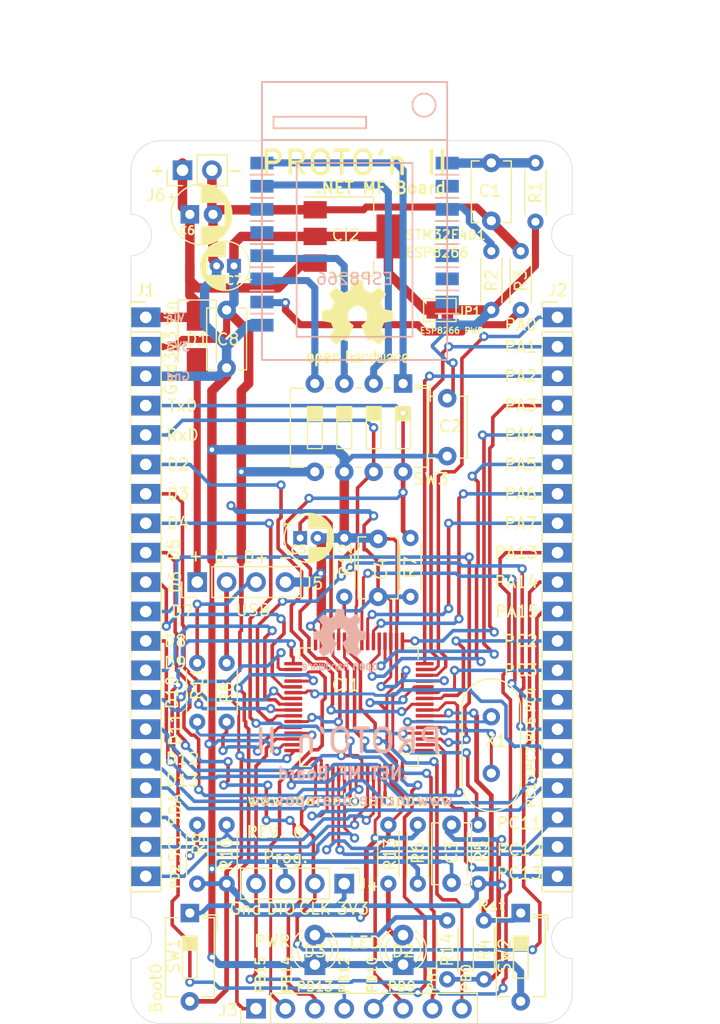
<source format=kicad_pcb>
(kicad_pcb (version 20171130) (host pcbnew "(5.1.5)-3")
  (layers (0 F.Cu signal hide) (31 B.Cu signal hide) (34 B.Paste user hide) (35 F.Paste user hide) (36 B.SilkS user) (37 F.SilkS user hide) (38 B.Mask user) (39 F.Mask user) (44 Edge.Cuts user))
  (net 0 "")
  (net 1 GND)
  (net 2 "Net-(C1-Pad1)")
  (net 3 +3V3)
  (net 4 "Net-(C5-Pad1)")
  (net 5 VCC)
  (net 6 /PB9_LED)
  (net 7 /PB8)
  (net 8 "Net-(CI1-Pad60)")
  (net 9 /PB7_I2C_SDA)
  (net 10 /PB6_I2C_SCL)
  (net 11 /PB5)
  (net 12 /PB4)
  (net 13 /PB3)
  (net 14 /PD2)
  (net 15 /PC12)
  (net 16 /PC11)
  (net 17 /PC10)
  (net 18 /PA15)
  (net 19 /PA14_SWCLK_PGM)
  (net 20 /PA13_SWDIO_PGM)
  (net 21 /USB.D+)
  (net 22 /USB.D-)
  (net 23 /PA10_RXD)
  (net 24 /PA9_TXD)
  (net 25 /PA8)
  (net 26 /PC9)
  (net 27 /PC8)
  (net 28 /PC7)
  (net 29 /PC6)
  (net 30 /PB15)
  (net 31 /PB14)
  (net 32 /PB13)
  (net 33 /PB12)
  (net 34 /PB10)
  (net 35 "Net-(CI1-Pad28)")
  (net 36 /PB1)
  (net 37 /PB0)
  (net 38 /PC5)
  (net 39 /PC4)
  (net 40 /PA7)
  (net 41 /PA6)
  (net 42 /PA5)
  (net 43 /PA4)
  (net 44 /PA3)
  (net 45 /PA2)
  (net 46 /PA1)
  (net 47 /PA0)
  (net 48 /PC3)
  (net 49 /PC2)
  (net 50 /PC1)
  (net 51 /PC0)
  (net 52 "Net-(CI1-Pad7)")
  (net 53 "Net-(CI1-Pad6)")
  (net 54 "Net-(CI1-Pad5)")
  (net 55 /PC15)
  (net 56 /PC14)
  (net 57 /PC13)
  (net 58 "Net-(CI1-Pad1)")
  (net 59 "Net-(D1-Pad2)")
  (net 60 "Net-(D2-Pad2)")
  (net 61 "Net-(D3-Pad2)")
  (net 62 "Net-(J5-Pad3)")
  (net 63 "Net-(J5-Pad2)")
  (net 64 /ESP_TXD)
  (net 65 /ESP_RXD)
  (net 66 "Net-(MOD1-Pad14)")
  (net 67 "Net-(MOD1-Pad13)")
  (net 68 /ESP_IO_0)
  (net 69 /ESP_IO_2)
  (net 70 "Net-(MOD1-Pad10)")
  (net 71 "Net-(MOD1-Pad7)")
  (net 72 "Net-(MOD1-Pad6)")
  (net 73 "Net-(MOD1-Pad5)")
  (net 74 "Net-(MOD1-Pad4)")
  (net 75 "Net-(MOD1-Pad3)")
  (net 76 "Net-(MOD1-Pad2)")
  (net 77 "Net-(C2-Pad1)")
  (module Package_QFP:LQFP-64_10x10mm_P0.5mm (layer F.Cu) (at 139.065 122.555 180)
    (fp_text reference CI1 (at 1.143 1.905 180) (layer F.SilkS))
    (fp_text value STM32F401RETx)
    (pad 64 smd roundrect (at -3.75 -5.675 180) (size 0.3 1.55) (layers F.Cu F.Paste F.Mask) (net 3 +3V3))
    (pad 63 smd roundrect (at -3.25 -5.675 180) (size 0.3 1.55) (layers F.Cu F.Paste F.Mask) (net 1 GND))
    (pad 62 smd roundrect (at -2.75 -5.675 180) (size 0.3 1.55) (layers F.Cu F.Paste F.Mask) (net 6 /PB9_LED))
    (pad 61 smd roundrect (at -2.25 -5.675 180) (size 0.3 1.55) (layers F.Cu F.Paste F.Mask) (net 7 /PB8))
    (pad 60 smd roundrect (at -1.75 -5.675 180) (size 0.3 1.55) (layers F.Cu F.Paste F.Mask) (net 8 "Net-(CI1-Pad60)"))
    (pad 59 smd roundrect (at -1.25 -5.675 180) (size 0.3 1.55) (layers F.Cu F.Paste F.Mask) (net 9 /PB7_I2C_SDA))
    (pad 58 smd roundrect (at -0.75 -5.675 180) (size 0.3 1.55) (layers F.Cu F.Paste F.Mask) (net 10 /PB6_I2C_SCL))
    (pad 57 smd roundrect (at -0.25 -5.675 180) (size 0.3 1.55) (layers F.Cu F.Paste F.Mask) (net 11 /PB5))
    (pad 56 smd roundrect (at 0.25 -5.675 180) (size 0.3 1.55) (layers F.Cu F.Paste F.Mask) (net 12 /PB4))
    (pad 55 smd roundrect (at 0.75 -5.675 180) (size 0.3 1.55) (layers F.Cu F.Paste F.Mask) (net 13 /PB3))
    (pad 54 smd roundrect (at 1.25 -5.675 180) (size 0.3 1.55) (layers F.Cu F.Paste F.Mask) (net 14 /PD2))
    (pad 53 smd roundrect (at 1.75 -5.675 180) (size 0.3 1.55) (layers F.Cu F.Paste F.Mask) (net 15 /PC12))
    (pad 52 smd roundrect (at 2.25 -5.675 180) (size 0.3 1.55) (layers F.Cu F.Paste F.Mask) (net 16 /PC11))
    (pad 51 smd roundrect (at 2.75 -5.675 180) (size 0.3 1.55) (layers F.Cu F.Paste F.Mask) (net 17 /PC10))
    (pad 50 smd roundrect (at 3.25 -5.675 180) (size 0.3 1.55) (layers F.Cu F.Paste F.Mask) (net 18 /PA15))
    (pad 49 smd roundrect (at 3.75 -5.675 180) (size 0.3 1.55) (layers F.Cu F.Paste F.Mask) (net 19 /PA14_SWCLK_PGM))
    (pad 48 smd roundrect (at 5.675 -3.75 180) (size 1.55 0.3) (layers F.Cu F.Paste F.Mask) (net 3 +3V3))
    (pad 47 smd roundrect (at 5.675 -3.25 180) (size 1.55 0.3) (layers F.Cu F.Paste F.Mask) (net 1 GND))
    (pad 46 smd roundrect (at 5.675 -2.75 180) (size 1.55 0.3) (layers F.Cu F.Paste F.Mask) (net 20 /PA13_SWDIO_PGM))
    (pad 45 smd roundrect (at 5.675 -2.25 180) (size 1.55 0.3) (layers F.Cu F.Paste F.Mask) (net 21 /USB.D+))
    (pad 44 smd roundrect (at 5.675 -1.75 180) (size 1.55 0.3) (layers F.Cu F.Paste F.Mask) (net 22 /USB.D-))
    (pad 43 smd roundrect (at 5.675 -1.25 180) (size 1.55 0.3) (layers F.Cu F.Paste F.Mask) (net 23 /PA10_RXD))
    (pad 42 smd roundrect (at 5.675 -0.75 180) (size 1.55 0.3) (layers F.Cu F.Paste F.Mask) (net 24 /PA9_TXD))
    (pad 41 smd roundrect (at 5.675 -0.25 180) (size 1.55 0.3) (layers F.Cu F.Paste F.Mask) (net 25 /PA8))
    (pad 40 smd roundrect (at 5.675 0.25 180) (size 1.55 0.3) (layers F.Cu F.Paste F.Mask) (net 26 /PC9))
    (pad 39 smd roundrect (at 5.675 0.75 180) (size 1.55 0.3) (layers F.Cu F.Paste F.Mask) (net 27 /PC8))
    (pad 38 smd roundrect (at 5.675 1.25 180) (size 1.55 0.3) (layers F.Cu F.Paste F.Mask) (net 28 /PC7))
    (pad 37 smd roundrect (at 5.675 1.75 180) (size 1.55 0.3) (layers F.Cu F.Paste F.Mask) (net 29 /PC6))
    (pad 36 smd roundrect (at 5.675 2.25 180) (size 1.55 0.3) (layers F.Cu F.Paste F.Mask) (net 30 /PB15))
    (pad 35 smd roundrect (at 5.675 2.75 180) (size 1.55 0.3) (layers F.Cu F.Paste F.Mask) (net 31 /PB14))
    (pad 34 smd roundrect (at 5.675 3.25 180) (size 1.55 0.3) (layers F.Cu F.Paste F.Mask) (net 32 /PB13))
    (pad 33 smd roundrect (at 5.675 3.75 180) (size 1.55 0.3) (layers F.Cu F.Paste F.Mask) (net 33 /PB12))
    (pad 32 smd roundrect (at 3.75 5.675 180) (size 0.3 1.55) (layers F.Cu F.Paste F.Mask) (net 3 +3V3))
    (pad 31 smd roundrect (at 3.25 5.675 180) (size 0.3 1.55) (layers F.Cu F.Paste F.Mask) (net 1 GND))
    (pad 30 smd roundrect (at 2.75 5.675 180) (size 0.3 1.55) (layers F.Cu F.Paste F.Mask) (net 4 "Net-(C5-Pad1)"))
    (pad 29 smd roundrect (at 2.25 5.675 180) (size 0.3 1.55) (layers F.Cu F.Paste F.Mask) (net 34 /PB10))
    (pad 28 smd roundrect (at 1.75 5.675 180) (size 0.3 1.55) (layers F.Cu F.Paste F.Mask) (net 35 "Net-(CI1-Pad28)"))
    (pad 27 smd roundrect (at 1.25 5.675 180) (size 0.3 1.55) (layers F.Cu F.Paste F.Mask) (net 36 /PB1))
    (pad 26 smd roundrect (at 0.75 5.675 180) (size 0.3 1.55) (layers F.Cu F.Paste F.Mask) (net 37 /PB0))
    (pad 25 smd roundrect (at 0.25 5.675 180) (size 0.3 1.55) (layers F.Cu F.Paste F.Mask) (net 38 /PC5))
    (pad 24 smd roundrect (at -0.25 5.675 180) (size 0.3 1.55) (layers F.Cu F.Paste F.Mask) (net 39 /PC4))
    (pad 23 smd roundrect (at -0.75 5.675 180) (size 0.3 1.55) (layers F.Cu F.Paste F.Mask) (net 40 /PA7))
    (pad 22 smd roundrect (at -1.25 5.675 180) (size 0.3 1.55) (layers F.Cu F.Paste F.Mask) (net 41 /PA6))
    (pad 21 smd roundrect (at -1.75 5.675 180) (size 0.3 1.55) (layers F.Cu F.Paste F.Mask) (net 42 /PA5))
    (pad 20 smd roundrect (at -2.25 5.675 180) (size 0.3 1.55) (layers F.Cu F.Paste F.Mask) (net 43 /PA4))
    (pad 19 smd roundrect (at -2.75 5.675 180) (size 0.3 1.55) (layers F.Cu F.Paste F.Mask) (net 3 +3V3))
    (pad 18 smd roundrect (at -3.25 5.675 180) (size 0.3 1.55) (layers F.Cu F.Paste F.Mask) (net 1 GND))
    (pad 17 smd roundrect (at -3.75 5.675 180) (size 0.3 1.55) (layers F.Cu F.Paste F.Mask) (net 44 /PA3))
    (pad 16 smd roundrect (at -5.675 3.75 180) (size 1.55 0.3) (layers F.Cu F.Paste F.Mask) (net 45 /PA2))
    (pad 15 smd roundrect (at -5.675 3.25 180) (size 1.55 0.3) (layers F.Cu F.Paste F.Mask) (net 46 /PA1))
    (pad 14 smd roundrect (at -5.675 2.75 180) (size 1.55 0.3) (layers F.Cu F.Paste F.Mask) (net 47 /PA0))
    (pad 13 smd roundrect (at -5.675 2.25 180) (size 1.55 0.3) (layers F.Cu F.Paste F.Mask) (net 3 +3V3))
    (pad 12 smd roundrect (at -5.675 1.75 180) (size 1.55 0.3) (layers F.Cu F.Paste F.Mask) (net 1 GND))
    (pad 11 smd roundrect (at -5.675 1.25 180) (size 1.55 0.3) (layers F.Cu F.Paste F.Mask) (net 48 /PC3))
    (pad 10 smd roundrect (at -5.675 0.75 180) (size 1.55 0.3) (layers F.Cu F.Paste F.Mask) (net 49 /PC2))
    (pad 9 smd roundrect (at -5.675 0.25 180) (size 1.55 0.3) (layers F.Cu F.Paste F.Mask) (net 50 /PC1))
    (pad 8 smd roundrect (at -5.675 -0.25 180) (size 1.55 0.3) (layers F.Cu F.Paste F.Mask) (net 51 /PC0))
    (pad 7 smd roundrect (at -5.675 -0.75 180) (size 1.55 0.3) (layers F.Cu F.Paste F.Mask) (net 52 "Net-(CI1-Pad7)"))
    (pad 6 smd roundrect (at -5.675 -1.25 180) (size 1.55 0.3) (layers F.Cu F.Paste F.Mask) (net 53 "Net-(CI1-Pad6)"))
    (pad 5 smd roundrect (at -5.675 -1.75 180) (size 1.55 0.3) (layers F.Cu F.Paste F.Mask) (net 54 "Net-(CI1-Pad5)"))
    (pad 4 smd roundrect (at -5.675 -2.25 180) (size 1.55 0.3) (layers F.Cu F.Paste F.Mask) (net 55 /PC15))
    (pad 3 smd roundrect (at -5.675 -2.75 180) (size 1.55 0.3) (layers F.Cu F.Paste F.Mask) (net 56 /PC14))
    (pad 2 smd roundrect (at -5.675 -3.25 180) (size 1.55 0.3) (layers F.Cu F.Paste F.Mask) (net 57 /PC13))
    (pad 1 smd roundrect (at -5.675 -3.75 180) (size 1.55 0.3) (layers F.Cu F.Paste F.Mask) (net 58 "Net-(CI1-Pad1)"))
  )
  (module Button_Switch_THT:SW_DIP_SPSTx04_Slide_6.7x11.72mm_W7.62mm_P2.54mm_LowProfile (layer F.Cu) (at 142.875 94.615 270)
    (fp_text reference SW3 (at 8.255 -2.413) (layer F.SilkS))
    (fp_text value SW_DIP_x04)
    (pad 8 thru_hole oval (at 7.62 0 270) (size 1.6 1.6) (drill 0.8) (layers *.Cu *.Mask) (net 23 /PA10_RXD))
    (pad 4 thru_hole oval (at 0 7.62 270) (size 1.6 1.6) (drill 0.8) (layers *.Cu *.Mask) (net 69 /ESP_IO_2))
    (pad 7 thru_hole oval (at 7.62 2.54 270) (size 1.6 1.6) (drill 0.8) (layers *.Cu *.Mask) (net 24 /PA9_TXD))
    (pad 3 thru_hole oval (at 0 5.08 270) (size 1.6 1.6) (drill 0.8) (layers *.Cu *.Mask) (net 68 /ESP_IO_0))
    (pad 6 thru_hole oval (at 7.62 5.08 270) (size 1.6 1.6) (drill 0.8) (layers *.Cu *.Mask) (net 1 GND))
    (pad 2 thru_hole oval (at 0 2.54 270) (size 1.6 1.6) (drill 0.8) (layers *.Cu *.Mask) (net 65 /ESP_RXD))
    (pad 5 thru_hole oval (at 7.62 7.62 270) (size 1.6 1.6) (drill 0.8) (layers *.Cu *.Mask) (net 3 +3V3))
    (pad 1 thru_hole rect (at 0 0 270) (size 1.6 1.6) (drill 0.8) (layers *.Cu *.Mask) (net 64 /ESP_TXD))
  )
  (module Jumper:SolderJumper-2_P1.3mm_Bridged_Pad1.0x1.5mm (layer F.Cu) (at 146.05 88.265 180)
    (fp_text reference JP1 (at -2.54 -0.127 180) (layer F.SilkS) (effects (font (size 0.7366 0.7366))))
    (fp_text value Jumper_NC_Small)
    (fp_poly (pts (xy -0.25 -0.3) (xy 0.25 -0.3) (xy 0.25 0.3) (xy -0.25 0.3)) (layer F.Cu) (width 0))
    (pad 2 smd rect (at 0.65 0 180) (size 1 1.5) (layers F.Cu F.Mask) (net 3 +3V3))
    (pad 1 smd rect (at -0.65 0 180) (size 1 1.5) (layers F.Cu F.Mask) (net 77 "Net-(C2-Pad1)"))
  )
  (module Diode_SMD:D_SMA (layer F.Cu) (at 125.095 90.805 270)
    (fp_text reference D1 (at 0 0 180) (layer F.SilkS))
    (fp_text value 1N4007)
    (pad 2 smd rect (at 2 0 270) (size 2.5 1.8) (layers F.Cu F.Paste F.Mask) (net 59 "Net-(D1-Pad2)"))
    (pad 1 smd rect (at -2 0 270) (size 2.5 1.8) (layers F.Cu F.Paste F.Mask) (net 5 VCC))
  )
  (module RF_Module:ESP8266 (layer B.Cu) (at 146.685 68.58 180)
    (fp_text reference ESP8266 (at 8 -17 180) (layer B.SilkS) (effects (justify mirror)))
    (fp_text value ESP8266-12 hide)
    (pad 1 smd rect (at 0 -7 180) (size 2 1.1) (layers B.Cu B.Paste B.Mask) (net 2 "Net-(C1-Pad1)"))
    (pad 2 smd rect (at 0 -9 180) (size 2 1.1) (layers B.Cu B.Paste B.Mask) (net 76 "Net-(MOD1-Pad2)"))
    (pad 3 smd rect (at 0 -11 180) (size 2 1.1) (layers B.Cu B.Paste B.Mask) (net 75 "Net-(MOD1-Pad3)"))
    (pad 4 smd rect (at 0 -13 180) (size 2 1.1) (layers B.Cu B.Paste B.Mask) (net 74 "Net-(MOD1-Pad4)"))
    (pad 5 smd rect (at 0 -15 180) (size 2 1.1) (layers B.Cu B.Paste B.Mask) (net 73 "Net-(MOD1-Pad5)"))
    (pad 6 smd rect (at 0 -17 180) (size 2 1.1) (layers B.Cu B.Paste B.Mask) (net 72 "Net-(MOD1-Pad6)"))
    (pad 7 smd rect (at 0 -19 180) (size 2 1.1) (layers B.Cu B.Paste B.Mask) (net 71 "Net-(MOD1-Pad7)"))
    (pad 8 smd rect (at 0 -21 180) (size 2 1.1) (layers B.Cu B.Paste B.Mask) (net 77 "Net-(C2-Pad1)"))
    (pad 9 smd rect (at 16 -21 180) (size 2 1.1) (layers B.Cu B.Paste B.Mask) (net 1 GND))
    (pad 10 smd rect (at 16 -19 180) (size 2 1.1) (layers B.Cu B.Paste B.Mask) (net 70 "Net-(MOD1-Pad10)"))
    (pad 11 smd rect (at 16 -17 180) (size 2 1.1) (layers B.Cu B.Paste B.Mask) (net 69 /ESP_IO_2))
    (pad 12 smd rect (at 16 -15 180) (size 2 1.1) (layers B.Cu B.Paste B.Mask) (net 68 /ESP_IO_0))
    (pad 13 smd rect (at 16 -13 180) (size 2 1.1) (layers B.Cu B.Paste B.Mask) (net 67 "Net-(MOD1-Pad13)"))
    (pad 14 smd rect (at 16 -11 180) (size 2 1.1) (layers B.Cu B.Paste B.Mask) (net 66 "Net-(MOD1-Pad14)"))
    (pad 15 smd rect (at 16 -9 180) (size 2 1.1) (layers B.Cu B.Paste B.Mask) (net 65 /ESP_RXD))
    (pad 16 smd rect (at 16 -7 180) (size 2 1.1) (layers B.Cu B.Paste B.Mask) (net 64 /ESP_TXD))
  )
  (module Capacitor_THT:CP_Radial_D4.0mm_P1.50mm (layer F.Cu) (at 128.27 84.455 180)
    (fp_text reference C7 (at 0 -1.27 180) (layer F.SilkS) (effects (font (size 0.7112 0.7112))))
    (fp_text value "10 uF")
    (pad 2 thru_hole circle (at 1.5 0 180) (size 1.2 1.2) (drill 0.6) (layers *.Cu *.Mask) (net 1 GND))
    (pad 1 thru_hole rect (at 0 0 180) (size 1.2 1.2) (drill 0.6) (layers *.Cu *.Mask) (net 3 +3V3))
  )
  (module Capacitor_THT:CP_Radial_D5.0mm_P2.00mm (layer F.Cu) (at 124.46 80.01)
    (fp_text reference C6 (at -0.254 1.397) (layer F.SilkS) (effects (font (size 0.7112 0.7112))))
    (fp_text value "100 uF")
    (pad 2 thru_hole circle (at 2 0) (size 1.6 1.6) (drill 0.8) (layers *.Cu *.Mask) (net 1 GND))
    (pad 1 thru_hole rect (at 0 0) (size 1.6 1.6) (drill 0.8) (layers *.Cu *.Mask) (net 5 VCC))
  )
  (module Capacitor_THT:CP_Radial_D4.0mm_P1.50mm (layer F.Cu) (at 133.985 107.95)
    (fp_text reference C5 (at -0.127 1.016) (layer F.SilkS) (effects (font (size 0.7112 0.7112))))
    (fp_text value 4.7uF)
    (pad 2 thru_hole circle (at 1.5 0) (size 1.2 1.2) (drill 0.6) (layers *.Cu *.Mask) (net 1 GND))
    (pad 1 thru_hole rect (at 0 0) (size 1.2 1.2) (drill 0.6) (layers *.Cu *.Mask) (net 4 "Net-(C5-Pad1)"))
  )
  (module Connector_PinHeader_2.54mm:PinHeader_1x20_P2.54mm_Vertical_RetangularPads (layer F.Cu) (at 156.21 88.9)
    (fp_text reference J2 (at 0 -2.33) (layer F.SilkS))
    (fp_text value Conn_01x20_Male)
    (pad 1 thru_hole rect (at 0 0) (size 2.54 1.7) (drill 1) (layers *.Cu *.Mask) (net 47 /PA0))
    (pad 2 thru_hole rect (at 0 2.54) (size 2.54 1.7) (drill 1) (layers *.Cu *.Mask) (net 46 /PA1))
    (pad 3 thru_hole rect (at 0 5.08) (size 2.54 1.7) (drill 1) (layers *.Cu *.Mask) (net 45 /PA2))
    (pad 4 thru_hole rect (at 0 7.62) (size 2.54 1.7) (drill 1) (layers *.Cu *.Mask) (net 44 /PA3))
    (pad 5 thru_hole rect (at 0 10.16) (size 2.54 1.7) (drill 1) (layers *.Cu *.Mask) (net 43 /PA4))
    (pad 6 thru_hole rect (at 0 12.7) (size 2.54 1.7) (drill 1) (layers *.Cu *.Mask) (net 42 /PA5))
    (pad 7 thru_hole rect (at 0 15.24) (size 2.54 1.7) (drill 1) (layers *.Cu *.Mask) (net 41 /PA6))
    (pad 8 thru_hole rect (at 0 17.78) (size 2.54 1.7) (drill 1) (layers *.Cu *.Mask) (net 40 /PA7))
    (pad 9 thru_hole rect (at 0 20.32) (size 2.54 1.7) (drill 1) (layers *.Cu *.Mask) (net 20 /PA13_SWDIO_PGM))
    (pad 10 thru_hole rect (at 0 22.86) (size 2.54 1.7) (drill 1) (layers *.Cu *.Mask) (net 19 /PA14_SWCLK_PGM))
    (pad 11 thru_hole rect (at 0 25.4) (size 2.54 1.7) (drill 1) (layers *.Cu *.Mask) (net 18 /PA15))
    (pad 12 thru_hole rect (at 0 27.94) (size 2.54 1.7) (drill 1) (layers *.Cu *.Mask) (net 49 /PC2))
    (pad 13 thru_hole rect (at 0 30.48) (size 2.54 1.7) (drill 1) (layers *.Cu *.Mask) (net 48 /PC3))
    (pad 14 thru_hole rect (at 0 33.02) (size 2.54 1.7) (drill 1) (layers *.Cu *.Mask) (net 39 /PC4))
    (pad 15 thru_hole rect (at 0 35.56) (size 2.54 1.7) (drill 1) (layers *.Cu *.Mask) (net 38 /PC5))
    (pad 16 thru_hole rect (at 0 38.1) (size 2.54 1.7) (drill 1) (layers *.Cu *.Mask) (net 28 /PC7))
    (pad 17 thru_hole rect (at 0 40.64) (size 2.54 1.7) (drill 1) (layers *.Cu *.Mask) (net 17 /PC10))
    (pad 18 thru_hole rect (at 0 43.18) (size 2.54 1.7) (drill 1) (layers *.Cu *.Mask) (net 16 /PC11))
    (pad 19 thru_hole rect (at 0 45.72) (size 2.54 1.7) (drill 1) (layers *.Cu *.Mask) (net 15 /PC12))
    (pad 20 thru_hole rect (at 0 48.26) (size 2.54 1.7) (drill 1) (layers *.Cu *.Mask) (net 57 /PC13))
  )
  (module Connector_PinHeader_2.54mm:PinHeader_1x20_P2.54mm_Vertical_RetangularPads (layer F.Cu) (at 120.65 88.9)
    (fp_text reference J1 (at 0 -2.33) (layer F.SilkS))
    (fp_text value Conn_01x20_Male)
    (pad 1 thru_hole rect (at 0 0) (size 2.54 1.7) (drill 1) (layers *.Cu *.Mask) (net 5 VCC))
    (pad 2 thru_hole rect (at 0 2.54) (size 2.54 1.7) (drill 1) (layers *.Cu *.Mask) (net 3 +3V3))
    (pad 3 thru_hole rect (at 0 5.08) (size 2.54 1.7) (drill 1) (layers *.Cu *.Mask) (net 1 GND))
    (pad 4 thru_hole rect (at 0 7.62) (size 2.54 1.7) (drill 1) (layers *.Cu *.Mask) (net 23 /PA10_RXD))
    (pad 5 thru_hole rect (at 0 10.16) (size 2.54 1.7) (drill 1) (layers *.Cu *.Mask) (net 24 /PA9_TXD))
    (pad 6 thru_hole rect (at 0 12.7) (size 2.54 1.7) (drill 1) (layers *.Cu *.Mask) (net 50 /PC1))
    (pad 7 thru_hole rect (at 0 15.24) (size 2.54 1.7) (drill 1) (layers *.Cu *.Mask) (net 25 /PA8))
    (pad 8 thru_hole rect (at 0 17.78) (size 2.54 1.7) (drill 1) (layers *.Cu *.Mask) (net 55 /PC15))
    (pad 9 thru_hole rect (at 0 20.32) (size 2.54 1.7) (drill 1) (layers *.Cu *.Mask) (net 7 /PB8))
    (pad 10 thru_hole rect (at 0 22.86) (size 2.54 1.7) (drill 1) (layers *.Cu *.Mask) (net 29 /PC6))
    (pad 11 thru_hole rect (at 0 25.4) (size 2.54 1.7) (drill 1) (layers *.Cu *.Mask) (net 56 /PC14))
    (pad 12 thru_hole rect (at 0 27.94) (size 2.54 1.7) (drill 1) (layers *.Cu *.Mask) (net 51 /PC0))
    (pad 13 thru_hole rect (at 0 30.48) (size 2.54 1.7) (drill 1) (layers *.Cu *.Mask) (net 26 /PC9))
    (pad 14 thru_hole rect (at 0 33.02) (size 2.54 1.7) (drill 1) (layers *.Cu *.Mask) (net 27 /PC8))
    (pad 15 thru_hole rect (at 0 35.56) (size 2.54 1.7) (drill 1) (layers *.Cu *.Mask) (net 11 /PB5))
    (pad 16 thru_hole rect (at 0 38.1) (size 2.54 1.7) (drill 1) (layers *.Cu *.Mask) (net 12 /PB4))
    (pad 17 thru_hole rect (at 0 40.64) (size 2.54 1.7) (drill 1) (layers *.Cu *.Mask) (net 13 /PB3))
    (pad 18 thru_hole rect (at 0 43.18) (size 2.54 1.7) (drill 1) (layers *.Cu *.Mask) (net 9 /PB7_I2C_SDA))
    (pad 19 thru_hole rect (at 0 45.72) (size 2.54 1.7) (drill 1) (layers *.Cu *.Mask) (net 10 /PB6_I2C_SCL))
    (pad 20 thru_hole rect (at 0 48.26) (size 2.54 1.7) (drill 1) (layers *.Cu *.Mask) (net 14 /PD2))
  )
  (module Connector_PinHeader_2.54mm:PinHeader_1x02_P2.54mm_Vertical (layer F.Cu) (at 123.825 76.2 90)
    (fp_text reference J6 (at -2.159 -2.286 180) (layer F.SilkS))
    (fp_text value Conn_01x02_Male)
    (pad 2 thru_hole oval (at 0 2.54 90) (size 1.7 1.7) (drill 1) (layers *.Cu *.Mask) (net 1 GND))
    (pad 1 thru_hole rect (at 0 0 90) (size 1.7 1.7) (drill 1) (layers *.Cu *.Mask) (net 5 VCC))
  )
  (module Connector_PinHeader_2.54mm:PinHeader_1x04_P2.54mm_Vertical (layer F.Cu) (at 125.095 111.76 90)
    (fp_text reference J5 (at -0.127 10.033 180) (layer F.SilkS))
    (fp_text value Conn_01x04_Male)
    (pad 4 thru_hole oval (at 0 7.62 90) (size 1.7 1.7) (drill 1) (layers *.Cu *.Mask) (net 1 GND))
    (pad 3 thru_hole oval (at 0 5.08 90) (size 1.7 1.7) (drill 1) (layers *.Cu *.Mask) (net 62 "Net-(J5-Pad3)"))
    (pad 2 thru_hole oval (at 0 2.54 90) (size 1.7 1.7) (drill 1) (layers *.Cu *.Mask) (net 63 "Net-(J5-Pad2)"))
    (pad 1 thru_hole rect (at 0 0 90) (size 1.7 1.7) (drill 1) (layers *.Cu *.Mask) (net 59 "Net-(D1-Pad2)"))
  )
  (module Connector_PinHeader_2.54mm:PinHeader_1x04_P2.54mm_Vertical (layer F.Cu) (at 137.795 137.795 270)
    (fp_text reference J4 (at 0.127 -2.032) (layer F.SilkS))
    (fp_text value Conn_01x04_Male)
    (pad 4 thru_hole oval (at 0 7.62 270) (size 1.7 1.7) (drill 1) (layers *.Cu *.Mask) (net 20 /PA13_SWDIO_PGM))
    (pad 3 thru_hole oval (at 0 5.08 270) (size 1.7 1.7) (drill 1) (layers *.Cu *.Mask) (net 1 GND))
    (pad 2 thru_hole oval (at 0 2.54 270) (size 1.7 1.7) (drill 1) (layers *.Cu *.Mask) (net 19 /PA14_SWCLK_PGM))
    (pad 1 thru_hole rect (at 0 0 270) (size 1.7 1.7) (drill 1) (layers *.Cu *.Mask) (net 3 +3V3))
  )
  (module Connector_PinHeader_2.54mm:PinHeader_1x08_P2.54mm_Vertical (layer F.Cu) (at 130.175 148.59 90)
    (fp_text reference J3 (at -0.127 -2.413 180) (layer F.SilkS))
    (fp_text value Conn_01x08_Male)
    (pad 8 thru_hole oval (at 0 17.78 90) (size 1.7 1.7) (drill 1) (layers *.Cu *.Mask) (net 37 /PB0))
    (pad 7 thru_hole oval (at 0 15.24 90) (size 1.7 1.7) (drill 1) (layers *.Cu *.Mask) (net 36 /PB1))
    (pad 6 thru_hole oval (at 0 12.7 90) (size 1.7 1.7) (drill 1) (layers *.Cu *.Mask) (net 6 /PB9_LED))
    (pad 5 thru_hole oval (at 0 10.16 90) (size 1.7 1.7) (drill 1) (layers *.Cu *.Mask) (net 34 /PB10))
    (pad 4 thru_hole oval (at 0 7.62 90) (size 1.7 1.7) (drill 1) (layers *.Cu *.Mask) (net 33 /PB12))
    (pad 3 thru_hole oval (at 0 5.08 90) (size 1.7 1.7) (drill 1) (layers *.Cu *.Mask) (net 32 /PB13))
    (pad 2 thru_hole oval (at 0 2.54 90) (size 1.7 1.7) (drill 1) (layers *.Cu *.Mask) (net 31 /PB14))
    (pad 1 thru_hole rect (at 0 0 90) (size 1.7 1.7) (drill 1) (layers *.Cu *.Mask) (net 30 /PB15))
  )
  (module Crystal:Crystal_HC49-4H_Vertical (layer F.Cu) (at 150.495 128.27 90)
    (fp_text reference X1 (at 2.794 0.381 180) (layer F.SilkS))
    (fp_text value "8 MHz")
    (pad 2 thru_hole circle (at 4.88 0 90) (size 1.5 1.5) (drill 0.8) (layers *.Cu *.Mask) (net 53 "Net-(CI1-Pad6)"))
    (pad 1 thru_hole circle (at 0 0 90) (size 1.5 1.5) (drill 0.8) (layers *.Cu *.Mask) (net 54 "Net-(CI1-Pad5)"))
  )
  (module Button_Switch_THT:SW_DIP_SPSTx01_Slide_6.7x4.1mm_W7.62mm_P2.54mm_LowProfile (layer F.Cu) (at 153.035 140.335 270)
    (fp_text reference SW2 (at 3.683 1.397 270) (layer F.SilkS))
    (fp_text value SW_Push)
    (pad 2 thru_hole oval (at 7.62 0 270) (size 1.6 1.6) (drill 0.8) (layers *.Cu *.Mask) (net 1 GND))
    (pad 1 thru_hole rect (at 0 0 270) (size 1.6 1.6) (drill 0.8) (layers *.Cu *.Mask) (net 52 "Net-(CI1-Pad7)"))
  )
  (module Button_Switch_THT:SW_DIP_SPSTx01_Slide_6.7x4.1mm_W7.62mm_P2.54mm_LowProfile (layer F.Cu) (at 124.46 140.335 270)
    (fp_text reference SW1 (at 3.683 1.397 270) (layer F.SilkS))
    (fp_text value SW_Push)
    (pad 2 thru_hole oval (at 7.62 0 270) (size 1.6 1.6) (drill 0.8) (layers *.Cu *.Mask) (net 3 +3V3))
    (pad 1 thru_hole rect (at 0 0 270) (size 1.6 1.6) (drill 0.8) (layers *.Cu *.Mask) (net 8 "Net-(CI1-Pad60)"))
  )
  (module Resistor_THT:R_Axial_DIN0204_L3.6mm_D1.6mm_P5.08mm_Horizontal (layer F.Cu) (at 146.685 146.05 90)
    (fp_text reference R14 (at 2.54 0 90) (layer F.SilkS))
    (fp_text value 1K)
    (pad 2 thru_hole oval (at 5.08 0 90) (size 1.4 1.4) (drill 0.7) (layers *.Cu *.Mask) (net 61 "Net-(D3-Pad2)"))
    (pad 1 thru_hole circle (at 0 0 90) (size 1.4 1.4) (drill 0.7) (layers *.Cu *.Mask) (net 3 +3V3))
  )
  (module Resistor_THT:R_Axial_DIN0204_L3.6mm_D1.6mm_P5.08mm_Horizontal (layer F.Cu) (at 141.605 132.715 270)
    (fp_text reference R13 (at 2.54 -0.127 270) (layer F.SilkS))
    (fp_text value 680r)
    (pad 2 thru_hole oval (at 5.08 0 270) (size 1.4 1.4) (drill 0.7) (layers *.Cu *.Mask) (net 60 "Net-(D2-Pad2)"))
    (pad 1 thru_hole circle (at 0 0 270) (size 1.4 1.4) (drill 0.7) (layers *.Cu *.Mask) (net 6 /PB9_LED))
  )
  (module Resistor_THT:R_Axial_DIN0204_L3.6mm_D1.6mm_P5.08mm_Horizontal (layer F.Cu) (at 137.795 107.95 270)
    (fp_text reference R12 (at 1.905 -0.127 270) (layer F.SilkS))
    (fp_text value "10 K")
    (pad 2 thru_hole oval (at 5.08 0 270) (size 1.4 1.4) (drill 0.7) (layers *.Cu *.Mask) (net 35 "Net-(CI1-Pad28)"))
    (pad 1 thru_hole circle (at 0 0 270) (size 1.4 1.4) (drill 0.7) (layers *.Cu *.Mask) (net 1 GND))
  )
  (module Resistor_THT:R_Axial_DIN0204_L3.6mm_D1.6mm_P5.08mm_Horizontal (layer F.Cu) (at 125.095 118.745 270)
    (fp_text reference R11 (at 1.778 0 270) (layer F.SilkS))
    (fp_text value 33r)
    (pad 2 thru_hole oval (at 5.08 0 270) (size 1.4 1.4) (drill 0.7) (layers *.Cu *.Mask) (net 21 /USB.D+))
    (pad 1 thru_hole circle (at 0 0 270) (size 1.4 1.4) (drill 0.7) (layers *.Cu *.Mask) (net 62 "Net-(J5-Pad3)"))
  )
  (module Resistor_THT:R_Axial_DIN0204_L3.6mm_D1.6mm_P5.08mm_Horizontal (layer F.Cu) (at 127.635 132.715 270)
    (fp_text reference R10 (at 2.54 0 270) (layer F.SilkS))
    (fp_text value "10 K")
    (pad 2 thru_hole oval (at 5.08 0 270) (size 1.4 1.4) (drill 0.7) (layers *.Cu *.Mask) (net 3 +3V3))
    (pad 1 thru_hole circle (at 0 0 270) (size 1.4 1.4) (drill 0.7) (layers *.Cu *.Mask) (net 9 /PB7_I2C_SDA))
  )
  (module Resistor_THT:R_Axial_DIN0204_L3.6mm_D1.6mm_P5.08mm_Horizontal (layer F.Cu) (at 125.095 132.715 270)
    (fp_text reference R9 (at 1.651 -0.127 270) (layer F.SilkS))
    (fp_text value "10 K")
    (pad 2 thru_hole oval (at 5.08 0 270) (size 1.4 1.4) (drill 0.7) (layers *.Cu *.Mask) (net 3 +3V3))
    (pad 1 thru_hole circle (at 0 0 270) (size 1.4 1.4) (drill 0.7) (layers *.Cu *.Mask) (net 10 /PB6_I2C_SCL))
  )
  (module Resistor_THT:R_Axial_DIN0204_L3.6mm_D1.6mm_P5.08mm_Horizontal (layer F.Cu) (at 127.635 118.745 270)
    (fp_text reference R8 (at 2.54 0 270) (layer F.SilkS))
    (fp_text value 33r)
    (pad 2 thru_hole oval (at 5.08 0 270) (size 1.4 1.4) (drill 0.7) (layers *.Cu *.Mask) (net 22 /USB.D-))
    (pad 1 thru_hole circle (at 0 0 270) (size 1.4 1.4) (drill 0.7) (layers *.Cu *.Mask) (net 63 "Net-(J5-Pad2)"))
  )
  (module Resistor_THT:R_Axial_DIN0204_L3.6mm_D1.6mm_P5.08mm_Horizontal (layer F.Cu) (at 143.51 113.03 90)
    (fp_text reference R7 (at 2.54 0 90) (layer F.SilkS))
    (fp_text value "10 K")
    (pad 2 thru_hole oval (at 5.08 0 90) (size 1.4 1.4) (drill 0.7) (layers *.Cu *.Mask) (net 23 /PA10_RXD))
    (pad 1 thru_hole circle (at 0 0 90) (size 1.4 1.4) (drill 0.7) (layers *.Cu *.Mask) (net 3 +3V3))
  )
  (module Resistor_THT:R_Axial_DIN0204_L3.6mm_D1.6mm_P5.08mm_Horizontal (layer F.Cu) (at 144.145 137.795 90)
    (fp_text reference R6 (at 2.667 0 90) (layer F.SilkS))
    (fp_text value "10 K")
    (pad 2 thru_hole oval (at 5.08 0 90) (size 1.4 1.4) (drill 0.7) (layers *.Cu *.Mask) (net 8 "Net-(CI1-Pad60)"))
    (pad 1 thru_hole circle (at 0 0 90) (size 1.4 1.4) (drill 0.7) (layers *.Cu *.Mask) (net 1 GND))
  )
  (module Resistor_THT:R_Axial_DIN0204_L3.6mm_D1.6mm_P5.08mm_Horizontal (layer F.Cu) (at 149.352 137.795 90)
    (fp_text reference R5 (at 2.794 0.254 90) (layer F.SilkS))
    (fp_text value "33 R")
    (pad 2 thru_hole oval (at 5.08 0 90) (size 1.4 1.4) (drill 0.7) (layers *.Cu *.Mask) (net 58 "Net-(CI1-Pad1)"))
    (pad 1 thru_hole circle (at 0 0 90) (size 1.4 1.4) (drill 0.7) (layers *.Cu *.Mask) (net 3 +3V3))
  )
  (module Resistor_THT:R_Axial_DIN0204_L3.6mm_D1.6mm_P5.08mm_Horizontal (layer F.Cu) (at 149.86 146.05 90)
    (fp_text reference R4 (at 2.54 0 90) (layer F.SilkS))
    (fp_text value "10 K")
    (pad 2 thru_hole oval (at 5.08 0 90) (size 1.4 1.4) (drill 0.7) (layers *.Cu *.Mask) (net 52 "Net-(CI1-Pad7)"))
    (pad 1 thru_hole circle (at 0 0 90) (size 1.4 1.4) (drill 0.7) (layers *.Cu *.Mask) (net 3 +3V3))
  )
  (module Resistor_THT:R_Axial_DIN0204_L3.6mm_D1.6mm_P5.08mm_Horizontal (layer F.Cu) (at 153.035 88.265 90)
    (fp_text reference R3 (at 2.54 0 90) (layer F.SilkS))
    (fp_text value "10 K")
    (pad 2 thru_hole oval (at 5.08 0 90) (size 1.4 1.4) (drill 0.7) (layers *.Cu *.Mask) (net 1 GND))
    (pad 1 thru_hole circle (at 0 0 90) (size 1.4 1.4) (drill 0.7) (layers *.Cu *.Mask) (net 70 "Net-(MOD1-Pad10)"))
  )
  (module Resistor_THT:R_Axial_DIN0204_L3.6mm_D1.6mm_P5.08mm_Horizontal (layer F.Cu) (at 150.495 88.265 90)
    (fp_text reference R2 (at 2.54 0 90) (layer F.SilkS))
    (fp_text value "10 K")
    (pad 2 thru_hole oval (at 5.08 0 90) (size 1.4 1.4) (drill 0.7) (layers *.Cu *.Mask) (net 75 "Net-(MOD1-Pad3)"))
    (pad 1 thru_hole circle (at 0 0 90) (size 1.4 1.4) (drill 0.7) (layers *.Cu *.Mask) (net 77 "Net-(C2-Pad1)"))
  )
  (module Resistor_THT:R_Axial_DIN0204_L3.6mm_D1.6mm_P5.08mm_Horizontal (layer F.Cu) (at 154.305 80.645 90)
    (fp_text reference R1 (at 2.54 0 90) (layer F.SilkS))
    (fp_text value "10 K")
    (pad 2 thru_hole oval (at 5.08 0 90) (size 1.4 1.4) (drill 0.7) (layers *.Cu *.Mask) (net 2 "Net-(C1-Pad1)"))
    (pad 1 thru_hole circle (at 0 0 90) (size 1.4 1.4) (drill 0.7) (layers *.Cu *.Mask) (net 77 "Net-(C2-Pad1)"))
  )
  (module LED_THT:LED_D3.0mm (layer F.Cu) (at 135.255 144.78 90)
    (fp_text reference D3 (at 1.143 0 180) (layer F.SilkS))
    (fp_text value VD)
    (pad 2 thru_hole circle (at 2.54 0 90) (size 1.8 1.8) (drill 0.9) (layers *.Cu *.Mask) (net 61 "Net-(D3-Pad2)"))
    (pad 1 thru_hole rect (at 0 0 90) (size 1.8 1.8) (drill 0.9) (layers *.Cu *.Mask) (net 1 GND))
  )
  (module LED_THT:LED_D3.0mm (layer F.Cu) (at 142.875 144.78 90)
    (fp_text reference D2 (at 1.143 0 180) (layer F.SilkS))
    (fp_text value VM)
    (pad 2 thru_hole circle (at 2.54 0 90) (size 1.8 1.8) (drill 0.9) (layers *.Cu *.Mask) (net 60 "Net-(D2-Pad2)"))
    (pad 1 thru_hole rect (at 0 0 90) (size 1.8 1.8) (drill 0.9) (layers *.Cu *.Mask) (net 1 GND))
  )
  (module Package_TO_SOT_SMD:SOT-223 (layer F.Cu) (at 138.43 81.915)
    (fp_text reference CI2 (at -0.508 -0.127) (layer F.SilkS))
    (fp_text value LM1117MPX_3.3)
    (pad 1 smd rect (at -3.15 -2.3) (size 2 1.5) (layers F.Cu F.Paste F.Mask) (net 1 GND))
    (pad 3 smd rect (at -3.15 2.3) (size 2 1.5) (layers F.Cu F.Paste F.Mask) (net 5 VCC))
    (pad 2 smd rect (at -3.15 0) (size 2 1.5) (layers F.Cu F.Paste F.Mask) (net 3 +3V3))
    (pad 4 smd rect (at 3.15 0) (size 2 3.8) (layers F.Cu F.Paste F.Mask) (net 3 +3V3))
  )
  (module Capacitor_THT:C_Disc_D5.1mm_W3.2mm_P5.00mm (layer F.Cu) (at 127.635 88.265 270)
    (fp_text reference C8 (at 2.54 -0.127) (layer F.SilkS))
    (fp_text value "100 nF")
    (pad 2 thru_hole circle (at 5 0 270) (size 1.6 1.6) (drill 0.8) (layers *.Cu *.Mask) (net 1 GND))
    (pad 1 thru_hole circle (at 0 0 270) (size 1.6 1.6) (drill 0.8) (layers *.Cu *.Mask) (net 3 +3V3))
  )
  (module Capacitor_THT:C_Disc_D5.1mm_W3.2mm_P5.00mm (layer F.Cu) (at 140.716 113.03 90)
    (fp_text reference C4 (at 2.413 0.254 90) (layer F.SilkS))
    (fp_text value "100 nF")
    (pad 2 thru_hole circle (at 5 0 90) (size 1.6 1.6) (drill 0.8) (layers *.Cu *.Mask) (net 1 GND))
    (pad 1 thru_hole circle (at 0 0 90) (size 1.6 1.6) (drill 0.8) (layers *.Cu *.Mask) (net 3 +3V3))
  )
  (module Capacitor_THT:C_Disc_D5.1mm_W3.2mm_P5.00mm (layer F.Cu) (at 147.066 132.715 270)
    (fp_text reference C3 (at 2.413 0 270) (layer F.SilkS))
    (fp_text value "100 nF")
    (pad 2 thru_hole circle (at 5 0 270) (size 1.6 1.6) (drill 0.8) (layers *.Cu *.Mask) (net 1 GND))
    (pad 1 thru_hole circle (at 0 0 270) (size 1.6 1.6) (drill 0.8) (layers *.Cu *.Mask) (net 3 +3V3))
  )
  (module Capacitor_THT:C_Disc_D5.1mm_W3.2mm_P5.00mm (layer F.Cu) (at 146.685 95.885 270)
    (fp_text reference C2 (at 2.413 -0.254) (layer F.SilkS))
    (fp_text value "100 nF")
    (pad 2 thru_hole circle (at 5 0 270) (size 1.6 1.6) (drill 0.8) (layers *.Cu *.Mask) (net 1 GND))
    (pad 1 thru_hole circle (at 0 0 270) (size 1.6 1.6) (drill 0.8) (layers *.Cu *.Mask) (net 77 "Net-(C2-Pad1)"))
  )
  (module Capacitor_THT:C_Disc_D5.1mm_W3.2mm_P5.00mm (layer F.Cu) (at 150.495 75.565 270)
    (fp_text reference C1 (at 2.413 0.127) (layer F.SilkS))
    (fp_text value "100 nF")
    (pad 2 thru_hole circle (at 5 0 270) (size 1.6 1.6) (drill 0.8) (layers *.Cu *.Mask) (net 1 GND))
    (pad 1 thru_hole circle (at 0 0 270) (size 1.6 1.6) (drill 0.8) (layers *.Cu *.Mask) (net 2 "Net-(C1-Pad1)"))
  )
  (module Symbol:OSHW-Logo2_7.3x6mm_SilkScreen (layer B.Cu) (at 137.414 116.84 180)
    (fp_text reference " " hide)
    (fp_text value OSHW-Logo2_7.3x6mm_SilkScreen hide)
  )
  (module Symbol:OSHW-Logo2_9.8x8mm_SilkScreen (layer F.Cu) (at 138.938 89.408)
    (fp_text reference REF** hide)
    (fp_text value OSHW-Logo2_9.8x8mm_SilkScreen hide)
  )
  (gr_text www.marcelocampos.cc (at 138.43 130.556) (layer B.SilkS) (effects (font (size 1 1)) (justify mirror)))
  (gr_text ".NET MF Board" (at 137.668 128.27) (layer B.SilkS) (effects (font (size 1.016 1.016) (thickness 0.2032)) (justify mirror)))
  (gr_text "PROTO'n II" (at 138.176 125.476) (layer B.SilkS) (effects (font (size 2.032 2.032) (thickness 0.3048)) (justify mirror)))
  (gr_text "REV. 0" (at 131.826 133.35) (layer F.SilkS) (effects (font (size 1 1))))
  (gr_text ESP8266 (at 145.796 83.312) (layer F.SilkS) (effects (font (size 0.8128 0.8128))))
  (gr_text STM32F401 (at 146.558 81.788) (layer F.SilkS) (effects (font (size 0.8128 0.8128))))
  (gr_text www.marcelocampos.cc (at 138.176 130.556) (layer F.SilkS) (effects (font (size 1 1))))
  (gr_arc (start 119.38 142.494) (end 121.158 142.494) (angle 90) (layer Edge.Cuts) (width 0.05))
  (gr_arc (start 119.38 142.494) (end 119.38 140.716) (angle 90) (layer Edge.Cuts) (width 0.05))
  (gr_line (start 119.38 83.566) (end 119.38 140.716) (angle 90) (layer Edge.Cuts) (width 0.05))
  (gr_line (start 119.38 76.2) (end 119.38 80.01) (angle 90) (layer Edge.Cuts) (width 0.05))
  (gr_line (start 119.38 144.272) (end 119.38 147.32) (angle 90) (layer Edge.Cuts) (width 0.05))
  (gr_line (start 157.48 144.272) (end 157.48 147.32) (angle 90) (layer Edge.Cuts) (width 0.05))
  (gr_line (start 157.48 83.566) (end 157.48 140.716) (angle 90) (layer Edge.Cuts) (width 0.05))
  (gr_line (start 157.48 76.2) (end 157.48 80.01) (angle 90) (layer Edge.Cuts) (width 0.05))
  (gr_arc (start 157.48 142.494) (end 157.48 140.716) (angle -90) (layer Edge.Cuts) (width 0.05))
  (gr_arc (start 157.48 142.494) (end 155.702 142.494) (angle -90) (layer Edge.Cuts) (width 0.05))
  (gr_arc (start 157.48 81.788) (end 155.702 81.788) (angle -90) (layer Edge.Cuts) (width 0.05))
  (gr_arc (start 157.48 81.788) (end 157.48 80.01) (angle -90) (layer Edge.Cuts) (width 0.05))
  (gr_arc (start 119.38 81.788) (end 119.38 80.01) (angle 90) (layer Edge.Cuts) (width 0.05))
  (gr_arc (start 119.38 81.788) (end 121.158 81.788) (angle 90) (layer Edge.Cuts) (width 0.05))
  (gr_text ".NET MF Board" (at 140.97 77.724) (layer F.SilkS) (effects (font (size 1.016 1.016) (thickness 0.2032))))
  (gr_text PB15 (at 130.556 145.669 90) (layer F.SilkS) (effects (font (size 0.8128 0.8128))))
  (gr_text PB14 (at 132.842 145.669 90) (layer F.SilkS) (effects (font (size 0.8128 0.8128))))
  (gr_text PB13 (at 135.255 146.685) (layer F.SilkS) (effects (font (size 0.8128 0.8128))))
  (gr_text PB12 (at 137.795 145.669 90) (layer F.SilkS) (effects (font (size 0.8128 0.8128))))
  (gr_text PB10 (at 140.208 145.669 90) (layer F.SilkS) (effects (font (size 0.8128 0.8128))))
  (gr_text PB9 (at 142.748 146.685) (layer F.SilkS) (effects (font (size 0.8128 0.8128))))
  (gr_text PB1 (at 145.415 145.923 90) (layer F.SilkS) (effects (font (size 0.8128 0.8128))))
  (gr_text PB0 (at 148.336 145.923 90) (layer F.SilkS) (effects (font (size 0.8128 0.8128))))
  (gr_text Gnd (at 129.286 139.954) (layer F.SilkS) (effects (font (size 1 1))))
  (gr_text DIO (at 132.334 139.954) (layer F.SilkS) (effects (font (size 1 1))))
  (gr_text CLK (at 135.255 139.954) (layer F.SilkS) (effects (font (size 1 1))))
  (gr_text 3V3 (at 138.557 139.954) (layer F.SilkS) (effects (font (size 1 1))))
  (gr_text Prog. (at 132.715 135.509) (layer F.SilkS) (effects (font (size 1 1))))
  (gr_text - (at 132.715 109.601) (layer F.SilkS) (effects (font (size 1 1))))
  (gr_text D+ (at 130.175 109.601) (layer F.SilkS) (effects (font (size 1 1))))
  (gr_text D- (at 127.635 109.601) (layer F.SilkS) (effects (font (size 1 1))))
  (gr_text + (at 124.968 109.474) (layer F.SilkS) (effects (font (size 1 1))))
  (gr_text USB (at 129.921 114.173) (layer F.SilkS) (effects (font (size 1 1))))
  (gr_circle (center 143.129 126.111) (end 143.637 126.238) (layer F.SilkS) (width 0.12))
  (gr_text 1 (at 145.923 126.365) (layer F.SilkS) (effects (font (size 0.7112 0.7112))))
  (gr_text "PROTO'n II" (at 138.684 75.565) (layer F.SilkS) (effects (font (size 2.032 2.032) (thickness 0.3048))))
  (gr_text - (at 128.397 76.2) (layer F.SilkS) (effects (font (size 1 1) (thickness 0.1754))))
  (gr_text + (at 121.666 76.2) (layer F.SilkS) (effects (font (size 1 1) (thickness 0.1754))))
  (gr_line (start 145.669 89.281) (end 145.288 89.662) (angle 90) (layer F.SilkS) (width 0.12))
  (gr_text "ESP8266 PWR" (at 147.066 90.043) (layer F.SilkS) (effects (font (size 0.5174 0.5174) (thickness 0.1016))))
  (gr_text PA0 (at 153.035 89.535) (layer F.SilkS) (effects (font (size 1 1))))
  (gr_text PA3 (at 153.035 96.52) (layer F.SilkS) (effects (font (size 1 1))))
  (gr_text PA1 (at 153.035 91.44) (layer F.SilkS) (effects (font (size 1 1))))
  (gr_text PA2 (at 153.035 93.98) (layer F.SilkS) (effects (font (size 1 1))))
  (gr_text PA4 (at 153.035 99.06) (layer F.SilkS) (effects (font (size 1 1))))
  (gr_text PA5 (at 153.035 101.6) (layer F.SilkS) (effects (font (size 1 1))))
  (gr_text PA6 (at 153.035 104.14) (layer F.SilkS) (effects (font (size 1 1))))
  (gr_text PA7 (at 153.035 106.68) (layer F.SilkS) (effects (font (size 1 1))))
  (gr_text PA13 (at 152.654 109.22) (layer F.SilkS) (effects (font (size 1 1))))
  (gr_text PA14 (at 152.654 111.76) (layer F.SilkS) (effects (font (size 1 1))))
  (gr_text PA15 (at 154.686 114.3) (layer F.SilkS) (effects (font (size 1 1)) (justify right)))
  (gr_text PC2 (at 153.035 116.84) (layer F.SilkS) (effects (font (size 1 1))))
  (gr_text PC3 (at 153.035 119.38) (layer F.SilkS) (effects (font (size 1 1))))
  (gr_text PC4 (at 153.924 121.92 90) (layer F.SilkS) (effects (font (size 0.746 0.746))))
  (gr_text PC5 (at 153.924 124.46 90) (layer F.SilkS) (effects (font (size 0.746 0.746))))
  (gr_text PC7 (at 153.924 127 90) (layer F.SilkS) (effects (font (size 0.746 0.746))))
  (gr_text PC10 (at 153.924 129.794 90) (layer F.SilkS) (effects (font (size 0.746 0.746))))
  (gr_text PC11 (at 152.908 132.588) (layer F.SilkS) (effects (font (size 1 1))))
  (gr_text PC12 (at 152.908 134.874) (layer F.SilkS) (effects (font (size 1 1))))
  (gr_text PC13 (at 152.908 136.906) (layer F.SilkS) (effects (font (size 1 1))))
  (gr_text Rst (at 150.495 139.7) (layer F.SilkS) (effects (font (size 1 1))))
  (gr_text LED (at 139.573 142.875) (layer F.SilkS) (effects (font (size 1 1))))
  (gr_text PWR (at 131.572 142.748) (layer F.SilkS) (effects (font (size 1 1))))
  (gr_text Boot0 (at 121.539 146.812 90) (layer F.SilkS) (effects (font (size 1 1))))
  (gr_text PD2 (at 123.19 137.16 90) (layer F.SilkS) (effects (font (size 0.7112 0.7112))))
  (gr_text SCL (at 123.19 134.62 90) (layer F.SilkS) (effects (font (size 1 1))))
  (gr_text SDA (at 123.19 131.445 90) (layer F.SilkS) (effects (font (size 1 1))))
  (gr_text D13 (at 123.825 128.905) (layer F.SilkS) (effects (font (size 1 1))))
  (gr_text D12 (at 123.825 127) (layer F.SilkS) (effects (font (size 1 1))))
  (gr_text D11 (at 123.19 124.46 90) (layer F.SilkS) (effects (font (size 1 1))))
  (gr_text D10 (at 122.936 121.285 90) (layer F.SilkS) (effects (font (size 1 1))))
  (gr_text D9 (at 123.19 118.745) (layer F.SilkS) (effects (font (size 1 1))))
  (gr_text D8 (at 123.19 116.84) (layer F.SilkS) (effects (font (size 1 1))))
  (gr_text D7 (at 123.825 114.3) (layer F.SilkS) (effects (font (size 1 1))))
  (gr_text D6 (at 123.19 111.76 90) (layer F.SilkS) (effects (font (size 1 1))))
  (gr_text D5 (at 123.063 108.966 90) (layer F.SilkS) (effects (font (size 1 1))))
  (gr_text D4 (at 123.444 106.68) (layer F.SilkS) (effects (font (size 1 1))))
  (gr_text D3 (at 123.444 104.14) (layer F.SilkS) (effects (font (size 1 1))))
  (gr_text D2 (at 123.444 101.6) (layer F.SilkS) (effects (font (size 1 1))))
  (gr_text TxD (at 123.825 96.52) (layer F.SilkS) (effects (font (size 1 1))))
  (gr_text RxD (at 123.825 99.06) (layer F.SilkS) (effects (font (size 1 1))))
  (gr_text Gnd (at 122.809 94.234 90) (layer F.SilkS) (effects (font (size 1 1))))
  (gr_text 3V3 (at 122.809 91.44 90) (layer F.SilkS) (effects (font (size 1 1))))
  (gr_text Vin (at 122.809 88.519 90) (layer F.SilkS) (effects (font (size 1 1))))
  (gr_text Gnd (at 123.444 93.98) (layer B.SilkS) (effects (font (size 0.7366 0.7366)) (justify mirror)))
  (gr_text Vin (at 123.19 88.9) (layer B.SilkS) (effects (font (size 0.7366 0.7366)) (justify mirror)))
  (gr_text 3V3 (at 123.444 91.44) (layer B.SilkS) (effects (font (size 0.7366 0.7366)) (justify mirror)))
  (gr_line (start 121.92 73.66) (end 154.94 73.66) (angle 90) (layer Edge.Cuts) (width 0.05))
  (gr_line (start 121.92 149.86) (end 154.94 149.86) (angle 90) (layer Edge.Cuts) (width 0.05))
  (gr_arc (start 154.94 147.32) (end 157.48 147.32) (angle 90) (layer Edge.Cuts) (width 0.05))
  (gr_arc (start 121.92 147.32) (end 121.92 149.86) (angle 90) (layer Edge.Cuts) (width 0.05))
  (gr_arc (start 121.92 76.2) (end 119.38 76.2) (angle 90) (layer Edge.Cuts) (width 0.05))
  (gr_arc (start 154.94 76.2) (end 154.94 73.66) (angle 90) (layer Edge.Cuts) (width 0.05))
  (segment (start 126.365 76.2) (end 126.365 80.01) (width 0.8128) (layer F.Cu) (net 1))
  (segment (start 126.365 80.01) (end 126.46 80.01) (width 0.8128) (layer F.Cu) (net 1))
  (segment (start 126.365 79.915) (end 126.46 80.01) (width 0.8128) (layer F.Cu) (net 1))
  (segment (start 135.28 79.615) (end 126.365 79.615) (width 0.8128) (layer F.Cu) (net 1))
  (segment (start 126.365 79.615) (end 126.365 80.01) (width 0.8128) (layer F.Cu) (net 1))
  (segment (start 126.365 80.01) (end 126.46 80.01) (width 0.8128) (layer F.Cu) (net 1))
  (segment (start 126.46 80.01) (end 126.46 83.915) (width 0.8128) (layer F.Cu) (net 1))
  (segment (start 127 84.455) (end 126.77 84.455) (width 0.8128) (layer F.Cu) (net 1))
  (segment (start 126.46 83.915) (end 127 84.455) (width 0.8128) (layer F.Cu) (net 1))
  (segment (start 153.035 83.185) (end 150.495 80.645) (width 0.8128) (layer F.Cu) (net 1))
  (segment (start 150.495 80.645) (end 150.495 80.565) (width 0.8128) (layer F.Cu) (net 1))
  (segment (start 135.28 79.615) (end 139.46 79.615) (width 0.6096) (layer F.Cu) (net 1))
  (segment (start 149.225 79.375) (end 150.495 80.645) (width 0.6096) (layer F.Cu) (net 1))
  (segment (start 139.7 79.375) (end 149.225 79.375) (width 0.6096) (layer F.Cu) (net 1))
  (segment (start 139.46 79.615) (end 139.7 79.375) (width 0.6096) (layer F.Cu) (net 1))
  (segment (start 150.495 80.645) (end 150.495 80.565) (width 0.6096) (layer F.Cu) (net 1))
  (segment (start 127.635 93.265) (end 127.635 91.44) (width 0.8128) (layer B.Cu) (net 1))
  (segment (start 130.81 89.535) (end 130.685 89.58) (width 0.8128) (layer B.Cu) (net 1))
  (segment (start 127.635 91.44) (end 129.54 89.535) (width 0.8128) (layer B.Cu) (net 1))
  (segment (start 129.54 89.535) (end 130.81 89.535) (width 0.8128) (layer B.Cu) (net 1))
  (segment (start 126.77 84.455) (end 126.77 85.32) (width 0.8128) (layer B.Cu) (net 1))
  (segment (start 125.73 89.535) (end 127.635 91.44) (width 0.8128) (layer B.Cu) (net 1))
  (segment (start 125.73 86.36) (end 125.73 89.535) (width 0.8128) (layer B.Cu) (net 1))
  (segment (start 126.77 85.32) (end 125.73 86.36) (width 0.8128) (layer B.Cu) (net 1))
  (segment (start 120.65 93.98) (end 126.92 93.98) (width 0.8128) (layer B.Cu) (net 1))
  (segment (start 126.92 93.98) (end 127.635 93.265) (width 0.8128) (layer B.Cu) (net 1))
  (segment (start 146.685 100.885) (end 138.51 100.885) (width 0.4064) (layer B.Cu) (net 1))
  (segment (start 138.51 100.885) (end 137.795 101.6) (width 0.4064) (layer B.Cu) (net 1))
  (segment (start 137.795 101.6) (end 137.795 102.235) (width 0.4064) (layer B.Cu) (net 1))
  (via (at 126.365 100.33) (size 0.8) (drill 0.4) (layers F.Cu B.Cu) (net 1))
  (segment (start 137.795 102.235) (end 137.795 100.965) (width 0.8128) (layer B.Cu) (net 1))
  (segment (start 137.16 100.33) (end 137.795 100.965) (width 0.8128) (layer B.Cu) (net 1))
  (segment (start 137.16 100.33) (end 126.365 100.33) (width 0.8128) (layer B.Cu) (net 1))
  (segment (start 126.365 100.33) (end 126.365 100.33) (width 0.8128) (layer F.Cu) (net 1))
  (segment (start 137.795 102.235) (end 137.795 107.95) (width 0.8128) (layer F.Cu) (net 1))
  (segment (start 137.875 108.03) (end 137.795 107.95) (width 0.4064) (layer F.Cu) (net 1))
  (segment (start 137.795 107.95) (end 137.795 107.315) (width 0.4064) (layer F.Cu) (net 1))
  (segment (start 142.315 116.88) (end 142.315 115.241) (width 0.25) (layer F.Cu) (net 1))
  (segment (start 142.066 108.03) (end 140.335 108.03) (width 0.3048) (layer F.Cu) (net 1))
  (segment (start 142.367 108.331) (end 142.066 108.03) (width 0.3048) (layer F.Cu) (net 1))
  (segment (start 142.367 115.189) (end 142.367 108.331) (width 0.3048) (layer F.Cu) (net 1))
  (segment (start 142.315 115.241) (end 142.367 115.189) (width 0.25) (layer F.Cu) (net 1))
  (segment (start 142.315 116.88) (end 142.315 120.067) (width 0.25) (layer F.Cu) (net 1))
  (segment (start 141.478 121.435) (end 141.6165 121.2965) (width 0.25) (layer F.Cu) (net 1))
  (segment (start 141.6165 121.2965) (end 142.315 120.598) (width 0.25) (layer F.Cu) (net 1))
  (segment (start 141.478 126.365) (end 141.478 122.878002) (width 0.25) (layer F.Cu) (net 1))
  (segment (start 141.478 122.878002) (end 141.478 121.666) (width 0.25) (layer F.Cu) (net 1))
  (segment (start 141.478 121.666) (end 141.478 121.435) (width 0.25) (layer F.Cu) (net 1))
  (segment (start 142.315 127.202) (end 141.478 126.365) (width 0.25) (layer F.Cu) (net 1))
  (segment (start 142.315 127.202) (end 142.315 128.23) (width 0.25) (layer F.Cu) (net 1))
  (segment (start 142.315 120.067) (end 142.315 120.598) (width 0.25) (layer F.Cu) (net 1))
  (segment (start 135.815 116.88) (end 135.815 114.935) (width 0.25) (layer F.Cu) (net 1))
  (segment (start 135.815 114.935) (end 135.815 115.01) (width 0.25) (layer F.Cu) (net 1))
  (segment (start 135.485 107.95) (end 137.795 107.95) (width 0.8128) (layer B.Cu) (net 1))
  (segment (start 135.815 110.49) (end 135.815 108.256) (width 0.8128) (layer F.Cu) (net 1))
  (segment (start 135.509 107.95) (end 135.485 107.95) (width 0.8128) (layer F.Cu) (net 1))
  (segment (start 135.815 108.256) (end 135.509 107.95) (width 0.8128) (layer F.Cu) (net 1))
  (segment (start 135.815 114.935) (end 135.815 110.49) (width 0.8128) (layer F.Cu) (net 1))
  (segment (start 132.715 111.76) (end 135.001 111.76) (width 0.8128) (layer B.Cu) (net 1))
  (segment (start 135.815 110.946) (end 135.815 110.49) (width 0.8128) (layer F.Cu) (net 1))
  (segment (start 135.763 110.998) (end 135.815 110.946) (width 0.8128) (layer F.Cu) (net 1))
  (via (at 135.763 110.998) (size 0.8) (drill 0.4) (layers F.Cu B.Cu) (net 1))
  (segment (start 135.001 111.76) (end 135.763 110.998) (width 0.8128) (layer B.Cu) (net 1))
  (segment (start 127.635 93.265) (end 127.635 93.98) (width 0.8128) (layer F.Cu) (net 1))
  (segment (start 153.035 145.415) (end 153.035 147.955) (width 0.6096) (layer B.Cu) (net 1))
  (segment (start 152.4 144.78) (end 153.035 145.415) (width 0.6096) (layer B.Cu) (net 1))
  (segment (start 127 144.78) (end 152.4 144.78) (width 0.6096) (layer B.Cu) (net 1))
  (segment (start 126.365 144.145) (end 127 144.78) (width 0.6096) (layer B.Cu) (net 1))
  (via (at 126.365 144.145) (size 0.8) (drill 0.4) (layers F.Cu B.Cu) (net 1))
  (segment (start 126.365 142.24) (end 126.365 144.145) (width 0.6096) (layer F.Cu) (net 1))
  (segment (start 126.365 95.25) (end 126.365 109.855) (width 0.8128) (layer F.Cu) (net 1))
  (segment (start 127.635 93.98) (end 126.365 95.25) (width 0.8128) (layer F.Cu) (net 1))
  (segment (start 126.365 109.855) (end 126.365 113.665) (width 0.4064) (layer F.Cu) (net 1))
  (segment (start 126.365 113.665) (end 126.365 122.555) (width 0.6096) (layer F.Cu) (net 1))
  (segment (start 126.365 122.555) (end 126.365 125.73) (width 0.6096) (layer F.Cu) (net 1))
  (segment (start 126.365 125.73) (end 126.365 125.857) (width 0.6096) (layer F.Cu) (net 1))
  (segment (start 126.365 136.525) (end 126.365 142.24) (width 0.6096) (layer F.Cu) (net 1))
  (segment (start 132.715 137.795) (end 132.715 136.525) (width 0.4064) (layer B.Cu) (net 1))
  (via (at 126.365 136.525) (size 0.8) (drill 0.4) (layers F.Cu B.Cu) (net 1))
  (segment (start 127 135.89) (end 126.365 136.525) (width 0.4064) (layer B.Cu) (net 1))
  (segment (start 132.08 135.89) (end 131.445 135.89) (width 0.4064) (layer B.Cu) (net 1))
  (segment (start 131.445 135.89) (end 127 135.89) (width 0.4064) (layer B.Cu) (net 1))
  (segment (start 132.715 136.525) (end 132.08 135.89) (width 0.4064) (layer B.Cu) (net 1))
  (segment (start 131.445 135.89) (end 143.51 135.89) (width 0.4064) (layer B.Cu) (net 1))
  (segment (start 143.51 135.89) (end 146.05 135.89) (width 0.4064) (layer B.Cu) (net 1))
  (segment (start 146.812 135.89) (end 146.05 135.89) (width 0.3048) (layer B.Cu) (net 1))
  (segment (start 147.066 136.144) (end 146.812 135.89) (width 0.3048) (layer B.Cu) (net 1))
  (segment (start 147.066 136.144) (end 147.066 137.715) (width 0.3048) (layer B.Cu) (net 1))
  (segment (start 144.145 137.795) (end 144.145 136.525) (width 0.4064) (layer B.Cu) (net 1))
  (segment (start 144.145 136.525) (end 143.51 135.89) (width 0.4064) (layer B.Cu) (net 1))
  (segment (start 144.74 120.805) (end 143.863 120.805) (width 0.25) (layer F.Cu) (net 1))
  (segment (start 140.773998 122.174) (end 141.478 122.878002) (width 0.3048) (layer F.Cu) (net 1))
  (segment (start 140.0175 122.174) (end 140.773998 122.174) (width 0.3048) (layer F.Cu) (net 1))
  (segment (start 143.863 120.805) (end 142.875 121.793) (width 0.25) (layer F.Cu) (net 1))
  (segment (start 142.875 121.793) (end 142.875 121.92) (width 0.25) (layer F.Cu) (net 1))
  (via (at 142.875 121.92) (size 0.8) (drill 0.4) (layers F.Cu B.Cu) (net 1))
  (via (at 140.0175 122.174) (size 0.8) (drill 0.4) (layers F.Cu B.Cu) (net 1))
  (segment (start 140.0175 122.174) (end 142.621 122.174) (width 0.3048) (layer B.Cu) (net 1))
  (segment (start 142.621 122.174) (end 142.875 121.92) (width 0.3048) (layer B.Cu) (net 1))
  (segment (start 126.365 125.857) (end 126.365 128.016) (width 0.6096) (layer F.Cu) (net 1))
  (segment (start 126.365 128.016) (end 126.365 136.525) (width 0.6096) (layer F.Cu) (net 1))
  (segment (start 126.365 128.016) (end 126.365 127.254) (width 0.3048) (layer F.Cu) (net 1))
  (via (at 126.111 125.73) (size 0.8) (drill 0.4) (layers F.Cu B.Cu) (net 1))
  (segment (start 126.903598 125.445402) (end 130.556 125.445402) (width 0.3048) (layer B.Cu) (net 1))
  (segment (start 126.903598 125.445402) (end 126.619 125.73) (width 0.3048) (layer B.Cu) (net 1))
  (segment (start 126.619 125.73) (end 126.111 125.73) (width 0.3048) (layer B.Cu) (net 1))
  (segment (start 137.795 107.95) (end 140.462 107.95) (width 0.8128) (layer B.Cu) (net 1))
  (segment (start 140.716 108.204) (end 140.716 108.03) (width 0.8128) (layer B.Cu) (net 1))
  (segment (start 140.462 107.95) (end 140.716 108.204) (width 0.8128) (layer B.Cu) (net 1))
  (segment (start 126.111 125.73) (end 126.365 125.73) (width 0.3048) (layer F.Cu) (net 1))
  (segment (start 126.365 125.73) (end 126.111 125.73) (width 0.3048) (layer F.Cu) (net 1))
  (segment (start 126.111 125.73) (end 126.365 125.73) (width 0.3048) (layer F.Cu) (net 1))
  (segment (start 133.39 125.805) (end 132.513 125.805) (width 0.25) (layer F.Cu) (net 1))
  (segment (start 131.033402 125.445402) (end 130.586598 125.445402) (width 0.3048) (layer B.Cu) (net 1))
  (segment (start 131.953 126.365) (end 131.033402 125.445402) (width 0.3048) (layer B.Cu) (net 1))
  (via (at 131.953 126.365) (size 0.8) (drill 0.4) (layers F.Cu B.Cu) (net 1))
  (segment (start 132.513 125.805) (end 131.953 126.365) (width 0.25) (layer F.Cu) (net 1))
  (segment (start 146.685 75.58) (end 150.48 75.58) (width 0.8128) (layer B.Cu) (net 2))
  (segment (start 150.48 75.58) (end 150.495 75.565) (width 0.8128) (layer B.Cu) (net 2))
  (segment (start 150.495 75.565) (end 154.305 75.565) (width 0.8128) (layer B.Cu) (net 2))
  (segment (start 135.28 81.915) (end 141.605 81.915) (width 0.8128) (layer F.Cu) (net 3))
  (segment (start 141.605 81.915) (end 141.58 81.915) (width 0.8128) (layer F.Cu) (net 3))
  (segment (start 128.27 84.455) (end 128.27 82.55) (width 0.8128) (layer F.Cu) (net 3))
  (segment (start 128.905 81.915) (end 135.28 81.915) (width 0.8128) (layer F.Cu) (net 3))
  (segment (start 128.27 82.55) (end 128.905 81.915) (width 0.8128) (layer F.Cu) (net 3))
  (segment (start 120.65 91.44) (end 123.19 91.44) (width 0.6096) (layer F.Cu) (net 3))
  (segment (start 123.19 91.44) (end 123.825 90.805) (width 0.6096) (layer F.Cu) (net 3))
  (segment (start 123.825 90.805) (end 127 90.805) (width 0.6096) (layer F.Cu) (net 3))
  (segment (start 127 90.805) (end 127.635 90.17) (width 0.6096) (layer F.Cu) (net 3))
  (segment (start 127.635 90.17) (end 127.635 88.265) (width 0.6096) (layer F.Cu) (net 3))
  (segment (start 145.4 88.265) (end 144.78 88.265) (width 0.8128) (layer F.Cu) (net 3))
  (segment (start 141.605 85.09) (end 141.605 81.915) (width 0.8128) (layer F.Cu) (net 3))
  (segment (start 144.78 88.265) (end 141.605 85.09) (width 0.8128) (layer F.Cu) (net 3))
  (segment (start 141.605 81.915) (end 141.58 81.915) (width 0.8128) (layer F.Cu) (net 3))
  (segment (start 128.27 84.455) (end 128.27 87.63) (width 0.8128) (layer B.Cu) (net 3))
  (segment (start 128.27 87.63) (end 127.635 88.265) (width 0.8128) (layer B.Cu) (net 3))
  (segment (start 127.635 88.265) (end 129.54 90.17) (width 0.8128) (layer F.Cu) (net 3))
  (segment (start 128.905 135.509) (end 127.635 136.779) (width 0.3048) (layer F.Cu) (net 3))
  (segment (start 127.635 146.939) (end 126.619 147.955) (width 0.4064) (layer F.Cu) (net 3))
  (segment (start 126.619 147.955) (end 124.587 147.955) (width 0.4064) (layer F.Cu) (net 3))
  (segment (start 124.587 147.955) (end 124.46 148.082) (width 0.4064) (layer F.Cu) (net 3))
  (segment (start 124.46 148.082) (end 124.46 147.955) (width 0.4064) (layer F.Cu) (net 3))
  (segment (start 127.635 136.779) (end 127.635 146.939) (width 0.4064) (layer F.Cu) (net 3))
  (segment (start 128.905 128.143) (end 128.905 135.509) (width 0.3048) (layer F.Cu) (net 3))
  (segment (start 128.905 128.143) (end 128.905 127.762) (width 0.3048) (layer F.Cu) (net 3))
  (segment (start 128.905 127.762) (end 128.905 127.762) (width 0.3048) (layer F.Cu) (net 3))
  (via (at 128.778 126.746) (size 0.8) (drill 0.4) (layers F.Cu B.Cu) (net 3))
  (segment (start 129.2225 127.1905) (end 128.778 126.746) (width 0.3048) (layer B.Cu) (net 3))
  (segment (start 128.778 126.746) (end 128.905 126.873) (width 0.3048) (layer F.Cu) (net 3))
  (segment (start 128.905 127.762) (end 128.905 126.873) (width 0.3048) (layer F.Cu) (net 3))
  (segment (start 133.39 126.452) (end 132.842 127) (width 0.25) (layer F.Cu) (net 3))
  (segment (start 133.39 126.452) (end 133.39 126.305) (width 0.25) (layer F.Cu) (net 3))
  (segment (start 132.6515 127.1905) (end 132.842 127) (width 0.3048) (layer B.Cu) (net 3))
  (segment (start 129.7305 127.1905) (end 132.6515 127.1905) (width 0.3048) (layer B.Cu) (net 3))
  (via (at 132.842 127) (size 0.8) (drill 0.4) (layers F.Cu B.Cu) (net 3))
  (segment (start 129.7305 127.1905) (end 129.2225 127.1905) (width 0.3048) (layer B.Cu) (net 3))
  (segment (start 128.905 109.855) (end 128.905 113.665) (width 0.4064) (layer F.Cu) (net 3))
  (segment (start 127.889 120.269) (end 128.778 119.38) (width 0.25) (layer F.Cu) (net 3))
  (segment (start 127.889 121.793) (end 127.889 120.269) (width 0.25) (layer F.Cu) (net 3))
  (segment (start 128.681598 122.585598) (end 127.889 121.793) (width 0.25) (layer F.Cu) (net 3))
  (segment (start 128.681598 123.220598) (end 128.681598 122.585598) (width 0.25) (layer F.Cu) (net 3))
  (segment (start 128.905 105.664) (end 128.905 109.855) (width 0.8128) (layer F.Cu) (net 3))
  (segment (start 128.681598 123.220598) (end 128.681598 126.461402) (width 0.25) (layer F.Cu) (net 3))
  (segment (start 128.778 119.38) (end 128.778 116.078) (width 0.3048) (layer F.Cu) (net 3))
  (segment (start 128.778 116.078) (end 128.905 115.951) (width 0.3048) (layer F.Cu) (net 3))
  (segment (start 128.905 115.951) (end 128.905 113.665) (width 0.3048) (layer F.Cu) (net 3))
  (segment (start 128.905 100.965) (end 128.905 105.664) (width 0.8128) (layer F.Cu) (net 3))
  (segment (start 128.905 95.25) (end 128.905 100.965) (width 0.8128) (layer F.Cu) (net 3))
  (segment (start 129.54 94.615) (end 128.905 95.25) (width 0.8128) (layer F.Cu) (net 3))
  (segment (start 129.54 90.17) (end 129.54 94.615) (width 0.8128) (layer F.Cu) (net 3))
  (segment (start 128.905 100.965) (end 128.905 102.235) (width 0.6096) (layer F.Cu) (net 3))
  (segment (start 128.905 102.235) (end 135.255 102.235) (width 0.8128) (layer B.Cu) (net 3))
  (via (at 128.905 102.235) (size 0.8) (drill 0.4) (layers F.Cu B.Cu) (net 3))
  (segment (start 125.095 137.795) (end 127.635 137.795) (width 0.4064) (layer B.Cu) (net 3))
  (segment (start 137.795 139.065) (end 137.795 137.795) (width 0.4064) (layer B.Cu) (net 3))
  (segment (start 137.16 139.7) (end 137.795 139.065) (width 0.4064) (layer B.Cu) (net 3))
  (segment (start 136.525 139.7) (end 137.16 139.7) (width 0.4064) (layer B.Cu) (net 3))
  (segment (start 128.905 139.065) (end 129.54 139.7) (width 0.4064) (layer B.Cu) (net 3))
  (segment (start 127.635 137.795) (end 128.905 139.065) (width 0.6096) (layer B.Cu) (net 3))
  (segment (start 129.54 139.7) (end 136.525 139.7) (width 0.4064) (layer B.Cu) (net 3))
  (segment (start 146.685 146.05) (end 149.86 146.05) (width 0.4064) (layer B.Cu) (net 3))
  (segment (start 149.86 146.05) (end 150.495 146.05) (width 0.4064) (layer F.Cu) (net 3))
  (segment (start 149.733 133.985) (end 149.86 133.985) (width 0.4064) (layer B.Cu) (net 3))
  (segment (start 151.384 133.985) (end 149.733 133.985) (width 0.4064) (layer B.Cu) (net 3))
  (via (at 151.384 133.985) (size 0.8) (drill 0.4) (layers F.Cu B.Cu) (net 3))
  (segment (start 151.13 134.239) (end 151.384 133.985) (width 0.4064) (layer F.Cu) (net 3))
  (segment (start 151.13 138.43) (end 151.13 134.239) (width 0.4064) (layer F.Cu) (net 3))
  (segment (start 147.32 133.985) (end 149.86 133.985) (width 0.4064) (layer B.Cu) (net 3))
  (segment (start 146.685 133.35) (end 147.32 133.985) (width 0.4064) (layer B.Cu) (net 3))
  (segment (start 146.685 133.35) (end 146.685 132.715) (width 0.4064) (layer B.Cu) (net 3))
  (segment (start 151.13 145.415) (end 151.13 138.43) (width 0.4064) (layer F.Cu) (net 3))
  (segment (start 150.495 146.05) (end 151.13 145.415) (width 0.4064) (layer F.Cu) (net 3))
  (segment (start 136.525 139.7) (end 148.59 139.7) (width 0.4064) (layer B.Cu) (net 3))
  (segment (start 149.225 139.065) (end 149.225 137.795) (width 0.4064) (layer B.Cu) (net 3))
  (segment (start 148.59 139.7) (end 149.225 139.065) (width 0.4064) (layer B.Cu) (net 3))
  (segment (start 141.815 116.88) (end 141.815 113.367) (width 0.25) (layer F.Cu) (net 3))
  (segment (start 141.815 113.367) (end 141.478 113.03) (width 0.25) (layer F.Cu) (net 3))
  (segment (start 141.478 113.03) (end 140.335 113.03) (width 0.25) (layer F.Cu) (net 3))
  (segment (start 141.815 119.932) (end 140.97 120.777) (width 0.25) (layer F.Cu) (net 3))
  (segment (start 143.002 120.015) (end 142.24 120.777) (width 0.3048) (layer B.Cu) (net 3))
  (segment (start 140.97 120.777) (end 142.24 120.777) (width 0.3048) (layer B.Cu) (net 3))
  (segment (start 141.815 119.932) (end 141.815 116.88) (width 0.25) (layer F.Cu) (net 3))
  (via (at 140.97 120.777) (size 0.8) (drill 0.4) (layers F.Cu B.Cu) (net 3))
  (segment (start 146.431 120.269) (end 142.748 120.269) (width 0.25) (layer B.Cu) (net 3))
  (via (at 146.431 120.269) (size 0.8) (drill 0.4) (layers F.Cu B.Cu) (net 3))
  (segment (start 146.395 120.305) (end 146.431 120.269) (width 0.25) (layer F.Cu) (net 3))
  (segment (start 144.74 120.305) (end 146.395 120.305) (width 0.25) (layer F.Cu) (net 3))
  (segment (start 142.748 120.269) (end 143.002 120.015) (width 0.25) (layer B.Cu) (net 3))
  (segment (start 143.002 120.015) (end 143.129 119.888) (width 0.25) (layer B.Cu) (net 3))
  (segment (start 142.815 120.837) (end 142.815 119.694) (width 0.25) (layer F.Cu) (net 3))
  (segment (start 141.986 121.666) (end 142.815 120.837) (width 0.25) (layer F.Cu) (net 3))
  (segment (start 141.986 126.168998) (end 141.986 121.666) (width 0.25) (layer F.Cu) (net 3))
  (segment (start 142.815 126.997998) (end 141.986 126.168998) (width 0.25) (layer F.Cu) (net 3))
  (segment (start 142.815 126.997998) (end 142.815 128.23) (width 0.25) (layer F.Cu) (net 3))
  (via (at 143.129 119.38) (size 0.8) (drill 0.4) (layers F.Cu B.Cu) (net 3))
  (segment (start 142.815 119.694) (end 143.129 119.38) (width 0.25) (layer F.Cu) (net 3))
  (segment (start 143.129 119.38) (end 143.129 119.888) (width 0.25) (layer B.Cu) (net 3))
  (segment (start 149.225 137.795) (end 151.257 137.795) (width 0.4064) (layer B.Cu) (net 3))
  (via (at 151.384 137.922) (size 0.8) (drill 0.4) (layers F.Cu B.Cu) (net 3))
  (segment (start 151.257 137.795) (end 151.384 137.922) (width 0.4064) (layer B.Cu) (net 3))
  (segment (start 140.335 113.03) (end 143.51 113.03) (width 0.4064) (layer B.Cu) (net 3))
  (segment (start 135.315 116.88) (end 135.315 116.011) (width 0.25) (layer F.Cu) (net 3))
  (segment (start 139.1285 114.2365) (end 140.335 113.03) (width 0.3048) (layer B.Cu) (net 3))
  (segment (start 137.9855 114.2365) (end 139.1285 114.2365) (width 0.3048) (layer B.Cu) (net 3))
  (segment (start 136.2075 114.2365) (end 137.9855 114.2365) (width 0.3048) (layer B.Cu) (net 3))
  (segment (start 134.874 115.57) (end 136.2075 114.2365) (width 0.3048) (layer B.Cu) (net 3))
  (segment (start 134.874 115.57) (end 135.315 116.011) (width 0.25) (layer F.Cu) (net 3))
  (via (at 134.874 115.57) (size 0.8) (drill 0.4) (layers F.Cu B.Cu) (net 3))
  (segment (start 140.716 113.03) (end 140.716 109.982) (width 0.3048) (layer F.Cu) (net 3))
  (segment (start 128.524 105.664) (end 128.905 105.664) (width 0.4064) (layer F.Cu) (net 3))
  (segment (start 128.016 105.156) (end 128.524 105.664) (width 0.4064) (layer F.Cu) (net 3))
  (via (at 128.016 105.156) (size 0.8) (drill 0.4) (layers F.Cu B.Cu) (net 3))
  (segment (start 128.524 105.664) (end 128.016 105.156) (width 0.4064) (layer B.Cu) (net 3))
  (segment (start 139.954 105.664) (end 128.524 105.664) (width 0.4064) (layer B.Cu) (net 3))
  (segment (start 140.335 106.045) (end 139.954 105.664) (width 0.4064) (layer B.Cu) (net 3))
  (via (at 140.335 106.045) (size 0.8) (drill 0.4) (layers F.Cu B.Cu) (net 3))
  (segment (start 140.335 106.045) (end 139.5095 106.8705) (width 0.3048) (layer F.Cu) (net 3))
  (segment (start 139.5095 106.8705) (end 139.5095 108.966) (width 0.3048) (layer F.Cu) (net 3))
  (segment (start 139.5095 108.966) (end 139.7 108.966) (width 0.3048) (layer F.Cu) (net 3))
  (segment (start 139.7 108.966) (end 140.716 109.982) (width 0.3048) (layer F.Cu) (net 3))
  (segment (start 140.335 113.03) (end 140.716 113.03) (width 0.3048) (layer B.Cu) (net 3))
  (segment (start 136.315 116.88) (end 136.315 115.653) (width 0.25) (layer F.Cu) (net 4))
  (segment (start 133.985 106.68) (end 133.985 107.95) (width 0.3048) (layer F.Cu) (net 4))
  (segment (start 134.493 106.172) (end 133.985 106.68) (width 0.3048) (layer F.Cu) (net 4))
  (segment (start 136.144 106.172) (end 134.493 106.172) (width 0.3048) (layer F.Cu) (net 4))
  (segment (start 136.652 106.68) (end 136.144 106.172) (width 0.3048) (layer F.Cu) (net 4))
  (segment (start 136.652 115.316) (end 136.652 106.68) (width 0.3048) (layer F.Cu) (net 4))
  (segment (start 136.315 115.653) (end 136.652 115.316) (width 0.25) (layer F.Cu) (net 4))
  (segment (start 120.65 88.9) (end 125.095 88.9) (width 0.8128) (layer F.Cu) (net 5))
  (segment (start 125.095 88.9) (end 125.095 88.805) (width 0.8128) (layer F.Cu) (net 5))
  (segment (start 123.825 79.375) (end 124.46 80.01) (width 0.8128) (layer F.Cu) (net 5))
  (segment (start 124.46 80.01) (end 124.46 84.455) (width 0.8128) (layer F.Cu) (net 5))
  (segment (start 124.46 84.455) (end 124.46 86.995) (width 0.8128) (layer F.Cu) (net 5))
  (segment (start 125.095 87.63) (end 125.095 88.9) (width 0.8128) (layer F.Cu) (net 5))
  (segment (start 124.46 86.995) (end 125.095 87.63) (width 0.8128) (layer F.Cu) (net 5))
  (segment (start 125.095 88.9) (end 125.095 88.805) (width 0.8128) (layer F.Cu) (net 5))
  (segment (start 123.825 76.2) (end 123.825 79.375) (width 0.8128) (layer F.Cu) (net 5))
  (segment (start 123.825 79.375) (end 124.46 80.01) (width 0.8128) (layer F.Cu) (net 5))
  (segment (start 123.825 76.2) (end 123.825 75.565) (width 0.8128) (layer F.Cu) (net 5))
  (segment (start 124.46 84.455) (end 124.46 85.725) (width 0.8128) (layer F.Cu) (net 5))
  (segment (start 135.255 84.455) (end 135.28 84.215) (width 0.8128) (layer F.Cu) (net 5))
  (segment (start 133.985 84.455) (end 135.255 84.455) (width 0.8128) (layer F.Cu) (net 5))
  (segment (start 132.08 86.36) (end 133.985 84.455) (width 0.8128) (layer F.Cu) (net 5))
  (segment (start 125.095 86.36) (end 132.08 86.36) (width 0.8128) (layer F.Cu) (net 5))
  (segment (start 124.46 85.725) (end 125.095 86.36) (width 0.8128) (layer F.Cu) (net 5))
  (segment (start 141.815 132.505) (end 141.605 132.715) (width 0.25) (layer F.Cu) (net 6))
  (segment (start 141.605 132.715) (end 141.605 133.985) (width 0.4064) (layer F.Cu) (net 6))
  (segment (start 142.875 148.082) (end 140.462 145.669) (width 0.3048) (layer F.Cu) (net 6))
  (segment (start 142.875 148.082) (end 142.875 148.59) (width 0.3048) (layer F.Cu) (net 6))
  (segment (start 141.605 133.985) (end 140.462 135.128) (width 0.4064) (layer F.Cu) (net 6))
  (segment (start 140.462 135.128) (end 140.462 145.669) (width 0.3048) (layer F.Cu) (net 6))
  (segment (start 141.815 128.23) (end 141.815 129.115) (width 0.25) (layer F.Cu) (net 6))
  (segment (start 142.875 131.445) (end 141.605 132.715) (width 0.25) (layer F.Cu) (net 6))
  (segment (start 142.875 130.175) (end 142.875 131.445) (width 0.25) (layer F.Cu) (net 6))
  (segment (start 141.815 129.115) (end 142.875 130.175) (width 0.25) (layer F.Cu) (net 6))
  (segment (start 120.65 109.22) (end 122.428 109.22) (width 0.3048) (layer F.Cu) (net 7))
  (segment (start 122.428 109.22) (end 123.19 109.982) (width 0.3048) (layer F.Cu) (net 7))
  (segment (start 123.19 109.982) (end 123.19 116.074802) (width 0.3048) (layer F.Cu) (net 7))
  (segment (start 123.19 116.074802) (end 123.320198 116.205) (width 0.3048) (layer F.Cu) (net 7))
  (segment (start 123.320198 116.205) (end 123.320198 117.598802) (width 0.3048) (layer F.Cu) (net 7))
  (segment (start 123.320198 117.598802) (end 123.320198 117.598802) (width 0.3048) (layer F.Cu) (net 7))
  (segment (start 123.320198 117.598802) (end 123.317 117.602) (width 0.3048) (layer F.Cu) (net 7))
  (segment (start 141.315 128.23) (end 141.315 129.885) (width 0.25) (layer F.Cu) (net 7))
  (segment (start 141.224 130.683) (end 140.843 130.302) (width 0.3048) (layer B.Cu) (net 7))
  (segment (start 141.605 130.683) (end 141.224 130.683) (width 0.3048) (layer B.Cu) (net 7))
  (via (at 141.605 130.683) (size 0.8) (drill 0.4) (layers F.Cu B.Cu) (net 7))
  (segment (start 137.541 129.667) (end 134.239 129.667) (width 0.3048) (layer B.Cu) (net 7))
  (segment (start 134.239 129.667) (end 133.731 130.175) (width 0.3048) (layer B.Cu) (net 7))
  (segment (start 133.731 130.175) (end 127.635 130.175) (width 0.3048) (layer B.Cu) (net 7))
  (segment (start 127.635 130.175) (end 126.746 130.175) (width 0.3048) (layer B.Cu) (net 7))
  (segment (start 137.541 129.667) (end 138.303 128.905) (width 0.3048) (layer B.Cu) (net 7))
  (segment (start 138.303 128.905) (end 139.446 128.905) (width 0.3048) (layer B.Cu) (net 7))
  (segment (start 139.446 128.905) (end 140.843 130.302) (width 0.3048) (layer B.Cu) (net 7))
  (segment (start 141.315 129.885) (end 141.315 130.393) (width 0.3048) (layer F.Cu) (net 7))
  (segment (start 141.315 130.393) (end 141.605 130.683) (width 0.3048) (layer F.Cu) (net 7))
  (segment (start 126.746 130.175) (end 126.746 130.175) (width 0.3048) (layer B.Cu) (net 7))
  (segment (start 123.320198 118.364) (end 123.320198 117.475) (width 0.3048) (layer F.Cu) (net 7))
  (segment (start 123.317 118.367198) (end 123.320198 118.364) (width 0.3048) (layer F.Cu) (net 7))
  (segment (start 123.317 119.38) (end 123.317 118.367198) (width 0.3048) (layer F.Cu) (net 7))
  (segment (start 123.952 120.015) (end 123.952 120.015) (width 0.3048) (layer F.Cu) (net 7))
  (segment (start 123.952 120.015) (end 123.317 119.38) (width 0.3048) (layer F.Cu) (net 7))
  (segment (start 124.079 124.46) (end 123.952 124.333) (width 0.3048) (layer F.Cu) (net 7))
  (segment (start 123.952 123.063) (end 123.952 124.333) (width 0.3048) (layer F.Cu) (net 7))
  (segment (start 124.46 122.555) (end 123.952 123.063) (width 0.3048) (layer F.Cu) (net 7))
  (segment (start 124.46 120.523) (end 124.46 122.555) (width 0.3048) (layer F.Cu) (net 7))
  (segment (start 123.952 120.015) (end 124.46 120.523) (width 0.3048) (layer F.Cu) (net 7))
  (via (at 125.222 129.667) (size 0.8) (drill 0.4) (layers F.Cu B.Cu) (net 7))
  (segment (start 124.079 124.46) (end 124.587 124.968) (width 0.3048) (layer F.Cu) (net 7))
  (segment (start 124.841 124.968) (end 124.587 124.968) (width 0.3048) (layer F.Cu) (net 7))
  (segment (start 125.222 125.349) (end 124.841 124.968) (width 0.3048) (layer F.Cu) (net 7))
  (segment (start 125.222 129.667) (end 125.222 125.349) (width 0.3048) (layer F.Cu) (net 7))
  (segment (start 125.73 130.175) (end 126.746 130.175) (width 0.3048) (layer B.Cu) (net 7))
  (segment (start 125.222 129.667) (end 125.73 130.175) (width 0.3048) (layer B.Cu) (net 7))
  (segment (start 123.320198 117.475) (end 123.320198 117.598802) (width 0.3048) (layer F.Cu) (net 7))
  (segment (start 126.746 130.178198) (end 126.746 130.175) (width 0.3048) (layer B.Cu) (net 7))
  (segment (start 126.746 130.175) (end 126.746 130.175) (width 0.3048) (layer B.Cu) (net 7))
  (segment (start 144.145 132.715) (end 144.145 133.35) (width 0.4064) (layer B.Cu) (net 8))
  (segment (start 144.145 133.35) (end 143.637 133.858) (width 0.4064) (layer B.Cu) (net 8))
  (segment (start 143.637 133.858) (end 140.462 133.858) (width 0.4064) (layer B.Cu) (net 8))
  (via (at 140.462 133.858) (size 0.8) (drill 0.4) (layers F.Cu B.Cu) (net 8))
  (segment (start 140.815 128.23) (end 140.815 131.981) (width 0.25) (layer F.Cu) (net 8))
  (segment (start 140.462 132.334) (end 140.815 131.981) (width 0.25) (layer F.Cu) (net 8))
  (segment (start 140.462 132.334) (end 140.462 133.858) (width 0.25) (layer F.Cu) (net 8))
  (segment (start 140.462 133.858) (end 140.462 134.112) (width 0.4064) (layer F.Cu) (net 8))
  (segment (start 124.587 140.335) (end 124.46 140.335) (width 0.4064) (layer B.Cu) (net 8))
  (segment (start 125.476 140.335) (end 124.587 140.335) (width 0.4064) (layer B.Cu) (net 8))
  (segment (start 126.111 139.7) (end 125.476 140.335) (width 0.4064) (layer B.Cu) (net 8))
  (segment (start 128.016 139.7) (end 126.111 139.7) (width 0.4064) (layer B.Cu) (net 8))
  (segment (start 128.778 140.462) (end 128.016 139.7) (width 0.4064) (layer B.Cu) (net 8))
  (segment (start 130.048 140.462) (end 128.778 140.462) (width 0.4064) (layer B.Cu) (net 8))
  (segment (start 140.462 134.112) (end 139.7 134.874) (width 0.4064) (layer F.Cu) (net 8))
  (segment (start 139.7 134.874) (end 139.7 140.335) (width 0.4064) (layer F.Cu) (net 8))
  (segment (start 139.7 140.335) (end 139.319 140.716) (width 0.4064) (layer F.Cu) (net 8))
  (segment (start 139.319 140.716) (end 139.192 140.716) (width 0.4064) (layer F.Cu) (net 8))
  (via (at 139.192 140.716) (size 0.8) (drill 0.4) (layers F.Cu B.Cu) (net 8))
  (segment (start 139.192 140.716) (end 138.938 140.462) (width 0.4064) (layer B.Cu) (net 8))
  (segment (start 138.938 140.462) (end 130.048 140.462) (width 0.4064) (layer B.Cu) (net 8))
  (segment (start 120.65 132.08) (end 122.428 132.08) (width 0.3048) (layer B.Cu) (net 9))
  (segment (start 127.635 132.842) (end 127.635 132.715) (width 0.3048) (layer B.Cu) (net 9))
  (segment (start 127.635 133.604) (end 127.635 132.842) (width 0.3048) (layer B.Cu) (net 9))
  (segment (start 127.254 133.985) (end 127.635 133.604) (width 0.3048) (layer B.Cu) (net 9))
  (segment (start 124.333 133.985) (end 127.254 133.985) (width 0.3048) (layer B.Cu) (net 9))
  (segment (start 122.428 132.08) (end 124.333 133.985) (width 0.3048) (layer B.Cu) (net 9))
  (segment (start 127.635 132.715) (end 127.635 133.477) (width 0.3048) (layer B.Cu) (net 9))
  (segment (start 136.017 132.207) (end 137.795 132.207) (width 0.3048) (layer B.Cu) (net 9))
  (segment (start 137.795 132.207) (end 137.815 132.207) (width 0.3048) (layer B.Cu) (net 9))
  (segment (start 135.636 132.588) (end 136.017 132.207) (width 0.3048) (layer B.Cu) (net 9))
  (segment (start 127.635 133.477) (end 128.143 133.985) (width 0.3048) (layer B.Cu) (net 9))
  (segment (start 128.143 133.985) (end 134.239 133.985) (width 0.3048) (layer B.Cu) (net 9))
  (segment (start 134.239 133.985) (end 135.636 132.588) (width 0.3048) (layer B.Cu) (net 9))
  (segment (start 137.795 132.207) (end 138.049 132.207) (width 0.3048) (layer B.Cu) (net 9))
  (segment (start 140.315 131.719) (end 139.7 132.334) (width 0.25) (layer F.Cu) (net 9))
  (segment (start 140.315 131.719) (end 140.315 128.23) (width 0.25) (layer F.Cu) (net 9))
  (segment (start 138.049 132.207) (end 138.303 131.953) (width 0.3048) (layer B.Cu) (net 9))
  (segment (start 138.303 131.953) (end 139.319 131.953) (width 0.3048) (layer B.Cu) (net 9))
  (segment (start 139.319 131.953) (end 139.7 132.334) (width 0.3048) (layer B.Cu) (net 9))
  (via (at 139.7 132.334) (size 0.8) (drill 0.4) (layers F.Cu B.Cu) (net 9))
  (segment (start 120.65 134.62) (end 124.587 134.62) (width 0.3048) (layer B.Cu) (net 10))
  (segment (start 124.587 134.62) (end 124.968 134.62) (width 0.3048) (layer B.Cu) (net 10))
  (segment (start 124.968 134.62) (end 125.857 134.62) (width 0.3048) (layer B.Cu) (net 10))
  (segment (start 136.271 132.969) (end 136.398 132.842) (width 0.3048) (layer B.Cu) (net 10))
  (segment (start 138.684 132.207) (end 138.684 132.715) (width 0.25) (layer F.Cu) (net 10))
  (segment (start 139.815 131.076) (end 138.684 132.207) (width 0.25) (layer F.Cu) (net 10))
  (segment (start 139.815 128.23) (end 139.815 131.076) (width 0.25) (layer F.Cu) (net 10))
  (via (at 138.684 132.715) (size 0.8) (drill 0.4) (layers F.Cu B.Cu) (net 10))
  (segment (start 134.62 134.62) (end 125.857 134.62) (width 0.3048) (layer B.Cu) (net 10))
  (segment (start 134.62 134.62) (end 136.271 132.969) (width 0.3048) (layer B.Cu) (net 10))
  (segment (start 136.398 132.842) (end 138.557 132.842) (width 0.25) (layer B.Cu) (net 10))
  (segment (start 138.684 132.715) (end 138.557 132.842) (width 0.25) (layer B.Cu) (net 10))
  (segment (start 125.603 134.62) (end 125.857 134.62) (width 0.3048) (layer B.Cu) (net 10))
  (segment (start 125.095 132.715) (end 125.095 134.747) (width 0.3048) (layer F.Cu) (net 10))
  (segment (start 124.968 134.874) (end 124.968 134.62) (width 0.3048) (layer B.Cu) (net 10))
  (segment (start 124.46 135.382) (end 124.968 134.874) (width 0.3048) (layer B.Cu) (net 10))
  (via (at 124.46 135.382) (size 0.8) (drill 0.4) (layers F.Cu B.Cu) (net 10))
  (segment (start 125.095 134.747) (end 124.46 135.382) (width 0.3048) (layer F.Cu) (net 10))
  (segment (start 133.477 127.762) (end 134.874 127.762) (width 0.3048) (layer B.Cu) (net 11))
  (segment (start 135.89 126.746) (end 134.874 127.762) (width 0.3048) (layer B.Cu) (net 11))
  (segment (start 137.541 126.746) (end 135.89 126.746) (width 0.3048) (layer B.Cu) (net 11))
  (via (at 137.541 126.746) (size 0.8) (drill 0.4) (layers F.Cu B.Cu) (net 11))
  (segment (start 138.938 126.746) (end 137.541 126.746) (width 0.3048) (layer F.Cu) (net 11))
  (segment (start 139.192 127) (end 138.938 126.746) (width 0.3048) (layer F.Cu) (net 11))
  (segment (start 139.315 127.123) (end 139.192 127) (width 0.25) (layer F.Cu) (net 11))
  (segment (start 139.315 127.123) (end 139.315 128.23) (width 0.25) (layer F.Cu) (net 11))
  (segment (start 120.65 124.46) (end 120.777 124.46) (width 0.3048) (layer B.Cu) (net 11))
  (segment (start 122.047 124.46) (end 120.777 124.46) (width 0.3048) (layer B.Cu) (net 11))
  (segment (start 122.555 124.968) (end 122.047 124.46) (width 0.3048) (layer B.Cu) (net 11))
  (segment (start 122.555 125.603) (end 122.555 124.968) (width 0.3048) (layer B.Cu) (net 11))
  (segment (start 123.571 126.619) (end 122.555 125.603) (width 0.3048) (layer B.Cu) (net 11))
  (segment (start 133.477 127.762) (end 133.223 128.016) (width 0.3048) (layer B.Cu) (net 11))
  (segment (start 124.968 128.016) (end 123.571 126.619) (width 0.3048) (layer B.Cu) (net 11))
  (segment (start 126.492 128.016) (end 124.968 128.016) (width 0.3048) (layer B.Cu) (net 11))
  (segment (start 126.492 128.016) (end 127.508 128.016) (width 0.3048) (layer B.Cu) (net 11))
  (segment (start 127.508 128.016) (end 133.223 128.016) (width 0.3048) (layer B.Cu) (net 11))
  (segment (start 123.698 126.746) (end 123.571 126.619) (width 0.3048) (layer B.Cu) (net 11))
  (segment (start 133.477 127.762) (end 133.604 127.762) (width 0.3048) (layer B.Cu) (net 11))
  (segment (start 138.815 129.417) (end 139.065 129.667) (width 0.25) (layer F.Cu) (net 12))
  (segment (start 138.815 129.417) (end 138.815 128.23) (width 0.25) (layer F.Cu) (net 12))
  (segment (start 126.238 130.683) (end 126.365 130.683) (width 0.3048) (layer B.Cu) (net 12))
  (segment (start 126.365 130.683) (end 134.112 130.683) (width 0.3048) (layer B.Cu) (net 12))
  (segment (start 134.112 130.683) (end 134.493 130.302) (width 0.3048) (layer B.Cu) (net 12))
  (segment (start 134.493 130.302) (end 137.922 130.302) (width 0.3048) (layer B.Cu) (net 12))
  (segment (start 137.922 130.302) (end 138.557 129.667) (width 0.3048) (layer B.Cu) (net 12))
  (segment (start 138.557 129.667) (end 139.065 129.667) (width 0.3048) (layer B.Cu) (net 12))
  (via (at 139.065 129.667) (size 0.8) (drill 0.4) (layers F.Cu B.Cu) (net 12))
  (segment (start 126.365 130.683) (end 124.841 130.683) (width 0.3048) (layer B.Cu) (net 12))
  (segment (start 121.539 127.889) (end 120.65 127) (width 0.3048) (layer B.Cu) (net 12))
  (segment (start 122.047 127.889) (end 121.539 127.889) (width 0.3048) (layer B.Cu) (net 12))
  (segment (start 124.841 130.683) (end 122.047 127.889) (width 0.3048) (layer B.Cu) (net 12))
  (segment (start 120.65 129.54) (end 122.555 129.54) (width 0.3048) (layer B.Cu) (net 13))
  (segment (start 138.315 130.314) (end 138.684 130.683) (width 0.25) (layer F.Cu) (net 13))
  (segment (start 138.315 130.314) (end 138.315 128.23) (width 0.25) (layer F.Cu) (net 13))
  (segment (start 122.555 129.54) (end 124.333 131.318) (width 0.3048) (layer B.Cu) (net 13))
  (segment (start 124.333 131.318) (end 134.366 131.318) (width 0.3048) (layer B.Cu) (net 13))
  (segment (start 134.366 131.318) (end 134.62 131.064) (width 0.3048) (layer B.Cu) (net 13))
  (segment (start 134.62 131.064) (end 135.509 131.064) (width 0.3048) (layer B.Cu) (net 13))
  (segment (start 135.509 131.064) (end 135.636 130.937) (width 0.3048) (layer B.Cu) (net 13))
  (segment (start 135.636 130.937) (end 138.43 130.937) (width 0.3048) (layer B.Cu) (net 13))
  (segment (start 138.43 130.937) (end 138.684 130.683) (width 0.3048) (layer B.Cu) (net 13))
  (via (at 138.684 130.683) (size 0.8) (drill 0.4) (layers F.Cu B.Cu) (net 13))
  (segment (start 120.65 137.16) (end 123.952 137.16) (width 0.3048) (layer B.Cu) (net 14))
  (segment (start 137.815 132.989) (end 138.684 133.858) (width 0.25) (layer F.Cu) (net 14))
  (segment (start 137.815 132.989) (end 137.815 128.23) (width 0.25) (layer F.Cu) (net 14))
  (segment (start 123.952 137.16) (end 125.857 135.255) (width 0.3048) (layer B.Cu) (net 14))
  (segment (start 125.857 135.255) (end 135.255 135.255) (width 0.3048) (layer B.Cu) (net 14))
  (segment (start 135.255 135.255) (end 135.509 135.001) (width 0.3048) (layer B.Cu) (net 14))
  (segment (start 135.509 135.001) (end 135.509 134.493) (width 0.3048) (layer B.Cu) (net 14))
  (segment (start 135.509 134.493) (end 136.525 133.477) (width 0.3048) (layer B.Cu) (net 14))
  (segment (start 136.525 133.477) (end 138.303 133.477) (width 0.3048) (layer B.Cu) (net 14))
  (segment (start 138.303 133.477) (end 138.684 133.858) (width 0.3048) (layer B.Cu) (net 14))
  (via (at 138.684 133.858) (size 0.8) (drill 0.4) (layers F.Cu B.Cu) (net 14))
  (segment (start 156.21 134.62) (end 154.432 134.62) (width 0.3048) (layer B.Cu) (net 15))
  (segment (start 137.315 134.775) (end 137.414 134.874) (width 0.25) (layer F.Cu) (net 15))
  (segment (start 137.315 134.775) (end 137.315 128.23) (width 0.25) (layer F.Cu) (net 15))
  (segment (start 154.432 134.62) (end 153.924 135.128) (width 0.3048) (layer B.Cu) (net 15))
  (segment (start 153.924 135.128) (end 153.797 135.255) (width 0.3048) (layer B.Cu) (net 15))
  (segment (start 153.797 135.255) (end 137.795 135.255) (width 0.3048) (layer B.Cu) (net 15))
  (segment (start 137.795 135.255) (end 137.414 134.874) (width 0.3048) (layer B.Cu) (net 15))
  (via (at 137.414 134.874) (size 0.8) (drill 0.4) (layers F.Cu B.Cu) (net 15))
  (segment (start 156.21 132.08) (end 156.083 132.08) (width 0.3048) (layer B.Cu) (net 16))
  (segment (start 136.815 134.33) (end 136.271 134.874) (width 0.25) (layer F.Cu) (net 16))
  (segment (start 136.815 134.33) (end 136.815 128.23) (width 0.25) (layer F.Cu) (net 16))
  (segment (start 156.083 132.08) (end 153.416 134.747) (width 0.3048) (layer B.Cu) (net 16))
  (segment (start 153.416 134.747) (end 147.450198 134.747) (width 0.3048) (layer B.Cu) (net 16))
  (segment (start 147.450198 134.747) (end 138.43 134.747) (width 0.3048) (layer B.Cu) (net 16))
  (segment (start 138.43 134.747) (end 137.795 134.112) (width 0.3048) (layer B.Cu) (net 16))
  (segment (start 137.795 134.112) (end 137.033 134.112) (width 0.3048) (layer B.Cu) (net 16))
  (segment (start 137.033 134.112) (end 136.271 134.874) (width 0.3048) (layer B.Cu) (net 16))
  (via (at 136.271 134.874) (size 0.8) (drill 0.4) (layers F.Cu B.Cu) (net 16))
  (segment (start 156.21 129.54) (end 154.813 129.54) (width 0.3048) (layer B.Cu) (net 17))
  (segment (start 148.717 131.445) (end 152.908 131.445) (width 0.3048) (layer B.Cu) (net 17))
  (segment (start 141.097 131.445) (end 148.717 131.445) (width 0.3048) (layer B.Cu) (net 17))
  (segment (start 138.049 131.445) (end 141.097 131.445) (width 0.3048) (layer B.Cu) (net 17))
  (segment (start 137.922 131.572) (end 138.049 131.445) (width 0.3048) (layer B.Cu) (net 17))
  (segment (start 135.89 131.572) (end 137.922 131.572) (width 0.3048) (layer B.Cu) (net 17))
  (segment (start 135.509 131.953) (end 135.89 131.572) (width 0.3048) (layer B.Cu) (net 17))
  (segment (start 135.001 131.953) (end 135.509 131.953) (width 0.3048) (layer B.Cu) (net 17))
  (segment (start 136.315 131.401) (end 136.315 131.191) (width 0.25) (layer F.Cu) (net 17))
  (segment (start 136.315 131.401) (end 135.763 131.953) (width 0.25) (layer F.Cu) (net 17))
  (segment (start 135.001 131.953) (end 135.763 131.953) (width 0.25) (layer F.Cu) (net 17))
  (via (at 135.001 131.953) (size 0.8) (drill 0.4) (layers F.Cu B.Cu) (net 17))
  (segment (start 154.813 129.54) (end 152.908 131.445) (width 0.3048) (layer B.Cu) (net 17))
  (segment (start 136.315 131.147) (end 136.315 131.191) (width 0.25) (layer F.Cu) (net 17))
  (segment (start 136.315 131.191) (end 136.315 128.23) (width 0.25) (layer F.Cu) (net 17))
  (segment (start 154.305 128.651) (end 154.051 128.905) (width 0.3048) (layer F.Cu) (net 18))
  (segment (start 154.432 126.365) (end 154.432 114.808) (width 0.3048) (layer F.Cu) (net 18))
  (segment (start 154.051 128.905) (end 154.432 128.524) (width 0.3048) (layer F.Cu) (net 18))
  (segment (start 154.432 126.365) (end 154.432 128.524) (width 0.3048) (layer F.Cu) (net 18))
  (segment (start 154.94 114.3) (end 156.21 114.3) (width 0.3048) (layer F.Cu) (net 18))
  (segment (start 154.432 114.808) (end 154.94 114.3) (width 0.3048) (layer F.Cu) (net 18))
  (segment (start 153.924 128.778) (end 154.051 128.905) (width 0.3048) (layer B.Cu) (net 18))
  (via (at 154.051 128.905) (size 0.8) (drill 0.4) (layers F.Cu B.Cu) (net 18))
  (segment (start 156.21 114.3) (end 156.337 114.173) (width 0.3048) (layer F.Cu) (net 18))
  (segment (start 156.337 114.173) (end 156.21 114.3) (width 0.3048) (layer F.Cu) (net 18))
  (segment (start 156.21 114.3) (end 156.337 114.427) (width 0.3048) (layer F.Cu) (net 18))
  (segment (start 156.337 114.427) (end 156.21 114.3) (width 0.3048) (layer F.Cu) (net 18))
  (segment (start 154.051 128.905) (end 152.146 130.81) (width 0.3048) (layer B.Cu) (net 18))
  (segment (start 135.636 127) (end 135.815 127.179) (width 0.3048) (layer F.Cu) (net 18))
  (segment (start 135.001 127) (end 135.636 127) (width 0.3048) (layer F.Cu) (net 18))
  (segment (start 133.223 128.778) (end 135.001 127) (width 0.3048) (layer F.Cu) (net 18))
  (segment (start 133.223 129.286) (end 133.223 128.778) (width 0.3048) (layer F.Cu) (net 18))
  (segment (start 152.146 130.81) (end 143.129 130.81) (width 0.3048) (layer B.Cu) (net 18))
  (segment (start 143.129 130.81) (end 140.589 128.27) (width 0.3048) (layer B.Cu) (net 18))
  (segment (start 140.589 128.27) (end 137.414 128.27) (width 0.3048) (layer B.Cu) (net 18))
  (segment (start 137.414 128.27) (end 137.16 128.27) (width 0.3048) (layer B.Cu) (net 18))
  (segment (start 137.16 128.27) (end 136.398 129.032) (width 0.3048) (layer B.Cu) (net 18))
  (segment (start 136.398 129.032) (end 133.477 129.032) (width 0.3048) (layer B.Cu) (net 18))
  (segment (start 133.477 129.032) (end 133.223 129.286) (width 0.3048) (layer B.Cu) (net 18))
  (via (at 133.223 129.286) (size 0.8) (drill 0.4) (layers F.Cu B.Cu) (net 18))
  (segment (start 135.815 127.179) (end 135.815 128.23) (width 0.25) (layer F.Cu) (net 18))
  (segment (start 135.255 137.795) (end 135.255 139.192) (width 0.3048) (layer F.Cu) (net 19))
  (segment (start 156.21 111.76) (end 154.686 111.76) (width 0.3048) (layer F.Cu) (net 19))
  (segment (start 154.686 142.875) (end 154.051 143.51) (width 0.3048) (layer F.Cu) (net 19))
  (segment (start 154.686 139.446) (end 154.686 142.875) (width 0.3048) (layer F.Cu) (net 19))
  (segment (start 153.289 138.049) (end 154.686 139.446) (width 0.3048) (layer F.Cu) (net 19))
  (segment (start 153.289 128.143) (end 153.289 138.049) (width 0.3048) (layer F.Cu) (net 19))
  (segment (start 153.289 126.111) (end 153.289 128.143) (width 0.3048) (layer F.Cu) (net 19))
  (segment (start 153.289 126.111) (end 153.797 125.603) (width 0.3048) (layer F.Cu) (net 19))
  (segment (start 153.797 125.603) (end 153.797 112.649) (width 0.3048) (layer F.Cu) (net 19))
  (segment (start 153.797 112.649) (end 154.686 111.76) (width 0.3048) (layer F.Cu) (net 19))
  (segment (start 133.731 140.716) (end 135.255 139.192) (width 0.3048) (layer F.Cu) (net 19))
  (segment (start 133.731 143.002) (end 133.731 140.716) (width 0.3048) (layer F.Cu) (net 19))
  (via (at 133.731 143.002) (size 0.8) (drill 0.4) (layers F.Cu B.Cu) (net 19))
  (via (at 154.051 143.51) (size 0.8) (drill 0.4) (layers F.Cu B.Cu) (net 19))
  (segment (start 154.051 143.51) (end 142.24 143.51) (width 0.3048) (layer B.Cu) (net 19))
  (segment (start 142.24 143.51) (end 134.239 143.51) (width 0.3048) (layer B.Cu) (net 19))
  (segment (start 134.239 143.51) (end 133.731 143.002) (width 0.3048) (layer B.Cu) (net 19))
  (segment (start 135.315 128.23) (end 135.315 130.369) (width 0.25) (layer F.Cu) (net 19))
  (segment (start 135.128 133.731) (end 135.128 137.922) (width 0.3048) (layer F.Cu) (net 19))
  (segment (start 134.112 132.715) (end 135.128 133.731) (width 0.3048) (layer F.Cu) (net 19))
  (segment (start 134.112 131.572) (end 134.112 132.715) (width 0.3048) (layer F.Cu) (net 19))
  (segment (start 135.315 130.369) (end 134.112 131.572) (width 0.3048) (layer F.Cu) (net 19))
  (segment (start 135.128 137.922) (end 135.255 138.049) (width 0.3048) (layer F.Cu) (net 19))
  (segment (start 135.255 138.049) (end 135.255 137.795) (width 0.3048) (layer F.Cu) (net 19))
  (segment (start 130.175 137.795) (end 130.175 136.779) (width 0.3048) (layer F.Cu) (net 20))
  (segment (start 131.87 125.305) (end 131.826 125.349) (width 0.25) (layer F.Cu) (net 20))
  (segment (start 131.87 125.305) (end 133.39 125.305) (width 0.25) (layer F.Cu) (net 20))
  (segment (start 130.175 136.779) (end 130.175 127.635) (width 0.3048) (layer F.Cu) (net 20))
  (segment (start 130.175 127.635) (end 130.937 126.873) (width 0.3048) (layer F.Cu) (net 20))
  (segment (start 130.937 126.873) (end 131.064 126.746) (width 0.3048) (layer F.Cu) (net 20))
  (segment (start 131.064 126.746) (end 131.064 126.111) (width 0.3048) (layer F.Cu) (net 20))
  (segment (start 131.064 126.111) (end 131.826 125.349) (width 0.3048) (layer F.Cu) (net 20))
  (segment (start 130.175 137.795) (end 130.175 141.224) (width 0.3048) (layer F.Cu) (net 20))
  (segment (start 134.112 146.304) (end 134.874 146.304) (width 0.3048) (layer B.Cu) (net 20))
  (segment (start 133.858 146.05) (end 134.112 146.304) (width 0.3048) (layer B.Cu) (net 20))
  (segment (start 129.667 146.05) (end 133.858 146.05) (width 0.3048) (layer B.Cu) (net 20))
  (segment (start 151.765 109.22) (end 156.21 109.22) (width 0.3048) (layer F.Cu) (net 20))
  (segment (start 151.257 109.728) (end 151.765 109.22) (width 0.3048) (layer F.Cu) (net 20))
  (segment (start 151.765 138.811) (end 152.146 138.43) (width 0.3048) (layer F.Cu) (net 20))
  (segment (start 151.765 145.923) (end 151.765 138.811) (width 0.3048) (layer F.Cu) (net 20))
  (segment (start 151.511 146.177) (end 151.765 145.923) (width 0.3048) (layer F.Cu) (net 20))
  (segment (start 152.146 138.43) (end 152.146 131.572) (width 0.3048) (layer F.Cu) (net 20))
  (segment (start 152.146 131.572) (end 152.146 121.92) (width 0.3048) (layer F.Cu) (net 20))
  (segment (start 152.146 121.92) (end 151.511 121.285) (width 0.3048) (layer F.Cu) (net 20))
  (segment (start 151.511 121.285) (end 151.511 119.764198) (width 0.3048) (layer F.Cu) (net 20))
  (segment (start 151.511 119.764198) (end 152.022198 119.253) (width 0.3048) (layer F.Cu) (net 20))
  (segment (start 152.022198 119.253) (end 152.022198 112.779198) (width 0.3048) (layer F.Cu) (net 20))
  (segment (start 152.022198 112.779198) (end 151.257 112.014) (width 0.3048) (layer F.Cu) (net 20))
  (segment (start 151.257 112.014) (end 151.257 109.728) (width 0.3048) (layer F.Cu) (net 20))
  (segment (start 139.827 146.304) (end 144.272 146.304) (width 0.3048) (layer B.Cu) (net 20))
  (segment (start 139.7 146.177) (end 139.827 146.304) (width 0.3048) (layer B.Cu) (net 20))
  (segment (start 138.557 146.177) (end 139.7 146.177) (width 0.3048) (layer B.Cu) (net 20))
  (segment (start 138.43 146.304) (end 138.557 146.177) (width 0.3048) (layer B.Cu) (net 20))
  (segment (start 134.874 146.304) (end 138.43 146.304) (width 0.3048) (layer B.Cu) (net 20))
  (via (at 129.667 146.05) (size 0.8) (drill 0.4) (layers F.Cu B.Cu) (net 20))
  (segment (start 130.175 145.542) (end 129.667 146.05) (width 0.3048) (layer F.Cu) (net 20))
  (segment (start 130.175 141.224) (end 130.175 145.542) (width 0.3048) (layer F.Cu) (net 20))
  (segment (start 144.272 146.304) (end 145.034 146.304) (width 0.3048) (layer B.Cu) (net 20))
  (segment (start 145.034 146.304) (end 146.05 147.32) (width 0.3048) (layer B.Cu) (net 20))
  (segment (start 146.05 147.32) (end 151.003 147.32) (width 0.3048) (layer B.Cu) (net 20))
  (segment (start 151.003 147.32) (end 151.511 146.812) (width 0.3048) (layer B.Cu) (net 20))
  (via (at 151.511 146.812) (size 0.8) (drill 0.4) (layers F.Cu B.Cu) (net 20))
  (segment (start 151.511 146.812) (end 151.511 146.177) (width 0.3048) (layer F.Cu) (net 20))
  (segment (start 133.39 124.805) (end 134.838 124.805) (width 0.25) (layer F.Cu) (net 21))
  (segment (start 125.095 124.714) (end 125.095 123.825) (width 0.25) (layer B.Cu) (net 21))
  (segment (start 125.349 124.968) (end 125.095 124.714) (width 0.25) (layer B.Cu) (net 21))
  (segment (start 135.001 124.968) (end 125.349 124.968) (width 0.25) (layer B.Cu) (net 21))
  (via (at 135.001 124.968) (size 0.8) (drill 0.4) (layers F.Cu B.Cu) (net 21))
  (segment (start 134.838 124.805) (end 135.001 124.968) (width 0.25) (layer F.Cu) (net 21))
  (segment (start 133.39 124.305) (end 132.108 124.305) (width 0.25) (layer F.Cu) (net 22))
  (segment (start 130.175 125.984) (end 130.302 126.365) (width 0.3048) (layer B.Cu) (net 22))
  (segment (start 127.762 125.984) (end 130.175 125.984) (width 0.3048) (layer B.Cu) (net 22))
  (segment (start 127.381 126.3015) (end 127.762 125.984) (width 0.3048) (layer B.Cu) (net 22))
  (segment (start 127.3175 126.3015) (end 127.381 126.3015) (width 0.3048) (layer B.Cu) (net 22))
  (segment (start 130.81 125.603) (end 130.556 125.857) (width 0.3048) (layer F.Cu) (net 22))
  (segment (start 132.108 124.305) (end 131.826 124.587) (width 0.25) (layer F.Cu) (net 22))
  (segment (start 131.826 124.587) (end 130.81 125.603) (width 0.3048) (layer F.Cu) (net 22))
  (segment (start 130.556 125.857) (end 130.302 126.3015) (width 0.3048) (layer F.Cu) (net 22))
  (segment (start 130.302 126.3015) (end 130.302 126.365) (width 0.3048) (layer F.Cu) (net 22))
  (via (at 130.302 126.365) (size 0.8) (drill 0.4) (layers F.Cu B.Cu) (net 22))
  (via (at 127.3175 126.3015) (size 0.8) (drill 0.4) (layers F.Cu B.Cu) (net 22))
  (segment (start 127.3175 126.3015) (end 127.3175 125.0315) (width 0.3048) (layer F.Cu) (net 22))
  (segment (start 127.3175 125.0315) (end 127.635 124.714) (width 0.3048) (layer F.Cu) (net 22))
  (segment (start 127.635 124.714) (end 127.635 123.8885) (width 0.3048) (layer F.Cu) (net 22))
  (segment (start 127.635 123.8885) (end 127.6985 123.825) (width 0.3048) (layer F.Cu) (net 22))
  (segment (start 127.6985 123.825) (end 127.635 123.825) (width 0.3048) (layer F.Cu) (net 22))
  (segment (start 120.65 96.52) (end 142.24 96.52) (width 0.3048) (layer B.Cu) (net 23))
  (segment (start 142.24 96.52) (end 142.875 97.155) (width 0.3048) (layer B.Cu) (net 23))
  (via (at 142.875 97.155) (size 0.8) (drill 0.4) (layers F.Cu B.Cu) (net 23))
  (segment (start 142.875 97.155) (end 142.875 102.235) (width 0.3048) (layer F.Cu) (net 23))
  (segment (start 142.875 102.235) (end 142.875 107.315) (width 0.4064) (layer F.Cu) (net 23))
  (segment (start 142.875 107.315) (end 143.51 107.95) (width 0.4064) (layer F.Cu) (net 23))
  (segment (start 134.747 117.729) (end 134.747 116.586) (width 0.3048) (layer F.Cu) (net 23))
  (segment (start 135.382 118.364) (end 134.747 117.729) (width 0.3048) (layer F.Cu) (net 23))
  (segment (start 136.271 118.364) (end 135.382 118.364) (width 0.3048) (layer F.Cu) (net 23))
  (segment (start 137.414 119.507) (end 136.271 118.364) (width 0.3048) (layer F.Cu) (net 23))
  (segment (start 137.414 120.523) (end 137.414 119.507) (width 0.3048) (layer F.Cu) (net 23))
  (segment (start 133.985 115.824) (end 133.985 114.3) (width 0.3048) (layer F.Cu) (net 23))
  (segment (start 134.747 116.586) (end 133.985 115.824) (width 0.3048) (layer F.Cu) (net 23))
  (segment (start 137.414 121.92) (end 137.414 121.793) (width 0.3048) (layer F.Cu) (net 23))
  (segment (start 137.414 121.793) (end 137.414 120.777) (width 0.3048) (layer F.Cu) (net 23))
  (segment (start 137.414 120.777) (end 137.414 120.523) (width 0.3048) (layer F.Cu) (net 23))
  (segment (start 133.985 114.3) (end 134.874 113.411) (width 0.3048) (layer F.Cu) (net 23))
  (segment (start 134.874 113.411) (end 134.874 110.617) (width 0.3048) (layer F.Cu) (net 23))
  (segment (start 134.874 110.617) (end 134.8105 110.5535) (width 0.3048) (layer F.Cu) (net 23))
  (segment (start 134.8105 110.5535) (end 134.747 110.49) (width 0.3048) (layer F.Cu) (net 23))
  (segment (start 134.8105 110.5535) (end 132.715 108.458) (width 0.3048) (layer F.Cu) (net 23))
  (segment (start 142.875 104.013) (end 142.875 102.235) (width 0.3048) (layer F.Cu) (net 23))
  (via (at 142.875 104.013) (size 0.8) (drill 0.4) (layers F.Cu B.Cu) (net 23))
  (segment (start 142.367 104.521) (end 142.875 104.013) (width 0.3048) (layer B.Cu) (net 23))
  (segment (start 134.747 104.521) (end 142.367 104.521) (width 0.3048) (layer B.Cu) (net 23))
  (via (at 134.747 104.521) (size 0.8) (drill 0.4) (layers F.Cu B.Cu) (net 23))
  (segment (start 134.747 104.648) (end 134.747 104.521) (width 0.3048) (layer F.Cu) (net 23))
  (segment (start 132.715 106.68) (end 134.747 104.648) (width 0.3048) (layer F.Cu) (net 23))
  (segment (start 132.715 107.569) (end 132.715 106.68) (width 0.3048) (layer F.Cu) (net 23))
  (segment (start 132.715 108.458) (end 132.715 107.569) (width 0.3048) (layer F.Cu) (net 23))
  (segment (start 133.39 123.805) (end 134.64 123.805) (width 0.25) (layer F.Cu) (net 23))
  (segment (start 135.636 123.444) (end 135.001 123.444) (width 0.3048) (layer B.Cu) (net 23))
  (segment (start 136.017 123.825) (end 135.636 123.444) (width 0.3048) (layer B.Cu) (net 23))
  (segment (start 137.287 123.825) (end 136.017 123.825) (width 0.3048) (layer B.Cu) (net 23))
  (via (at 137.287 123.825) (size 0.8) (drill 0.4) (layers F.Cu B.Cu) (net 23))
  (segment (start 137.414 123.698) (end 137.287 123.825) (width 0.3048) (layer F.Cu) (net 23))
  (segment (start 137.414 123.698) (end 137.414 121.793) (width 0.3048) (layer F.Cu) (net 23))
  (segment (start 134.64 123.805) (end 135.001 123.444) (width 0.25) (layer F.Cu) (net 23))
  (via (at 135.001 123.444) (size 0.8) (drill 0.4) (layers F.Cu B.Cu) (net 23))
  (segment (start 120.65 99.06) (end 122.555 99.06) (width 0.3048) (layer B.Cu) (net 24))
  (segment (start 122.555 99.06) (end 123.825 97.79) (width 0.3048) (layer B.Cu) (net 24))
  (segment (start 123.825 97.79) (end 139.7 97.79) (width 0.3048) (layer B.Cu) (net 24))
  (segment (start 139.7 97.79) (end 140.335 98.425) (width 0.3048) (layer B.Cu) (net 24))
  (via (at 140.335 98.425) (size 0.8) (drill 0.4) (layers F.Cu B.Cu) (net 24))
  (segment (start 140.335 98.425) (end 140.335 102.235) (width 0.3048) (layer F.Cu) (net 24))
  (segment (start 133.39 123.305) (end 131.965 123.305) (width 0.25) (layer F.Cu) (net 24))
  (segment (start 137.414 109.982) (end 138.176 109.22) (width 0.3048) (layer F.Cu) (net 24))
  (segment (start 137.414 110.871) (end 137.414 109.982) (width 0.3048) (layer F.Cu) (net 24))
  (segment (start 131.965 123.305) (end 131.572 123.698) (width 0.25) (layer F.Cu) (net 24))
  (segment (start 131.572 123.698) (end 131.191 123.698) (width 0.3048) (layer F.Cu) (net 24))
  (segment (start 131.191 123.698) (end 130.302 122.809) (width 0.3048) (layer F.Cu) (net 24))
  (segment (start 130.302 122.809) (end 130.302 115.57) (width 0.3048) (layer F.Cu) (net 24))
  (segment (start 130.302 115.57) (end 132.461 113.411) (width 0.3048) (layer F.Cu) (net 24))
  (via (at 132.461 113.411) (size 0.8) (drill 0.4) (layers F.Cu B.Cu) (net 24))
  (segment (start 132.461 113.411) (end 135.382 113.411) (width 0.3048) (layer B.Cu) (net 24))
  (segment (start 135.382 113.411) (end 137.541 111.252) (width 0.3048) (layer B.Cu) (net 24))
  (via (at 137.541 111.252) (size 0.8) (drill 0.4) (layers F.Cu B.Cu) (net 24))
  (segment (start 137.541 111.252) (end 137.541 110.998) (width 0.3048) (layer F.Cu) (net 24))
  (segment (start 137.541 110.998) (end 137.414 110.871) (width 0.3048) (layer F.Cu) (net 24))
  (segment (start 138.176 109.22) (end 138.43 109.22) (width 0.3048) (layer F.Cu) (net 24))
  (segment (start 138.43 109.22) (end 138.176 109.22) (width 0.3048) (layer F.Cu) (net 24))
  (segment (start 138.43 109.22) (end 138.938 108.712) (width 0.3048) (layer F.Cu) (net 24))
  (segment (start 138.938 103.632) (end 140.335 102.235) (width 0.3048) (layer F.Cu) (net 24))
  (segment (start 138.938 108.712) (end 138.938 103.632) (width 0.3048) (layer F.Cu) (net 24))
  (segment (start 131.445 122.682) (end 131.318 122.555) (width 0.3048) (layer B.Cu) (net 25))
  (via (at 131.445 122.682) (size 0.8) (drill 0.4) (layers F.Cu B.Cu) (net 25))
  (segment (start 131.568 122.805) (end 131.445 122.682) (width 0.25) (layer F.Cu) (net 25))
  (segment (start 131.568 122.805) (end 133.39 122.805) (width 0.25) (layer F.Cu) (net 25))
  (segment (start 123.825 105.664) (end 123.825 105.537) (width 0.3048) (layer F.Cu) (net 25))
  (segment (start 123.825 105.664) (end 123.825 104.902) (width 0.3048) (layer F.Cu) (net 25))
  (segment (start 123.063 104.14) (end 120.65 104.14) (width 0.3048) (layer F.Cu) (net 25))
  (segment (start 123.825 104.902) (end 123.063 104.14) (width 0.3048) (layer F.Cu) (net 25))
  (segment (start 131.445 122.682) (end 125.603 122.682) (width 0.3048) (layer B.Cu) (net 25))
  (segment (start 125.222 120.396) (end 125.222 122.301) (width 0.3048) (layer F.Cu) (net 25))
  (segment (start 123.952 119.126) (end 125.222 120.396) (width 0.3048) (layer F.Cu) (net 25))
  (segment (start 125.603 122.682) (end 125.222 122.301) (width 0.3048) (layer B.Cu) (net 25))
  (via (at 125.222 122.301) (size 0.8) (drill 0.4) (layers F.Cu B.Cu) (net 25))
  (segment (start 123.952 119.126) (end 123.952 115.57) (width 0.3048) (layer F.Cu) (net 25))
  (segment (start 123.952 115.57) (end 123.825 115.443) (width 0.3048) (layer F.Cu) (net 25))
  (segment (start 123.825 115.443) (end 123.825 105.664) (width 0.3048) (layer F.Cu) (net 25))
  (segment (start 133.39 122.305) (end 132.211 122.305) (width 0.25) (layer F.Cu) (net 26))
  (segment (start 131.826 121.92) (end 132.211 122.305) (width 0.3048) (layer F.Cu) (net 26))
  (segment (start 131.191 121.92) (end 131.826 121.92) (width 0.3048) (layer F.Cu) (net 26))
  (segment (start 130.937 121.666) (end 131.191 121.92) (width 0.3048) (layer F.Cu) (net 26))
  (segment (start 130.937 120.396) (end 130.937 121.666) (width 0.3048) (layer F.Cu) (net 26))
  (segment (start 130.937 116.586) (end 130.937 120.396) (width 0.3048) (layer F.Cu) (net 26))
  (segment (start 122.428 119.38) (end 120.65 119.38) (width 0.3048) (layer B.Cu) (net 26))
  (segment (start 130.937 116.586) (end 131.572 115.951) (width 0.3048) (layer F.Cu) (net 26))
  (via (at 131.572 115.951) (size 0.8) (drill 0.4) (layers F.Cu B.Cu) (net 26))
  (segment (start 131.572 115.951) (end 131.191 115.57) (width 0.3048) (layer B.Cu) (net 26))
  (segment (start 131.191 115.57) (end 124.333 115.57) (width 0.3048) (layer B.Cu) (net 26))
  (segment (start 124.333 115.57) (end 123.19 116.713) (width 0.3048) (layer B.Cu) (net 26))
  (segment (start 123.19 116.713) (end 123.19 118.618) (width 0.3048) (layer B.Cu) (net 26))
  (segment (start 123.19 118.618) (end 122.428 119.38) (width 0.3048) (layer B.Cu) (net 26))
  (segment (start 133.39 121.805) (end 132.473 121.805) (width 0.25) (layer F.Cu) (net 27))
  (segment (start 130.937 121.92) (end 131.064 121.793) (width 0.3048) (layer B.Cu) (net 27))
  (segment (start 125.984 121.92) (end 130.937 121.92) (width 0.3048) (layer B.Cu) (net 27))
  (segment (start 125.603 121.539) (end 125.984 121.92) (width 0.3048) (layer B.Cu) (net 27))
  (segment (start 122.174 121.92) (end 120.65 121.92) (width 0.3048) (layer B.Cu) (net 27))
  (segment (start 122.174 121.92) (end 123.063 122.809) (width 0.3048) (layer B.Cu) (net 27))
  (segment (start 123.063 122.809) (end 123.698 122.809) (width 0.3048) (layer B.Cu) (net 27))
  (segment (start 123.698 122.809) (end 124.46 122.047) (width 0.3048) (layer B.Cu) (net 27))
  (segment (start 124.46 122.047) (end 124.46 121.793) (width 0.3048) (layer B.Cu) (net 27))
  (segment (start 124.46 121.793) (end 124.841 121.412) (width 0.3048) (layer B.Cu) (net 27))
  (segment (start 124.841 121.412) (end 125.476 121.412) (width 0.3048) (layer B.Cu) (net 27))
  (segment (start 125.476 121.412) (end 125.603 121.539) (width 0.3048) (layer B.Cu) (net 27))
  (segment (start 131.191 121.666) (end 131.064 121.793) (width 0.3048) (layer B.Cu) (net 27))
  (segment (start 132.473 121.805) (end 131.826 121.158) (width 0.25) (layer F.Cu) (net 27))
  (segment (start 131.826 121.158) (end 131.699 121.158) (width 0.25) (layer F.Cu) (net 27))
  (via (at 131.699 121.158) (size 0.8) (drill 0.4) (layers F.Cu B.Cu) (net 27))
  (segment (start 131.699 121.158) (end 131.191 121.666) (width 0.3048) (layer B.Cu) (net 27))
  (segment (start 133.39 121.305) (end 134.473 121.305) (width 0.25) (layer F.Cu) (net 28))
  (segment (start 151.765 125.222) (end 152.4635 125.9205) (width 0.3048) (layer B.Cu) (net 28))
  (segment (start 152.4635 125.9205) (end 152.527 125.984) (width 0.3048) (layer B.Cu) (net 28))
  (segment (start 151.765 122.428) (end 151.765 125.222) (width 0.3048) (layer B.Cu) (net 28))
  (segment (start 151.384 122.047) (end 151.765 122.428) (width 0.3048) (layer B.Cu) (net 28))
  (segment (start 149.606 122.047) (end 151.384 122.047) (width 0.3048) (layer B.Cu) (net 28))
  (segment (start 148.677551 121.118551) (end 149.606 122.047) (width 0.3048) (layer B.Cu) (net 28))
  (segment (start 148.677551 121.070449) (end 148.677551 121.118551) (width 0.3048) (layer B.Cu) (net 28))
  (segment (start 144.105551 121.070449) (end 148.677551 121.070449) (width 0.3048) (layer B.Cu) (net 28))
  (segment (start 142.660449 121.070449) (end 144.105551 121.070449) (width 0.3048) (layer B.Cu) (net 28))
  (segment (start 142.318898 121.412) (end 142.660449 121.070449) (width 0.3048) (layer B.Cu) (net 28))
  (segment (start 141.986 121.412) (end 142.318898 121.412) (width 0.3048) (layer B.Cu) (net 28))
  (segment (start 141.859 121.539) (end 141.986 121.412) (width 0.3048) (layer B.Cu) (net 28))
  (segment (start 140.462 121.539) (end 141.859 121.539) (width 0.25) (layer B.Cu) (net 28))
  (segment (start 140.335 121.412) (end 140.462 121.539) (width 0.25) (layer B.Cu) (net 28))
  (segment (start 139.954 121.412) (end 140.335 121.412) (width 0.25) (layer B.Cu) (net 28))
  (segment (start 134.473 121.305) (end 134.62 121.158) (width 0.25) (layer F.Cu) (net 28))
  (segment (start 134.62 121.158) (end 135.001 121.158) (width 0.25) (layer F.Cu) (net 28))
  (segment (start 135.001 121.158) (end 135.255 121.412) (width 0.25) (layer F.Cu) (net 28))
  (via (at 135.255 121.412) (size 0.8) (drill 0.4) (layers F.Cu B.Cu) (net 28))
  (segment (start 135.255 121.412) (end 139.954 121.412) (width 0.25) (layer B.Cu) (net 28))
  (segment (start 152.4635 125.9205) (end 154.6225 125.9205) (width 0.3048) (layer B.Cu) (net 28))
  (segment (start 155.702 127) (end 156.21 127) (width 0.3048) (layer B.Cu) (net 28))
  (segment (start 154.6225 125.9205) (end 155.702 127) (width 0.3048) (layer B.Cu) (net 28))
  (segment (start 133.39 120.805) (end 132.490398 120.805) (width 0.25) (layer F.Cu) (net 29))
  (segment (start 132.334 114.935) (end 132.334 114.808) (width 0.3048) (layer B.Cu) (net 29))
  (via (at 132.334 114.935) (size 0.8) (drill 0.4) (layers F.Cu B.Cu) (net 29))
  (segment (start 132.588 115.189) (end 132.334 114.935) (width 0.3048) (layer F.Cu) (net 29))
  (segment (start 132.588 116.205) (end 132.588 115.189) (width 0.3048) (layer F.Cu) (net 29))
  (segment (start 131.573398 117.219602) (end 132.588 116.205) (width 0.3048) (layer F.Cu) (net 29))
  (segment (start 131.573398 119.888) (end 131.573398 117.219602) (width 0.3048) (layer F.Cu) (net 29))
  (segment (start 131.636199 119.950801) (end 131.573398 119.888) (width 0.25) (layer F.Cu) (net 29))
  (segment (start 132.490398 120.805) (end 131.636199 119.950801) (width 0.25) (layer F.Cu) (net 29))
  (segment (start 120.65 111.76) (end 121.793 111.76) (width 0.3048) (layer F.Cu) (net 29))
  (segment (start 131.953 114.554) (end 132.334 114.935) (width 0.3048) (layer B.Cu) (net 29))
  (segment (start 125.349 114.554) (end 131.953 114.554) (width 0.3048) (layer B.Cu) (net 29))
  (segment (start 122.428 112.395) (end 121.793 111.76) (width 0.3048) (layer F.Cu) (net 29))
  (segment (start 122.428 115.57) (end 122.428 112.395) (width 0.3048) (layer F.Cu) (net 29))
  (via (at 122.428 115.57) (size 0.8) (drill 0.4) (layers F.Cu B.Cu) (net 29))
  (segment (start 123.444 114.554) (end 122.428 115.57) (width 0.3048) (layer B.Cu) (net 29))
  (segment (start 125.349 114.554) (end 123.444 114.554) (width 0.3048) (layer B.Cu) (net 29))
  (segment (start 130.175 148.59) (end 129.032 148.59) (width 0.3048) (layer F.Cu) (net 30))
  (segment (start 129.54 135.89) (end 129.54 127.127) (width 0.3048) (layer F.Cu) (net 30))
  (segment (start 129.54 127.127) (end 129.54 127) (width 0.3048) (layer F.Cu) (net 30))
  (segment (start 128.778 136.652) (end 129.54 135.89) (width 0.3048) (layer F.Cu) (net 30))
  (segment (start 128.778 138.811) (end 128.778 136.652) (width 0.3048) (layer F.Cu) (net 30))
  (segment (start 128.524 139.065) (end 128.778 138.811) (width 0.3048) (layer F.Cu) (net 30))
  (segment (start 128.524 148.082) (end 128.524 139.065) (width 0.3048) (layer F.Cu) (net 30))
  (segment (start 129.032 148.59) (end 128.524 148.082) (width 0.3048) (layer F.Cu) (net 30))
  (segment (start 129.54 127.127) (end 129.54 124.587) (width 0.3048) (layer F.Cu) (net 30))
  (segment (start 128.651 120.904) (end 128.651 120.65) (width 0.3048) (layer B.Cu) (net 30))
  (via (at 135.128 120.269) (size 0.8) (drill 0.4) (layers F.Cu B.Cu) (net 30))
  (segment (start 134.62 119.761) (end 135.128 120.269) (width 0.3048) (layer B.Cu) (net 30))
  (segment (start 129.667 119.761) (end 134.62 119.761) (width 0.3048) (layer B.Cu) (net 30))
  (segment (start 128.651 120.777) (end 129.667 119.761) (width 0.3048) (layer B.Cu) (net 30))
  (segment (start 128.651 120.904) (end 128.651 120.777) (width 0.3048) (layer B.Cu) (net 30))
  (segment (start 135.092 120.305) (end 135.128 120.269) (width 0.25) (layer F.Cu) (net 30))
  (segment (start 135.092 120.305) (end 133.39 120.305) (width 0.25) (layer F.Cu) (net 30))
  (via (at 128.651 120.904) (size 0.8) (drill 0.4) (layers F.Cu B.Cu) (net 30))
  (segment (start 129.159 121.412) (end 128.651 120.904) (width 0.3048) (layer F.Cu) (net 30))
  (segment (start 129.159 123.320198) (end 129.159 121.412) (width 0.3048) (layer F.Cu) (net 30))
  (segment (start 129.159 123.698) (end 129.159 123.320198) (width 0.3048) (layer F.Cu) (net 30))
  (segment (start 129.286 123.825) (end 129.159 123.698) (width 0.3048) (layer F.Cu) (net 30))
  (segment (start 129.286 124.206) (end 129.286 123.825) (width 0.3048) (layer F.Cu) (net 30))
  (segment (start 129.54 124.46) (end 129.286 124.206) (width 0.3048) (layer F.Cu) (net 30))
  (segment (start 129.54 124.587) (end 129.54 124.46) (width 0.3048) (layer F.Cu) (net 30))
  (segment (start 132.715 148.59) (end 131.445 147.32) (width 0.3048) (layer F.Cu) (net 31))
  (segment (start 132.207 133.731) (end 132.207 129.794) (width 0.3048) (layer F.Cu) (net 31))
  (segment (start 131.445 134.493) (end 132.207 133.731) (width 0.3048) (layer F.Cu) (net 31))
  (segment (start 131.445 136.652) (end 131.445 134.493) (width 0.25) (layer F.Cu) (net 31))
  (segment (start 136.144 120.015) (end 135.636 119.507) (width 0.3048) (layer F.Cu) (net 31))
  (segment (start 136.144 121.793) (end 136.144 120.015) (width 0.3048) (layer F.Cu) (net 31))
  (segment (start 135.89 122.047) (end 136.144 121.793) (width 0.3048) (layer F.Cu) (net 31))
  (segment (start 135.89 122.809) (end 135.89 122.047) (width 0.3048) (layer F.Cu) (net 31))
  (segment (start 135.89 125.857) (end 135.89 122.809) (width 0.3048) (layer F.Cu) (net 31))
  (segment (start 135.509 126.238) (end 135.89 125.857) (width 0.3048) (layer F.Cu) (net 31))
  (segment (start 135.001 126.238) (end 135.509 126.238) (width 0.3048) (layer F.Cu) (net 31))
  (segment (start 131.445 147.32) (end 131.445 139.573) (width 0.25) (layer F.Cu) (net 31))
  (segment (start 131.445 139.573) (end 131.445 136.652) (width 0.25) (layer F.Cu) (net 31))
  (segment (start 132.207 129.794) (end 132.207 129.032) (width 0.3048) (layer F.Cu) (net 31))
  (segment (start 132.207 129.032) (end 135.001 126.238) (width 0.3048) (layer F.Cu) (net 31))
  (segment (start 134.449 119.805) (end 133.39 119.805) (width 0.25) (layer F.Cu) (net 31))
  (segment (start 134.449 119.805) (end 134.747 119.507) (width 0.25) (layer F.Cu) (net 31))
  (segment (start 134.747 119.507) (end 135.636 119.507) (width 0.25) (layer F.Cu) (net 31))
  (segment (start 135.255 148.59) (end 135.255 147.701) (width 0.3048) (layer F.Cu) (net 32))
  (via (at 127.381 129.286) (size 0.8) (drill 0.4) (layers F.Cu B.Cu) (net 32))
  (segment (start 125.5395 120.3325) (end 125.0315 120.3325) (width 0.3048) (layer B.Cu) (net 32))
  (segment (start 125.476 127.254) (end 124.079 125.857) (width 0.3048) (layer B.Cu) (net 32))
  (segment (start 127.762 127.254) (end 125.476 127.254) (width 0.3048) (layer B.Cu) (net 32))
  (segment (start 125.0315 120.3325) (end 123.698 121.666) (width 0.3048) (layer B.Cu) (net 32))
  (via (at 123.698 121.666) (size 0.8) (drill 0.4) (layers F.Cu B.Cu) (net 32))
  (segment (start 123.698 121.666) (end 123.437604 121.926396) (width 0.3048) (layer F.Cu) (net 32))
  (segment (start 123.437604 121.926396) (end 123.437604 123.571) (width 0.3048) (layer F.Cu) (net 32))
  (segment (start 125.5395 120.3325) (end 127.6985 120.3325) (width 0.3048) (layer B.Cu) (net 32))
  (segment (start 123.437604 123.571) (end 123.437604 124.834604) (width 0.3048) (layer F.Cu) (net 32))
  (segment (start 123.437604 124.834604) (end 124.079 125.476) (width 0.3048) (layer F.Cu) (net 32))
  (segment (start 124.079 125.476) (end 124.079 125.857) (width 0.3048) (layer F.Cu) (net 32))
  (via (at 124.079 125.857) (size 0.8) (drill 0.4) (layers F.Cu B.Cu) (net 32))
  (via (at 127.762 127.254) (size 0.8) (drill 0.4) (layers F.Cu B.Cu) (net 32))
  (segment (start 127.762 127.254) (end 127.762 128.905) (width 0.3048) (layer F.Cu) (net 32))
  (segment (start 127.762 128.905) (end 127.381 129.286) (width 0.3048) (layer F.Cu) (net 32))
  (segment (start 127.762 129.286) (end 127.381 129.286) (width 0.3048) (layer B.Cu) (net 32))
  (via (at 131.191 129.286) (size 0.8) (drill 0.4) (layers F.Cu B.Cu) (net 32))
  (segment (start 131.064 129.413) (end 131.191 129.286) (width 0.3048) (layer F.Cu) (net 32))
  (segment (start 131.064 132.334) (end 131.064 129.413) (width 0.3048) (layer F.Cu) (net 32))
  (via (at 131.064 132.334) (size 0.8) (drill 0.4) (layers F.Cu B.Cu) (net 32))
  (segment (start 133.096 132.334) (end 131.064 132.334) (width 0.3048) (layer B.Cu) (net 32))
  (via (at 133.096 132.334) (size 0.8) (drill 0.4) (layers F.Cu B.Cu) (net 32))
  (segment (start 133.477 132.715) (end 133.096 132.334) (width 0.3048) (layer F.Cu) (net 32))
  (segment (start 133.477 133.477) (end 133.477 132.715) (width 0.3048) (layer F.Cu) (net 32))
  (segment (start 133.858 147.32) (end 132.969 146.431) (width 0.3048) (layer F.Cu) (net 32))
  (segment (start 134.874 147.32) (end 133.858 147.32) (width 0.3048) (layer F.Cu) (net 32))
  (segment (start 135.255 147.701) (end 134.874 147.32) (width 0.3048) (layer F.Cu) (net 32))
  (segment (start 132.969 146.431) (end 132.969 140.335) (width 0.3048) (layer F.Cu) (net 32))
  (segment (start 132.969 140.335) (end 133.985 139.319) (width 0.3048) (layer F.Cu) (net 32))
  (segment (start 133.985 139.319) (end 133.985 133.985) (width 0.25) (layer F.Cu) (net 32))
  (segment (start 133.985 133.985) (end 133.477 133.477) (width 0.3048) (layer F.Cu) (net 32))
  (segment (start 127.762 129.286) (end 127.381 129.286) (width 0.3048) (layer B.Cu) (net 32))
  (segment (start 131.191 129.286) (end 127.762 129.286) (width 0.3048) (layer B.Cu) (net 32))
  (segment (start 133.39 119.305) (end 132.259 119.305) (width 0.25) (layer F.Cu) (net 32))
  (segment (start 129.032 118.999) (end 127.6985 120.3325) (width 0.3048) (layer B.Cu) (net 32))
  (segment (start 129.667 118.999) (end 129.032 118.999) (width 0.3048) (layer B.Cu) (net 32))
  (segment (start 131.191 118.999) (end 129.667 118.999) (width 0.3048) (layer B.Cu) (net 32))
  (segment (start 132.334 117.856) (end 131.191 118.999) (width 0.3048) (layer B.Cu) (net 32))
  (segment (start 132.259 119.305) (end 132.08 119.126) (width 0.25) (layer F.Cu) (net 32))
  (segment (start 132.08 119.126) (end 132.08 118.11) (width 0.25) (layer F.Cu) (net 32))
  (segment (start 132.08 118.11) (end 132.334 117.856) (width 0.25) (layer F.Cu) (net 32))
  (via (at 132.334 117.856) (size 0.8) (drill 0.4) (layers F.Cu B.Cu) (net 32))
  (segment (start 124.46 142.875) (end 124.46 145.796) (width 0.3048) (layer F.Cu) (net 33))
  (segment (start 133.223 118.11) (end 133.223 117.094) (width 0.3048) (layer F.Cu) (net 33))
  (segment (start 122.932802 121.161198) (end 123.444 120.65) (width 0.3048) (layer F.Cu) (net 33))
  (segment (start 122.932802 125.095) (end 122.932802 121.161198) (width 0.3048) (layer F.Cu) (net 33))
  (segment (start 123.063 125.225198) (end 122.932802 125.095) (width 0.3048) (layer F.Cu) (net 33))
  (segment (start 123.063 126.238) (end 123.063 125.225198) (width 0.3048) (layer F.Cu) (net 33))
  (segment (start 123.444 127.889) (end 123.571 127.762) (width 0.3048) (layer F.Cu) (net 33))
  (segment (start 123.571 127.762) (end 123.571 126.746) (width 0.3048) (layer F.Cu) (net 33))
  (segment (start 123.571 126.746) (end 123.063 126.238) (width 0.3048) (layer F.Cu) (net 33))
  (segment (start 123.444 130.048) (end 123.444 127.889) (width 0.3048) (layer F.Cu) (net 33))
  (segment (start 133.39 118.277) (end 133.223 118.11) (width 0.3048) (layer F.Cu) (net 33))
  (segment (start 133.39 118.277) (end 133.39 118.805) (width 0.25) (layer F.Cu) (net 33))
  (segment (start 123.825 118.872) (end 123.444 119.253) (width 0.3048) (layer B.Cu) (net 33))
  (segment (start 123.444 120.65) (end 123.444 119.253) (width 0.3048) (layer B.Cu) (net 33))
  (via (at 123.444 120.65) (size 0.8) (drill 0.4) (layers F.Cu B.Cu) (net 33))
  (segment (start 123.825 118.872) (end 123.825 117.348) (width 0.3048) (layer B.Cu) (net 33))
  (segment (start 123.825 117.348) (end 124.333 116.84) (width 0.3048) (layer B.Cu) (net 33))
  (segment (start 124.333 116.84) (end 130.429 116.84) (width 0.3048) (layer B.Cu) (net 33))
  (via (at 133.223 117.094) (size 0.8) (drill 0.4) (layers F.Cu B.Cu) (net 33))
  (segment (start 130.429 116.84) (end 132.969 116.84) (width 0.3048) (layer B.Cu) (net 33))
  (segment (start 133.223 117.094) (end 132.969 116.84) (width 0.3048) (layer B.Cu) (net 33))
  (segment (start 137.795 148.463) (end 137.795 148.59) (width 0.3048) (layer B.Cu) (net 33))
  (segment (start 137.795 147.32) (end 137.795 148.463) (width 0.3048) (layer B.Cu) (net 33))
  (segment (start 137.541 147.066) (end 137.795 147.32) (width 0.3048) (layer B.Cu) (net 33))
  (segment (start 133.985 147.066) (end 137.541 147.066) (width 0.3048) (layer B.Cu) (net 33))
  (segment (start 133.731 146.812) (end 133.985 147.066) (width 0.3048) (layer B.Cu) (net 33))
  (segment (start 130.937 146.812) (end 133.731 146.812) (width 0.3048) (layer B.Cu) (net 33))
  (segment (start 127 146.812) (end 130.937 146.812) (width 0.3048) (layer B.Cu) (net 33))
  (segment (start 126.492 146.304) (end 127 146.812) (width 0.3048) (layer B.Cu) (net 33))
  (segment (start 124.46 146.304) (end 126.492 146.304) (width 0.3048) (layer B.Cu) (net 33))
  (via (at 124.46 146.304) (size 0.8) (drill 0.4) (layers F.Cu B.Cu) (net 33))
  (segment (start 124.46 145.796) (end 124.46 146.304) (width 0.3048) (layer F.Cu) (net 33))
  (segment (start 122.936 141.351) (end 123.444 141.859) (width 0.3048) (layer F.Cu) (net 33))
  (segment (start 122.936 139.319) (end 122.936 141.351) (width 0.3048) (layer F.Cu) (net 33))
  (segment (start 123.444 138.811) (end 122.936 139.319) (width 0.3048) (layer F.Cu) (net 33))
  (segment (start 123.444 138.43) (end 123.444 138.811) (width 0.3048) (layer F.Cu) (net 33))
  (segment (start 123.444 130.048) (end 123.444 138.43) (width 0.3048) (layer F.Cu) (net 33))
  (segment (start 123.444 129.921) (end 123.444 130.048) (width 0.3048) (layer F.Cu) (net 33))
  (segment (start 123.444 141.859) (end 124.46 142.875) (width 0.3048) (layer F.Cu) (net 33))
  (segment (start 136.815 116.88) (end 136.815 118.146) (width 0.25) (layer F.Cu) (net 34))
  (segment (start 138.303 126.619) (end 138.303 125.476) (width 0.3048) (layer B.Cu) (net 34))
  (segment (start 138.557 126.873) (end 138.303 126.619) (width 0.3048) (layer B.Cu) (net 34))
  (segment (start 140.843 126.873) (end 138.557 126.873) (width 0.3048) (layer B.Cu) (net 34))
  (segment (start 141.1605 127.1905) (end 140.843 126.873) (width 0.3048) (layer B.Cu) (net 34))
  (via (at 138.303 125.476) (size 0.8) (drill 0.4) (layers F.Cu B.Cu) (net 34))
  (segment (start 138.049 125.222) (end 138.303 125.476) (width 0.3048) (layer F.Cu) (net 34))
  (segment (start 138.049 124.206) (end 138.049 125.222) (width 0.3048) (layer F.Cu) (net 34))
  (segment (start 138.049 119.38) (end 138.049 124.206) (width 0.3048) (layer F.Cu) (net 34))
  (segment (start 137.16 118.491) (end 138.049 119.38) (width 0.3048) (layer F.Cu) (net 34))
  (segment (start 136.815 118.146) (end 137.16 118.491) (width 0.25) (layer F.Cu) (net 34))
  (segment (start 141.1605 127.1905) (end 143.256 129.286) (width 0.3048) (layer B.Cu) (net 34))
  (segment (start 143.256 129.286) (end 144.145 129.286) (width 0.3048) (layer B.Cu) (net 34))
  (via (at 144.145 129.286) (size 0.8) (drill 0.4) (layers F.Cu B.Cu) (net 34))
  (segment (start 144.145 129.286) (end 143.637 129.794) (width 0.3048) (layer F.Cu) (net 34))
  (segment (start 143.637 129.794) (end 143.637 131.445) (width 0.3048) (layer F.Cu) (net 34))
  (segment (start 143.637 131.445) (end 143.002 132.08) (width 0.3048) (layer F.Cu) (net 34))
  (segment (start 143.002 132.08) (end 143.002 138.938) (width 0.3048) (layer F.Cu) (net 34))
  (segment (start 140.335 148.59) (end 141.732 147.193) (width 0.3048) (layer B.Cu) (net 34))
  (segment (start 144.78 140.716) (end 143.129 139.065) (width 0.3048) (layer F.Cu) (net 34))
  (segment (start 144.78 146.558) (end 144.78 140.716) (width 0.3048) (layer F.Cu) (net 34))
  (segment (start 144.145 147.193) (end 144.78 146.558) (width 0.3048) (layer F.Cu) (net 34))
  (via (at 144.145 147.193) (size 0.8) (drill 0.4) (layers F.Cu B.Cu) (net 34))
  (segment (start 141.732 147.193) (end 144.145 147.193) (width 0.3048) (layer B.Cu) (net 34))
  (segment (start 137.315 116.88) (end 137.315 115.796) (width 0.25) (layer F.Cu) (net 35))
  (segment (start 137.795 115.316) (end 137.795 113.03) (width 0.3048) (layer F.Cu) (net 35))
  (segment (start 137.315 115.796) (end 137.795 115.316) (width 0.25) (layer F.Cu) (net 35))
  (segment (start 137.815 116.88) (end 137.815 118.257) (width 0.25) (layer F.Cu) (net 36))
  (segment (start 139.573 126.238) (end 139.573 125.476) (width 0.3048) (layer B.Cu) (net 36))
  (segment (start 139.7 126.365) (end 139.573 126.238) (width 0.3048) (layer B.Cu) (net 36))
  (segment (start 141.097 126.365) (end 139.7 126.365) (width 0.3048) (layer B.Cu) (net 36))
  (segment (start 143.002 128.27) (end 141.097 126.365) (width 0.3048) (layer B.Cu) (net 36))
  (segment (start 143.256 128.27) (end 143.002 128.27) (width 0.3048) (layer B.Cu) (net 36))
  (segment (start 143.256 128.27) (end 144.653 128.27) (width 0.3048) (layer B.Cu) (net 36))
  (segment (start 145.415 147.447) (end 145.415 148.59) (width 0.3048) (layer F.Cu) (net 36))
  (segment (start 145.415 147.447) (end 145.542 147.32) (width 0.3048) (layer F.Cu) (net 36))
  (segment (start 145.542 147.32) (end 145.542 140.208) (width 0.3048) (layer F.Cu) (net 36))
  (segment (start 145.542 140.208) (end 145.288 139.954) (width 0.3048) (layer F.Cu) (net 36))
  (segment (start 145.288 139.954) (end 145.288 128.651) (width 0.3048) (layer F.Cu) (net 36))
  (segment (start 145.288 128.651) (end 144.907 128.27) (width 0.3048) (layer F.Cu) (net 36))
  (via (at 144.907 128.27) (size 0.8) (drill 0.4) (layers F.Cu B.Cu) (net 36))
  (segment (start 144.907 128.27) (end 144.653 128.27) (width 0.3048) (layer B.Cu) (net 36))
  (segment (start 138.687198 119.129198) (end 138.687198 119.761) (width 0.3048) (layer F.Cu) (net 36))
  (segment (start 138.049 118.491) (end 138.687198 119.129198) (width 0.3048) (layer F.Cu) (net 36))
  (segment (start 137.815 118.257) (end 138.049 118.491) (width 0.25) (layer F.Cu) (net 36))
  (segment (start 138.687198 119.761) (end 138.687198 123.701198) (width 0.3048) (layer F.Cu) (net 36))
  (via (at 139.573 125.476) (size 0.8) (drill 0.4) (layers F.Cu B.Cu) (net 36))
  (segment (start 138.687198 123.701198) (end 138.687198 124.590198) (width 0.3048) (layer F.Cu) (net 36))
  (segment (start 138.687198 124.590198) (end 139.573 125.476) (width 0.3048) (layer F.Cu) (net 36))
  (segment (start 138.315 116.88) (end 138.315 117.868) (width 0.25) (layer F.Cu) (net 37))
  (segment (start 143.129 127.381) (end 143.256 127.381) (width 0.3048) (layer B.Cu) (net 37))
  (segment (start 141.224 125.476) (end 143.129 127.381) (width 0.3048) (layer B.Cu) (net 37))
  (segment (start 140.716 125.476) (end 141.224 125.476) (width 0.3048) (layer B.Cu) (net 37))
  (segment (start 145.796 131.445) (end 145.796 134.239) (width 0.3048) (layer F.Cu) (net 37))
  (via (at 145.542 127.254) (size 0.8) (drill 0.4) (layers F.Cu B.Cu) (net 37))
  (segment (start 145.669 127.254) (end 145.542 127.254) (width 0.25) (layer B.Cu) (net 37))
  (segment (start 145.288 127.381) (end 145.669 127.254) (width 0.25) (layer B.Cu) (net 37))
  (segment (start 143.256 127.381) (end 145.288 127.381) (width 0.3048) (layer B.Cu) (net 37))
  (segment (start 145.542 127.254) (end 145.796 127.508) (width 0.3048) (layer F.Cu) (net 37))
  (segment (start 145.796 127.508) (end 145.796 131.445) (width 0.3048) (layer F.Cu) (net 37))
  (segment (start 147.955 148.463) (end 147.955 148.59) (width 0.25) (layer F.Cu) (net 37))
  (segment (start 147.955 139.7) (end 147.955 148.463) (width 0.25) (layer F.Cu) (net 37))
  (segment (start 147.447 139.192) (end 147.955 139.7) (width 0.25) (layer F.Cu) (net 37))
  (segment (start 145.796 134.239) (end 145.796 138.684) (width 0.3048) (layer F.Cu) (net 37))
  (segment (start 145.796 138.684) (end 146.304 139.192) (width 0.3048) (layer F.Cu) (net 37))
  (segment (start 146.304 139.192) (end 147.447 139.192) (width 0.3048) (layer F.Cu) (net 37))
  (segment (start 139.192 122.682) (end 140.462 123.952) (width 0.3048) (layer F.Cu) (net 37))
  (segment (start 139.192 118.745) (end 139.192 122.682) (width 0.3048) (layer F.Cu) (net 37))
  (segment (start 138.315 117.868) (end 139.192 118.745) (width 0.3048) (layer F.Cu) (net 37))
  (via (at 140.716 125.476) (size 0.8) (drill 0.4) (layers F.Cu B.Cu) (net 37))
  (segment (start 140.462 123.952) (end 140.462 125.222) (width 0.3048) (layer F.Cu) (net 37))
  (segment (start 140.462 125.222) (end 140.716 125.476) (width 0.3048) (layer F.Cu) (net 37))
  (segment (start 153.162 114.173) (end 153.162 110.617) (width 0.3048) (layer F.Cu) (net 38))
  (segment (start 153.162 114.173) (end 153.162 114.808) (width 0.3048) (layer F.Cu) (net 38))
  (segment (start 153.290599 120.016599) (end 153.162 119.888) (width 0.3048) (layer F.Cu) (net 38))
  (segment (start 153.162 119.888) (end 153.162 114.808) (width 0.3048) (layer F.Cu) (net 38))
  (segment (start 153.290599 120.905599) (end 153.290599 120.016599) (width 0.3048) (layer F.Cu) (net 38))
  (segment (start 138.815 113.8515) (end 138.815 116.88) (width 0.25) (layer F.Cu) (net 38))
  (via (at 153.162 110.617) (size 0.8) (drill 0.4) (layers F.Cu B.Cu) (net 38))
  (segment (start 152.908 110.363) (end 153.162 110.617) (width 0.25) (layer B.Cu) (net 38))
  (segment (start 147.955 110.363) (end 152.908 110.363) (width 0.3048) (layer B.Cu) (net 38))
  (segment (start 147.701 110.109) (end 147.955 110.363) (width 0.3048) (layer B.Cu) (net 38))
  (segment (start 138.684 110.109) (end 147.701 110.109) (width 0.3048) (layer B.Cu) (net 38))
  (segment (start 138.303 110.49) (end 138.684 110.109) (width 0.3048) (layer B.Cu) (net 38))
  (via (at 138.303 110.49) (size 0.8) (drill 0.4) (layers F.Cu B.Cu) (net 38))
  (segment (start 138.43 110.49) (end 138.303 110.49) (width 0.25) (layer F.Cu) (net 38))
  (segment (start 138.8745 110.9345) (end 138.43 110.49) (width 0.25) (layer F.Cu) (net 38))
  (segment (start 138.8745 113.792) (end 138.8745 110.9345) (width 0.25) (layer F.Cu) (net 38))
  (segment (start 138.815 113.8515) (end 138.8745 113.792) (width 0.25) (layer F.Cu) (net 38))
  (segment (start 156.21 124.46) (end 153.289 124.46) (width 0.3048) (layer B.Cu) (net 38))
  (segment (start 153.035 121.161198) (end 153.290599 120.905599) (width 0.3048) (layer F.Cu) (net 38))
  (segment (start 153.290599 120.905599) (end 153.292198 120.904) (width 0.3048) (layer F.Cu) (net 38))
  (segment (start 153.035 124.206) (end 153.035 121.161198) (width 0.3048) (layer F.Cu) (net 38))
  (via (at 153.035 124.206) (size 0.8) (drill 0.4) (layers F.Cu B.Cu) (net 38))
  (segment (start 153.289 124.46) (end 153.035 124.206) (width 0.3048) (layer B.Cu) (net 38))
  (segment (start 152.527 111.76) (end 152.527 115.189) (width 0.3048) (layer F.Cu) (net 39))
  (segment (start 152.273 111.506) (end 152.527 111.76) (width 0.3048) (layer F.Cu) (net 39))
  (via (at 152.273 111.506) (size 0.8) (drill 0.4) (layers F.Cu B.Cu) (net 39))
  (segment (start 152.019 111.252) (end 152.273 111.506) (width 0.3048) (layer B.Cu) (net 39))
  (segment (start 147.701 111.252) (end 152.019 111.252) (width 0.3048) (layer B.Cu) (net 39))
  (segment (start 147.447 110.998) (end 147.701 111.252) (width 0.3048) (layer B.Cu) (net 39))
  (segment (start 139.827 110.998) (end 147.447 110.998) (width 0.3048) (layer B.Cu) (net 39))
  (via (at 139.827 110.998) (size 0.8) (drill 0.4) (layers F.Cu B.Cu) (net 39))
  (segment (start 139.446 111.379) (end 139.827 110.998) (width 0.25) (layer F.Cu) (net 39))
  (segment (start 139.446 113.919) (end 139.446 111.379) (width 0.25) (layer F.Cu) (net 39))
  (segment (start 139.319 114.046) (end 139.446 113.919) (width 0.25) (layer F.Cu) (net 39))
  (segment (start 139.319 115.57) (end 139.319 114.046) (width 0.25) (layer F.Cu) (net 39))
  (via (at 152.273 120.523) (size 0.8) (drill 0.4) (layers F.Cu B.Cu) (net 39))
  (segment (start 152.273 120.523) (end 153.67 121.92) (width 0.3048) (layer B.Cu) (net 39))
  (segment (start 153.67 121.92) (end 156.21 121.92) (width 0.3048) (layer B.Cu) (net 39))
  (segment (start 152.527 120.269) (end 152.527 119.761) (width 0.3048) (layer F.Cu) (net 39))
  (segment (start 152.527 119.761) (end 152.527 115.189) (width 0.3048) (layer F.Cu) (net 39))
  (segment (start 139.319 115.57) (end 139.319 116.967) (width 0.25) (layer F.Cu) (net 39))
  (segment (start 139.319 116.967) (end 139.315 116.88) (width 0.25) (layer F.Cu) (net 39))
  (segment (start 139.815 116.88) (end 139.815 114.947) (width 0.25) (layer F.Cu) (net 40))
  (segment (start 156.21 106.807) (end 156.21 106.68) (width 0.3048) (layer B.Cu) (net 40))
  (segment (start 156.083 106.68) (end 156.21 106.807) (width 0.3048) (layer B.Cu) (net 40))
  (segment (start 146.812 106.68) (end 156.083 106.68) (width 0.3048) (layer B.Cu) (net 40))
  (via (at 146.812 106.68) (size 0.8) (drill 0.4) (layers F.Cu B.Cu) (net 40))
  (segment (start 146.812 114.046) (end 146.812 106.68) (width 0.3048) (layer F.Cu) (net 40))
  (via (at 146.812 114.046) (size 0.8) (drill 0.4) (layers F.Cu B.Cu) (net 40))
  (segment (start 146.304 114.554) (end 146.812 114.046) (width 0.3048) (layer B.Cu) (net 40))
  (segment (start 140.208 114.554) (end 146.304 114.554) (width 0.3048) (layer B.Cu) (net 40))
  (via (at 140.208 114.554) (size 0.8) (drill 0.4) (layers F.Cu B.Cu) (net 40))
  (segment (start 139.815 114.947) (end 140.208 114.554) (width 0.25) (layer F.Cu) (net 40))
  (segment (start 140.315 116.88) (end 140.315 115.971) (width 0.25) (layer F.Cu) (net 41))
  (via (at 148.082 104.14) (size 0.8) (drill 0.4) (layers F.Cu B.Cu) (net 41))
  (segment (start 148.082 104.14) (end 156.21 104.14) (width 0.3048) (layer B.Cu) (net 41))
  (segment (start 140.315 115.971) (end 140.97 115.316) (width 0.25) (layer F.Cu) (net 41))
  (via (at 140.97 115.316) (size 0.8) (drill 0.4) (layers F.Cu B.Cu) (net 41))
  (segment (start 140.97 115.316) (end 147.32 115.316) (width 0.3048) (layer B.Cu) (net 41))
  (segment (start 147.32 115.316) (end 147.701 114.935) (width 0.3048) (layer B.Cu) (net 41))
  (via (at 147.701 114.935) (size 0.8) (drill 0.4) (layers F.Cu B.Cu) (net 41))
  (segment (start 147.701 114.935) (end 147.701 104.521) (width 0.3048) (layer F.Cu) (net 41))
  (segment (start 147.701 104.521) (end 148.082 104.14) (width 0.3048) (layer F.Cu) (net 41))
  (segment (start 140.815 116.88) (end 140.815 118.011) (width 0.25) (layer F.Cu) (net 42))
  (segment (start 149.352 118.364) (end 149.606 118.618) (width 0.3048) (layer B.Cu) (net 42))
  (segment (start 142.748 118.364) (end 149.352 118.364) (width 0.3048) (layer B.Cu) (net 42))
  (segment (start 141.224 119.888) (end 142.748 118.364) (width 0.3048) (layer B.Cu) (net 42))
  (segment (start 140.208 119.888) (end 141.224 119.888) (width 0.3048) (layer B.Cu) (net 42))
  (segment (start 140.815 118.011) (end 140.081 118.745) (width 0.25) (layer F.Cu) (net 42))
  (segment (start 140.081 118.745) (end 140.081 119.761) (width 0.25) (layer F.Cu) (net 42))
  (segment (start 140.081 119.761) (end 140.208 119.888) (width 0.25) (layer F.Cu) (net 42))
  (via (at 140.208 119.888) (size 0.8) (drill 0.4) (layers F.Cu B.Cu) (net 42))
  (segment (start 149.606 118.618) (end 149.606 118.491) (width 0.3048) (layer B.Cu) (net 42))
  (segment (start 149.606 118.491) (end 149.606 118.618) (width 0.3048) (layer B.Cu) (net 42))
  (via (at 149.606 118.618) (size 0.8) (drill 0.4) (layers F.Cu B.Cu) (net 42))
  (segment (start 156.21 101.6) (end 156.21 101.473) (width 0.3048) (layer B.Cu) (net 42))
  (segment (start 156.083 101.6) (end 156.21 101.473) (width 0.3048) (layer B.Cu) (net 42))
  (segment (start 149.86 101.6) (end 156.083 101.6) (width 0.3048) (layer B.Cu) (net 42))
  (segment (start 148.844 102.616) (end 149.86 101.6) (width 0.3048) (layer B.Cu) (net 42))
  (via (at 148.844 102.616) (size 0.8) (drill 0.4) (layers F.Cu B.Cu) (net 42))
  (segment (start 149.225 118.237) (end 149.606 118.618) (width 0.3048) (layer F.Cu) (net 42))
  (segment (start 149.225 118.237) (end 149.225 110.49) (width 0.3048) (layer F.Cu) (net 42))
  (segment (start 149.225 110.49) (end 149.352 110.363) (width 0.3048) (layer F.Cu) (net 42))
  (segment (start 149.352 110.363) (end 149.352 108.969198) (width 0.3048) (layer F.Cu) (net 42))
  (segment (start 149.352 108.969198) (end 149.352 103.124) (width 0.3048) (layer F.Cu) (net 42))
  (segment (start 148.844 102.616) (end 149.352 103.124) (width 0.3048) (layer F.Cu) (net 42))
  (segment (start 141.315 116.88) (end 141.315 118.11) (width 0.25) (layer F.Cu) (net 43))
  (segment (start 141.315 118.11) (end 141.315 118.146) (width 0.25) (layer F.Cu) (net 43))
  (segment (start 156.21 99.06) (end 149.733 99.06) (width 0.3048) (layer B.Cu) (net 43))
  (segment (start 141.315 118.654) (end 140.97 118.999) (width 0.25) (layer F.Cu) (net 43))
  (segment (start 141.315 118.654) (end 141.315 118.11) (width 0.25) (layer F.Cu) (net 43))
  (via (at 140.97 118.999) (size 0.8) (drill 0.4) (layers F.Cu B.Cu) (net 43))
  (segment (start 140.97 118.999) (end 142.315 117.729) (width 0.3048) (layer B.Cu) (net 43))
  (segment (start 142.315 117.729) (end 150.495 117.729) (width 0.3048) (layer B.Cu) (net 43))
  (segment (start 150.495 117.729) (end 150.749 117.983) (width 0.3048) (layer B.Cu) (net 43))
  (via (at 150.749 117.983) (size 0.8) (drill 0.4) (layers F.Cu B.Cu) (net 43))
  (segment (start 150.749 117.983) (end 149.86 117.094) (width 0.3048) (layer F.Cu) (net 43))
  (segment (start 149.86 117.094) (end 149.86 99.187) (width 0.3048) (layer F.Cu) (net 43))
  (segment (start 149.86 99.187) (end 149.733 99.06) (width 0.3048) (layer F.Cu) (net 43))
  (via (at 149.733 99.06) (size 0.8) (drill 0.4) (layers F.Cu B.Cu) (net 43))
  (segment (start 142.815 116.88) (end 142.855 116.84) (width 0.25) (layer F.Cu) (net 44))
  (segment (start 150.622 99.949) (end 150.622 97.536) (width 0.3048) (layer F.Cu) (net 44))
  (segment (start 150.364802 100.206198) (end 150.622 99.949) (width 0.3048) (layer F.Cu) (net 44))
  (segment (start 150.364802 115.57) (end 150.364802 100.206198) (width 0.3048) (layer F.Cu) (net 44))
  (segment (start 150.749 115.954198) (end 150.364802 115.57) (width 0.3048) (layer F.Cu) (net 44))
  (segment (start 150.749 116.078) (end 150.749 115.954198) (width 0.3048) (layer F.Cu) (net 44))
  (segment (start 142.855 116.84) (end 143.891 116.84) (width 0.25) (layer F.Cu) (net 44))
  (via (at 143.891 116.84) (size 0.8) (drill 0.4) (layers F.Cu B.Cu) (net 44))
  (segment (start 143.891 116.84) (end 146.304 116.84) (width 0.3048) (layer B.Cu) (net 44))
  (segment (start 146.304 116.84) (end 147.193 115.951) (width 0.3048) (layer B.Cu) (net 44))
  (segment (start 147.193 115.951) (end 150.622 115.951) (width 0.3048) (layer B.Cu) (net 44))
  (segment (start 150.622 115.951) (end 150.749 116.078) (width 0.3048) (layer B.Cu) (net 44))
  (via (at 150.749 116.078) (size 0.8) (drill 0.4) (layers F.Cu B.Cu) (net 44))
  (segment (start 152.4 96.52) (end 156.21 96.52) (width 0.3048) (layer F.Cu) (net 44))
  (segment (start 150.622 97.536) (end 151.638 96.52) (width 0.3048) (layer F.Cu) (net 44))
  (segment (start 151.638 96.52) (end 152.4 96.52) (width 0.3048) (layer F.Cu) (net 44))
  (segment (start 144.74 118.805) (end 144.74 118.404) (width 0.25) (layer F.Cu) (net 45))
  (segment (start 156.337 93.98) (end 156.21 93.98) (width 0.3048) (layer B.Cu) (net 45))
  (segment (start 145.161 93.98) (end 156.337 93.98) (width 0.3048) (layer B.Cu) (net 45))
  (via (at 145.161 93.98) (size 0.8) (drill 0.4) (layers F.Cu B.Cu) (net 45))
  (segment (start 144.74 94.401) (end 145.161 93.98) (width 0.3048) (layer F.Cu) (net 45))
  (segment (start 144.74 118.404) (end 144.74 94.401) (width 0.3048) (layer F.Cu) (net 45))
  (segment (start 144.74 119.305) (end 145.617 119.305) (width 0.25) (layer F.Cu) (net 46))
  (segment (start 156.21 91.567) (end 156.21 91.44) (width 0.3048) (layer B.Cu) (net 46))
  (segment (start 156.083 91.44) (end 156.21 91.567) (width 0.3048) (layer B.Cu) (net 46))
  (segment (start 146.812 91.44) (end 156.083 91.44) (width 0.3048) (layer B.Cu) (net 46))
  (via (at 146.812 91.44) (size 0.8) (drill 0.4) (layers F.Cu B.Cu) (net 46))
  (segment (start 146.304 91.948) (end 146.812 91.44) (width 0.3048) (layer F.Cu) (net 46))
  (segment (start 146.304 94.234) (end 146.304 91.948) (width 0.3048) (layer F.Cu) (net 46))
  (segment (start 145.288 95.25) (end 146.304 94.234) (width 0.3048) (layer F.Cu) (net 46))
  (segment (start 145.288 117.729) (end 145.288 95.25) (width 0.3048) (layer F.Cu) (net 46))
  (segment (start 145.923 118.364) (end 145.288 117.729) (width 0.3048) (layer F.Cu) (net 46))
  (segment (start 145.923 118.999) (end 145.923 118.364) (width 0.25) (layer F.Cu) (net 46))
  (segment (start 145.617 119.305) (end 145.923 118.999) (width 0.25) (layer F.Cu) (net 46))
  (segment (start 144.74 119.805) (end 145.8155 119.805) (width 0.25) (layer F.Cu) (net 47))
  (segment (start 154.559 88.9) (end 156.21 88.9) (width 0.3048) (layer B.Cu) (net 47))
  (segment (start 152.908 90.551) (end 154.559 88.9) (width 0.3048) (layer B.Cu) (net 47))
  (segment (start 149.86 90.551) (end 152.908 90.551) (width 0.3048) (layer B.Cu) (net 47))
  (via (at 149.86 90.551) (size 0.8) (drill 0.4) (layers F.Cu B.Cu) (net 47))
  (segment (start 147.955 92.456) (end 149.86 90.551) (width 0.3048) (layer F.Cu) (net 47))
  (segment (start 147.955 101.6) (end 147.955 92.456) (width 0.3048) (layer F.Cu) (net 47))
  (segment (start 145.8155 119.805) (end 146.558 119.0625) (width 0.25) (layer F.Cu) (net 47))
  (segment (start 146.558 119.0625) (end 146.558 118.237) (width 0.3048) (layer F.Cu) (net 47))
  (segment (start 146.558 118.237) (end 145.923 117.602) (width 0.3048) (layer F.Cu) (net 47))
  (segment (start 145.923 117.602) (end 145.923 102.616) (width 0.3048) (layer F.Cu) (net 47))
  (segment (start 145.923 102.616) (end 146.304 102.235) (width 0.3048) (layer F.Cu) (net 47))
  (segment (start 146.304 102.235) (end 147.32 102.235) (width 0.3048) (layer F.Cu) (net 47))
  (segment (start 147.32 102.235) (end 147.955 101.6) (width 0.3048) (layer F.Cu) (net 47))
  (segment (start 144.74 121.305) (end 145.903 121.305) (width 0.25) (layer F.Cu) (net 48))
  (segment (start 147.193 121.031) (end 147.32 120.904) (width 0.25) (layer F.Cu) (net 48))
  (segment (start 146.177 121.031) (end 147.193 121.031) (width 0.25) (layer F.Cu) (net 48))
  (segment (start 145.903 121.305) (end 146.177 121.031) (width 0.25) (layer F.Cu) (net 48))
  (segment (start 147.32 120.904) (end 147.32 119.761) (width 0.25) (layer F.Cu) (net 48))
  (segment (start 156.083 119.38) (end 156.21 119.38) (width 0.3048) (layer B.Cu) (net 48))
  (segment (start 147.32 119.38) (end 156.083 119.38) (width 0.3048) (layer B.Cu) (net 48))
  (via (at 147.32 119.38) (size 0.8) (drill 0.4) (layers F.Cu B.Cu) (net 48))
  (segment (start 147.32 119.761) (end 147.32 119.38) (width 0.25) (layer F.Cu) (net 48))
  (segment (start 144.74 121.805) (end 146.165 121.805) (width 0.25) (layer F.Cu) (net 49))
  (segment (start 148.082 117.475) (end 147.447 116.84) (width 0.3048) (layer F.Cu) (net 49))
  (segment (start 148.082 118.745) (end 148.082 117.475) (width 0.3048) (layer F.Cu) (net 49))
  (segment (start 148.082 121.031) (end 148.082 118.745) (width 0.3048) (layer F.Cu) (net 49))
  (segment (start 146.165 121.805) (end 146.431 121.539) (width 0.25) (layer F.Cu) (net 49))
  (segment (start 146.431 121.539) (end 147.574 121.539) (width 0.3048) (layer F.Cu) (net 49))
  (segment (start 147.574 121.539) (end 148.082 121.031) (width 0.3048) (layer F.Cu) (net 49))
  (via (at 147.447 116.84) (size 0.8) (drill 0.4) (layers F.Cu B.Cu) (net 49))
  (segment (start 147.447 116.84) (end 156.083 116.84) (width 0.3048) (layer B.Cu) (net 49))
  (segment (start 156.083 116.84) (end 156.21 116.84) (width 0.3048) (layer B.Cu) (net 49))
  (segment (start 144.74 122.305) (end 143.633 122.305) (width 0.25) (layer F.Cu) (net 50))
  (via (at 136.652 122.809) (size 0.8) (drill 0.4) (layers F.Cu B.Cu) (net 50))
  (segment (start 134.997802 118.868802) (end 134.112 117.983) (width 0.3048) (layer F.Cu) (net 50))
  (segment (start 136.017 118.868802) (end 134.997802 118.868802) (width 0.3048) (layer F.Cu) (net 50))
  (segment (start 136.779 119.630802) (end 136.017 118.868802) (width 0.3048) (layer F.Cu) (net 50))
  (segment (start 136.779 122.304198) (end 136.779 119.630802) (width 0.3048) (layer F.Cu) (net 50))
  (segment (start 136.652 122.558198) (end 136.779 122.304198) (width 0.3048) (layer F.Cu) (net 50))
  (segment (start 136.652 122.809) (end 136.652 122.558198) (width 0.3048) (layer F.Cu) (net 50))
  (segment (start 133.223 115.951) (end 133.223 113.792) (width 0.3048) (layer F.Cu) (net 50))
  (segment (start 134.112 112.903) (end 133.223 113.792) (width 0.3048) (layer F.Cu) (net 50))
  (segment (start 134.112 110.871) (end 134.112 112.903) (width 0.3048) (layer F.Cu) (net 50))
  (segment (start 132.08 108.839) (end 134.112 110.871) (width 0.3048) (layer F.Cu) (net 50))
  (segment (start 132.08 106.426) (end 132.08 108.839) (width 0.3048) (layer F.Cu) (net 50))
  (segment (start 132.334 103.378) (end 126.238 103.378) (width 0.3048) (layer B.Cu) (net 50))
  (segment (start 126.238 103.378) (end 124.46 101.6) (width 0.3048) (layer B.Cu) (net 50))
  (segment (start 124.46 101.6) (end 120.904 101.6) (width 0.3048) (layer B.Cu) (net 50))
  (segment (start 120.904 101.6) (end 120.777 101.727) (width 0.3048) (layer B.Cu) (net 50))
  (segment (start 120.777 101.727) (end 120.65 101.6) (width 0.3048) (layer B.Cu) (net 50))
  (segment (start 132.334 103.378) (end 132.334 105.283) (width 0.3048) (layer F.Cu) (net 50))
  (segment (start 132.334 105.283) (end 132.334 106.172) (width 0.3048) (layer F.Cu) (net 50))
  (segment (start 132.08 106.426) (end 132.334 106.172) (width 0.3048) (layer F.Cu) (net 50))
  (segment (start 133.223 115.951) (end 134.112 116.84) (width 0.3048) (layer F.Cu) (net 50))
  (segment (start 134.112 116.84) (end 134.112 117.983) (width 0.3048) (layer F.Cu) (net 50))
  (via (at 132.334 103.378) (size 0.8) (drill 0.4) (layers F.Cu B.Cu) (net 50))
  (segment (start 142.748 122.936) (end 136.779 122.936) (width 0.3048) (layer B.Cu) (net 50))
  (segment (start 143.633 122.305) (end 143.002 122.936) (width 0.25) (layer F.Cu) (net 50))
  (segment (start 143.002 122.936) (end 142.748 122.936) (width 0.25) (layer F.Cu) (net 50))
  (via (at 142.748 122.936) (size 0.8) (drill 0.4) (layers F.Cu B.Cu) (net 50))
  (segment (start 120.65 116.84) (end 121.412 116.84) (width 0.3048) (layer F.Cu) (net 51))
  (segment (start 122.555 127) (end 122.809 127.254) (width 0.3048) (layer F.Cu) (net 51))
  (segment (start 124.206 128.651) (end 122.809 127.254) (width 0.3048) (layer B.Cu) (net 51))
  (segment (start 125.603 128.651) (end 124.206 128.651) (width 0.3048) (layer B.Cu) (net 51))
  (segment (start 122.555 125.603) (end 122.555 127) (width 0.3048) (layer F.Cu) (net 51))
  (via (at 122.809 127.254) (size 0.8) (drill 0.4) (layers F.Cu B.Cu) (net 51))
  (segment (start 135.001 128.397) (end 135.128 128.397) (width 0.3048) (layer B.Cu) (net 51))
  (segment (start 135.128 128.397) (end 136.017 128.397) (width 0.3048) (layer B.Cu) (net 51))
  (segment (start 136.017 128.397) (end 136.906 127.508) (width 0.3048) (layer B.Cu) (net 51))
  (segment (start 125.603 128.651) (end 126.746 128.651) (width 0.3048) (layer B.Cu) (net 51))
  (segment (start 126.746 128.651) (end 126.873 128.524) (width 0.3048) (layer B.Cu) (net 51))
  (segment (start 126.873 128.524) (end 134.874 128.524) (width 0.3048) (layer B.Cu) (net 51))
  (segment (start 134.874 128.524) (end 135.001 128.397) (width 0.3048) (layer B.Cu) (net 51))
  (segment (start 139.954 127.508) (end 136.906 127.508) (width 0.3048) (layer B.Cu) (net 51))
  (segment (start 122.301 116.84) (end 120.65 116.84) (width 0.3048) (layer F.Cu) (net 51))
  (segment (start 122.301 116.84) (end 122.428 116.967) (width 0.3048) (layer F.Cu) (net 51))
  (segment (start 122.428 116.967) (end 122.428 125.476) (width 0.3048) (layer F.Cu) (net 51))
  (segment (start 122.428 125.476) (end 122.555 125.603) (width 0.3048) (layer F.Cu) (net 51))
  (segment (start 139.954 127.508) (end 140.208 127.508) (width 0.3048) (layer B.Cu) (net 51))
  (segment (start 139.954 127.508) (end 140.589 127.508) (width 0.3048) (layer B.Cu) (net 51))
  (segment (start 142.621 129.54) (end 140.589 127.508) (width 0.3048) (layer B.Cu) (net 51))
  (segment (start 142.621 129.54) (end 143.256 130.175) (width 0.3048) (layer B.Cu) (net 51))
  (segment (start 143.256 130.175) (end 147.447 130.175) (width 0.3048) (layer B.Cu) (net 51))
  (segment (start 147.447 130.175) (end 147.701 129.921) (width 0.3048) (layer B.Cu) (net 51))
  (segment (start 147.32 122.174) (end 147.574 122.428) (width 0.25) (layer F.Cu) (net 51))
  (via (at 147.701 129.921) (size 0.8) (drill 0.4) (layers F.Cu B.Cu) (net 51))
  (segment (start 147.701 129.921) (end 147.574 129.794) (width 0.3048) (layer F.Cu) (net 51))
  (segment (start 147.574 129.794) (end 147.574 122.428) (width 0.3048) (layer F.Cu) (net 51))
  (segment (start 145.927 122.805) (end 144.74 122.805) (width 0.25) (layer F.Cu) (net 51))
  (segment (start 145.927 122.805) (end 146.558 122.174) (width 0.25) (layer F.Cu) (net 51))
  (segment (start 146.558 122.174) (end 147.32 122.174) (width 0.25) (layer F.Cu) (net 51))
  (segment (start 147.701 129.667) (end 147.701 129.921) (width 0.3048) (layer B.Cu) (net 51))
  (segment (start 149.86 140.97) (end 152.4 140.97) (width 0.4064) (layer B.Cu) (net 52))
  (segment (start 152.4 140.97) (end 153.035 140.335) (width 0.4064) (layer B.Cu) (net 52))
  (segment (start 149.86 140.97) (end 149.86 139.827) (width 0.4064) (layer F.Cu) (net 52))
  (segment (start 146.812 123.063) (end 148.971 123.063) (width 0.25) (layer B.Cu) (net 52))
  (via (at 146.812 123.063) (size 0.8) (drill 0.4) (layers F.Cu B.Cu) (net 52))
  (segment (start 146.57 123.305) (end 146.812 123.063) (width 0.25) (layer F.Cu) (net 52))
  (segment (start 146.57 123.305) (end 144.74 123.305) (width 0.25) (layer F.Cu) (net 52))
  (segment (start 149.86 139.827) (end 150.495 139.192) (width 0.4064) (layer F.Cu) (net 52))
  (segment (start 150.495 139.192) (end 150.495 130.175) (width 0.4064) (layer F.Cu) (net 52))
  (segment (start 150.495 130.175) (end 149.225 128.905) (width 0.4064) (layer F.Cu) (net 52))
  (segment (start 149.225 128.905) (end 149.225 123.317) (width 0.4064) (layer F.Cu) (net 52))
  (segment (start 149.225 123.317) (end 148.971 123.063) (width 0.4064) (layer F.Cu) (net 52))
  (via (at 148.971 123.063) (size 0.8) (drill 0.4) (layers F.Cu B.Cu) (net 52))
  (segment (start 144.74 123.805) (end 143.276 123.805) (width 0.25) (layer F.Cu) (net 53))
  (segment (start 150.495 123.317) (end 150.495 123.39) (width 0.25) (layer B.Cu) (net 53))
  (segment (start 149.987 123.825) (end 150.495 123.317) (width 0.25) (layer B.Cu) (net 53))
  (segment (start 143.256 123.825) (end 149.987 123.825) (width 0.25) (layer B.Cu) (net 53))
  (via (at 143.256 123.825) (size 0.8) (drill 0.4) (layers F.Cu B.Cu) (net 53))
  (segment (start 143.276 123.805) (end 143.256 123.825) (width 0.25) (layer F.Cu) (net 53))
  (segment (start 150.495 128.27) (end 150.495 128.397) (width 0.25) (layer F.Cu) (net 54))
  (segment (start 150.241 124.587) (end 146.431 124.587) (width 0.3048) (layer B.Cu) (net 54))
  (segment (start 150.495 124.841) (end 150.241 124.587) (width 0.3048) (layer B.Cu) (net 54))
  (segment (start 146.149 124.305) (end 144.74 124.305) (width 0.25) (layer F.Cu) (net 54))
  (segment (start 146.149 124.305) (end 146.431 124.587) (width 0.25) (layer F.Cu) (net 54))
  (via (at 146.431 124.587) (size 0.8) (drill 0.4) (layers F.Cu B.Cu) (net 54))
  (via (at 150.495 124.841) (size 0.8) (drill 0.4) (layers F.Cu B.Cu) (net 54))
  (segment (start 150.495 124.841) (end 150.495 128.397) (width 0.25) (layer F.Cu) (net 54))
  (segment (start 144.74 124.805) (end 142.911 124.805) (width 0.25) (layer F.Cu) (net 55))
  (segment (start 135.763 124.587) (end 135.382 124.206) (width 0.3048) (layer B.Cu) (net 55))
  (segment (start 141.351 124.587) (end 135.763 124.587) (width 0.3048) (layer B.Cu) (net 55))
  (segment (start 142.911 124.805) (end 142.875 124.841) (width 0.25) (layer F.Cu) (net 55))
  (via (at 142.875 124.841) (size 0.8) (drill 0.4) (layers F.Cu B.Cu) (net 55))
  (segment (start 142.875 124.841) (end 141.605 124.841) (width 0.3048) (layer B.Cu) (net 55))
  (segment (start 141.605 124.841) (end 141.351 124.587) (width 0.3048) (layer B.Cu) (net 55))
  (segment (start 135.382 124.206) (end 132.461 124.206) (width 0.3048) (layer B.Cu) (net 55))
  (segment (start 135.382 124.206) (end 135.001 124.206) (width 0.3048) (layer B.Cu) (net 55))
  (segment (start 130.175 124.079) (end 130.175 123.952) (width 0.3048) (layer B.Cu) (net 55))
  (segment (start 130.175 123.952) (end 130.175 123.802798) (width 0.3048) (layer F.Cu) (net 55))
  (segment (start 129.667 123.421798) (end 129.667 122.809) (width 0.3048) (layer F.Cu) (net 55))
  (segment (start 130.175 123.952) (end 129.667 123.444) (width 0.3048) (layer F.Cu) (net 55))
  (segment (start 129.667 123.421798) (end 129.667 123.444) (width 0.3048) (layer F.Cu) (net 55))
  (segment (start 129.667 114.935) (end 130.175 114.427) (width 0.3048) (layer F.Cu) (net 55))
  (segment (start 129.667 122.809) (end 129.667 114.935) (width 0.3048) (layer F.Cu) (net 55))
  (via (at 130.175 123.952) (size 0.8) (drill 0.4) (layers F.Cu B.Cu) (net 55))
  (segment (start 131.318 106.68) (end 120.65 106.68) (width 0.3048) (layer B.Cu) (net 55))
  (segment (start 130.175 114.427) (end 131.445 113.157) (width 0.3048) (layer F.Cu) (net 55))
  (segment (start 131.445 113.157) (end 131.445 106.807) (width 0.3048) (layer F.Cu) (net 55))
  (segment (start 131.445 106.807) (end 131.318 106.68) (width 0.3048) (layer F.Cu) (net 55))
  (via (at 131.318 106.68) (size 0.8) (drill 0.4) (layers F.Cu B.Cu) (net 55))
  (segment (start 130.048 114.554) (end 130.175 114.427) (width 0.3048) (layer F.Cu) (net 55))
  (segment (start 130.175 123.952) (end 132.207 123.952) (width 0.3048) (layer B.Cu) (net 55))
  (segment (start 132.207 123.952) (end 132.461 124.206) (width 0.3048) (layer B.Cu) (net 55))
  (segment (start 148.209 124.333) (end 148.209 122.555) (width 0.3048) (layer F.Cu) (net 56))
  (segment (start 121.031 114.3) (end 120.65 114.3) (width 0.3048) (layer B.Cu) (net 56))
  (segment (start 122.682 114.3) (end 121.031 114.3) (width 0.3048) (layer B.Cu) (net 56))
  (segment (start 123.317 113.665) (end 122.682 114.3) (width 0.3048) (layer B.Cu) (net 56))
  (segment (start 123.317 109.982) (end 123.317 113.665) (width 0.3048) (layer B.Cu) (net 56))
  (segment (start 123.698 109.601) (end 123.317 109.982) (width 0.3048) (layer B.Cu) (net 56))
  (segment (start 148.59 109.601) (end 123.698 109.601) (width 0.3048) (layer B.Cu) (net 56))
  (via (at 148.59 109.601) (size 0.8) (drill 0.4) (layers F.Cu B.Cu) (net 56))
  (segment (start 148.59 109.601) (end 148.59 122.174) (width 0.3048) (layer F.Cu) (net 56))
  (segment (start 148.59 122.174) (end 148.209 122.555) (width 0.3048) (layer F.Cu) (net 56))
  (segment (start 148.209 124.333) (end 148.209 124.46) (width 0.3048) (layer F.Cu) (net 56))
  (segment (start 144.74 125.305) (end 146.133 125.305) (width 0.25) (layer F.Cu) (net 56))
  (segment (start 148.336 124.46) (end 148.209 124.333) (width 0.3048) (layer F.Cu) (net 56))
  (segment (start 148.336 125.349) (end 148.336 124.46) (width 0.3048) (layer F.Cu) (net 56))
  (via (at 148.336 125.349) (size 0.8) (drill 0.4) (layers F.Cu B.Cu) (net 56))
  (segment (start 148.082 125.603) (end 148.336 125.349) (width 0.3048) (layer B.Cu) (net 56))
  (segment (start 146.812 125.603) (end 148.082 125.603) (width 0.3048) (layer B.Cu) (net 56))
  (via (at 146.812 125.603) (size 0.8) (drill 0.4) (layers F.Cu B.Cu) (net 56))
  (segment (start 146.685 125.603) (end 146.812 125.603) (width 0.25) (layer F.Cu) (net 56))
  (segment (start 146.431 125.603) (end 146.685 125.603) (width 0.25) (layer F.Cu) (net 56))
  (segment (start 146.133 125.305) (end 146.431 125.603) (width 0.25) (layer F.Cu) (net 56))
  (segment (start 156.21 137.16) (end 152.146 137.16) (width 0.4064) (layer B.Cu) (net 57))
  (segment (start 147.32 131.318) (end 146.431 130.429) (width 0.3048) (layer F.Cu) (net 57))
  (segment (start 147.955 131.318) (end 147.32 131.318) (width 0.3048) (layer F.Cu) (net 57))
  (segment (start 148.2725 131.6355) (end 147.955 131.318) (width 0.3048) (layer F.Cu) (net 57))
  (segment (start 148.2725 132.0165) (end 148.2725 131.6355) (width 0.3048) (layer F.Cu) (net 57))
  (segment (start 148.2725 135.8265) (end 148.2725 132.0165) (width 0.3048) (layer F.Cu) (net 57))
  (segment (start 148.844 136.398) (end 148.2725 135.8265) (width 0.3048) (layer F.Cu) (net 57))
  (segment (start 152.146 137.16) (end 151.511 136.525) (width 0.4064) (layer B.Cu) (net 57))
  (segment (start 151.511 136.525) (end 148.971 136.525) (width 0.4064) (layer B.Cu) (net 57))
  (segment (start 148.971 136.525) (end 148.844 136.398) (width 0.4064) (layer B.Cu) (net 57))
  (via (at 148.844 136.398) (size 0.8) (drill 0.4) (layers F.Cu B.Cu) (net 57))
  (segment (start 146.431 130.429) (end 146.431 126.746) (width 0.4064) (layer F.Cu) (net 57))
  (segment (start 146.431 126.746) (end 146.431 126.619) (width 0.4064) (layer F.Cu) (net 57))
  (segment (start 144.74 125.805) (end 145.871 125.805) (width 0.25) (layer F.Cu) (net 57))
  (segment (start 146.431 126.365) (end 146.431 126.746) (width 0.25) (layer F.Cu) (net 57))
  (segment (start 145.871 125.805) (end 146.431 126.365) (width 0.25) (layer F.Cu) (net 57))
  (segment (start 149.225 132.715) (end 149.225 130.048) (width 0.3048) (layer F.Cu) (net 58))
  (segment (start 143.51 126.492) (end 143.256 126.238) (width 0.3048) (layer B.Cu) (net 58))
  (segment (start 148.336 126.492) (end 143.51 126.492) (width 0.3048) (layer B.Cu) (net 58))
  (via (at 148.336 126.492) (size 0.8) (drill 0.4) (layers F.Cu B.Cu) (net 58))
  (segment (start 149.225 130.048) (end 148.463 129.286) (width 0.3048) (layer F.Cu) (net 58))
  (segment (start 148.463 129.286) (end 148.463 126.619) (width 0.3048) (layer F.Cu) (net 58))
  (segment (start 148.463 126.619) (end 148.336 126.492) (width 0.3048) (layer F.Cu) (net 58))
  (segment (start 144.74 126.305) (end 143.323 126.305) (width 0.25) (layer F.Cu) (net 58))
  (via (at 143.129 126.111) (size 0.8) (drill 0.4) (layers F.Cu B.Cu) (net 58))
  (segment (start 143.323 126.305) (end 143.129 126.111) (width 0.25) (layer F.Cu) (net 58))
  (segment (start 125.095 111.76) (end 125.095 99.06) (width 0.6096) (layer F.Cu) (net 59))
  (segment (start 125.095 92.71) (end 125.095 92.805) (width 0.6096) (layer F.Cu) (net 59))
  (segment (start 125.095 98.425) (end 125.095 100.33) (width 0.6096) (layer F.Cu) (net 59))
  (segment (start 125.095 98.425) (end 125.095 92.71) (width 0.6096) (layer F.Cu) (net 59))
  (segment (start 125.095 99.06) (end 125.095 98.425) (width 0.6096) (layer F.Cu) (net 59))
  (segment (start 141.605 137.795) (end 141.605 141.732) (width 0.4064) (layer F.Cu) (net 60))
  (segment (start 142.113 142.24) (end 142.875 142.24) (width 0.4064) (layer F.Cu) (net 60))
  (segment (start 141.605 141.732) (end 142.113 142.24) (width 0.4064) (layer F.Cu) (net 60))
  (segment (start 146.685 140.97) (end 146.558 140.843) (width 0.4064) (layer B.Cu) (net 61))
  (segment (start 135.255 142.24) (end 140.716 142.24) (width 0.4064) (layer B.Cu) (net 61))
  (segment (start 146.431 140.716) (end 146.685 140.97) (width 0.4064) (layer B.Cu) (net 61))
  (segment (start 142.24 140.716) (end 146.431 140.716) (width 0.4064) (layer B.Cu) (net 61))
  (segment (start 140.716 142.24) (end 142.24 140.716) (width 0.4064) (layer B.Cu) (net 61))
  (segment (start 125.095 118.745) (end 125.095 113.665) (width 0.3048) (layer F.Cu) (net 62))
  (segment (start 129.54 111.76) (end 130.175 111.76) (width 0.3048) (layer B.Cu) (net 62))
  (segment (start 127.635 113.665) (end 129.54 111.76) (width 0.3048) (layer B.Cu) (net 62))
  (segment (start 125.095 113.665) (end 127.635 113.665) (width 0.3048) (layer B.Cu) (net 62))
  (via (at 125.095 113.665) (size 0.8) (drill 0.4) (layers F.Cu B.Cu) (net 62))
  (segment (start 127.635 118.745) (end 127.635 111.76) (width 0.4064) (layer F.Cu) (net 63))
  (segment (start 142.875 94.615) (end 142.875 76.2) (width 0.6096) (layer B.Cu) (net 64))
  (segment (start 130.81 75.565) (end 130.685 75.58) (width 0.6096) (layer B.Cu) (net 64))
  (segment (start 142.24 75.565) (end 130.81 75.565) (width 0.6096) (layer B.Cu) (net 64))
  (segment (start 142.875 76.2) (end 142.24 75.565) (width 0.6096) (layer B.Cu) (net 64))
  (segment (start 140.335 94.615) (end 140.335 93.345) (width 0.6096) (layer B.Cu) (net 65))
  (segment (start 130.81 77.47) (end 130.685 77.58) (width 0.6096) (layer B.Cu) (net 65))
  (segment (start 140.97 77.47) (end 130.81 77.47) (width 0.6096) (layer B.Cu) (net 65))
  (segment (start 141.605 78.105) (end 140.97 77.47) (width 0.6096) (layer B.Cu) (net 65))
  (segment (start 141.605 92.075) (end 141.605 78.105) (width 0.6096) (layer B.Cu) (net 65))
  (segment (start 140.335 93.345) (end 141.605 92.075) (width 0.6096) (layer B.Cu) (net 65))
  (segment (start 137.795 94.615) (end 137.795 84.455) (width 0.6096) (layer B.Cu) (net 68))
  (segment (start 130.81 83.82) (end 130.685 83.58) (width 0.6096) (layer B.Cu) (net 68))
  (segment (start 137.16 83.82) (end 130.81 83.82) (width 0.6096) (layer B.Cu) (net 68))
  (segment (start 137.795 84.455) (end 137.16 83.82) (width 0.6096) (layer B.Cu) (net 68))
  (segment (start 135.255 94.615) (end 135.255 86.36) (width 0.6096) (layer B.Cu) (net 69))
  (segment (start 130.81 85.725) (end 130.685 85.58) (width 0.6096) (layer B.Cu) (net 69))
  (segment (start 134.62 85.725) (end 130.81 85.725) (width 0.6096) (layer B.Cu) (net 69))
  (segment (start 135.255 86.36) (end 134.62 85.725) (width 0.6096) (layer B.Cu) (net 69))
  (segment (start 153.035 88.265) (end 151.765 89.535) (width 0.6096) (layer F.Cu) (net 70))
  (segment (start 130.81 87.63) (end 130.685 87.58) (width 0.6096) (layer B.Cu) (net 70))
  (segment (start 132.715 87.63) (end 130.81 87.63) (width 0.6096) (layer B.Cu) (net 70))
  (via (at 132.715 87.63) (size 0.8) (drill 0.4) (layers F.Cu B.Cu) (net 70))
  (segment (start 132.715 88.265) (end 132.715 87.63) (width 0.6096) (layer F.Cu) (net 70))
  (segment (start 133.985 89.535) (end 132.715 88.265) (width 0.6096) (layer F.Cu) (net 70))
  (segment (start 148.59 89.535) (end 147.955 90.17) (width 0.6096) (layer F.Cu) (net 70))
  (segment (start 151.765 89.535) (end 148.59 89.535) (width 0.6096) (layer F.Cu) (net 70))
  (segment (start 147.955 90.17) (end 144.78 90.17) (width 0.6096) (layer F.Cu) (net 70))
  (segment (start 144.78 90.17) (end 144.145 89.535) (width 0.6096) (layer F.Cu) (net 70))
  (segment (start 144.145 89.535) (end 133.985 89.535) (width 0.6096) (layer F.Cu) (net 70))
  (segment (start 150.495 83.185) (end 150.495 82.55) (width 0.6096) (layer B.Cu) (net 75))
  (segment (start 147.32 79.375) (end 146.685 79.58) (width 0.6096) (layer B.Cu) (net 75))
  (segment (start 147.955 79.375) (end 147.32 79.375) (width 0.6096) (layer B.Cu) (net 75))
  (segment (start 148.59 80.01) (end 147.955 79.375) (width 0.6096) (layer B.Cu) (net 75))
  (segment (start 148.59 80.645) (end 148.59 80.01) (width 0.6096) (layer B.Cu) (net 75))
  (segment (start 149.225 81.28) (end 148.59 80.645) (width 0.6096) (layer B.Cu) (net 75))
  (segment (start 150.495 82.55) (end 149.225 81.28) (width 0.6096) (layer B.Cu) (net 75))
  (segment (start 154.305 80.645) (end 154.305 84.455) (width 0.6096) (layer F.Cu) (net 77))
  (segment (start 154.305 84.455) (end 150.495 88.265) (width 0.6096) (layer F.Cu) (net 77))
  (segment (start 150.495 88.265) (end 146.685 88.265) (width 0.8128) (layer F.Cu) (net 77))
  (segment (start 146.685 88.265) (end 146.7 88.265) (width 0.8128) (layer F.Cu) (net 77))
  (segment (start 146.685 89.58) (end 149.18 89.58) (width 0.8128) (layer B.Cu) (net 77))
  (segment (start 149.18 89.58) (end 150.495 88.265) (width 0.8128) (layer B.Cu) (net 77))
  (segment (start 146.685 89.58) (end 146.685 90.043) (width 0.3048) (layer B.Cu) (net 77))
  (segment (start 147.193 95.377) (end 146.685 95.885) (width 0.3048) (layer F.Cu) (net 77))
  (segment (start 147.193 92.837) (end 147.193 95.377) (width 0.3048) (layer F.Cu) (net 77))
  (via (at 147.193 92.837) (size 0.8) (drill 0.4) (layers F.Cu B.Cu) (net 77))
  (segment (start 146.812 92.837) (end 147.193 92.837) (width 0.3048) (layer B.Cu) (net 77))
  (segment (start 145.415 91.44) (end 146.812 92.837) (width 0.3048) (layer B.Cu) (net 77))
  (segment (start 145.415 91.313) (end 145.415 91.44) (width 0.3048) (layer B.Cu) (net 77))
  (segment (start 146.685 90.043) (end 145.415 91.313) (width 0.3048) (layer B.Cu) (net 77))
)
</source>
